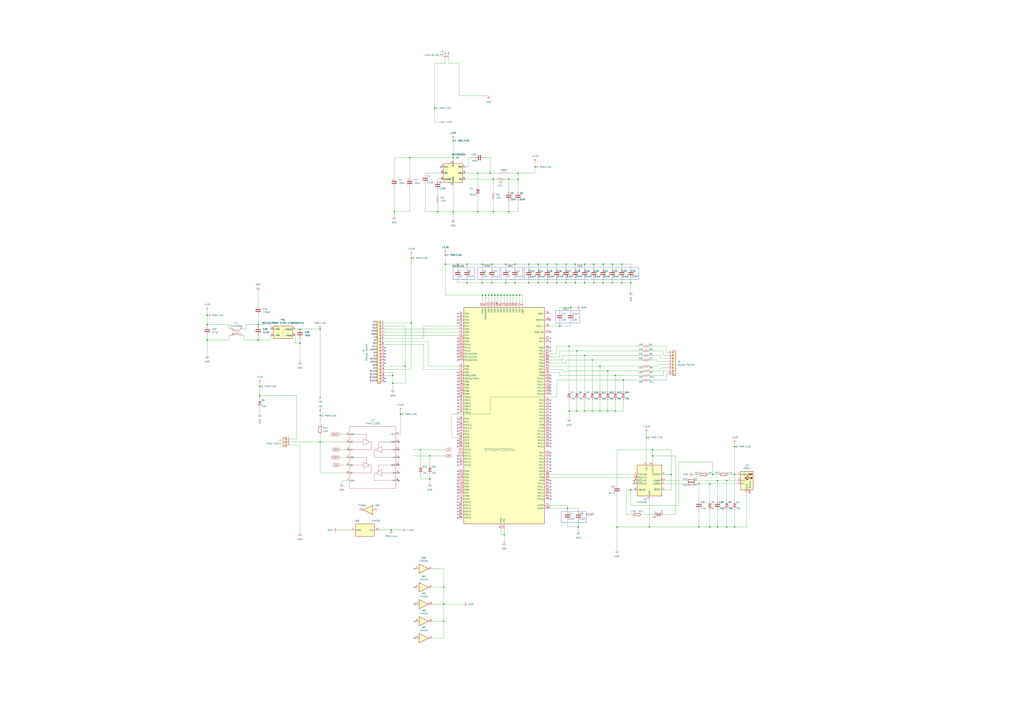
<source format=kicad_sch>
(kicad_sch
	(version 20231120)
	(generator "eeschema")
	(generator_version "8.0")
	(uuid "23c3a7e8-28a5-4d4b-8eec-4415b7297a38")
	(paper "A1")
	(title_block
		(title "STM32H723ZG PCB")
		(date "2025-02-06")
		(rev "2025-02-06")
		(company "Juho Kim")
	)
	(lib_symbols
		(symbol "74HC126D:74HC126D"
			(pin_names
				(offset 0.254)
			)
			(exclude_from_sim no)
			(in_bom yes)
			(on_board yes)
			(property "Reference" "U"
				(at 20.066 5.334 0)
				(effects
					(font
						(size 1.524 1.524)
					)
				)
			)
			(property "Value" "74HC126D"
				(at 20.066 2.54 0)
				(effects
					(font
						(size 1.524 1.524)
					)
				)
			)
			(property "Footprint" ""
				(at 6.604 -1.524 0)
				(effects
					(font
						(size 1.27 1.27)
						(italic yes)
					)
					(hide yes)
				)
			)
			(property "Datasheet" "https://www.ti.com/lit/ds/symlink/sn74hc126.pdf"
				(at 16.002 1.27 0)
				(effects
					(font
						(size 1.27 1.27)
						(italic yes)
					)
					(hide yes)
				)
			)
			(property "Description" "Quadruple Buffers with 3-State Outputs"
				(at 21.844 -0.762 0)
				(effects
					(font
						(size 1.27 1.27)
					)
					(hide yes)
				)
			)
			(property "ki_keywords" "74HC126D"
				(at 0 0 0)
				(effects
					(font
						(size 1.27 1.27)
					)
					(hide yes)
				)
			)
			(property "ki_fp_filters" "SOIC14 SOIC14-M SOIC14-L"
				(at 0 0 0)
				(effects
					(font
						(size 1.27 1.27)
					)
					(hide yes)
				)
			)
			(symbol "74HC126D_0_1"
				(polyline
					(pts
						(xy -2.54 -31.75) (xy 11.43 -31.75)
					)
					(stroke
						(width 0)
						(type default)
					)
					(fill
						(type none)
					)
				)
				(polyline
					(pts
						(xy -2.54 -12.7) (xy -2.54 -12.7)
					)
					(stroke
						(width 0)
						(type default)
					)
					(fill
						(type none)
					)
				)
				(polyline
					(pts
						(xy -2.54 -12.7) (xy 11.43 -12.7)
					)
					(stroke
						(width 0)
						(type default)
					)
					(fill
						(type none)
					)
				)
				(polyline
					(pts
						(xy 11.43 -34.29) (xy 16.51 -31.75)
					)
					(stroke
						(width 0)
						(type default)
					)
					(fill
						(type none)
					)
				)
				(polyline
					(pts
						(xy 11.43 -29.21) (xy 11.43 -34.29)
					)
					(stroke
						(width 0)
						(type default)
					)
					(fill
						(type none)
					)
				)
				(polyline
					(pts
						(xy 11.43 -29.21) (xy 16.51 -31.75)
					)
					(stroke
						(width 0)
						(type default)
					)
					(fill
						(type none)
					)
				)
				(polyline
					(pts
						(xy 11.43 -15.24) (xy 16.51 -12.7)
					)
					(stroke
						(width 0)
						(type default)
					)
					(fill
						(type none)
					)
				)
				(polyline
					(pts
						(xy 11.43 -10.16) (xy 11.43 -15.24)
					)
					(stroke
						(width 0)
						(type default)
					)
					(fill
						(type none)
					)
				)
				(polyline
					(pts
						(xy 11.43 -10.16) (xy 16.51 -12.7)
					)
					(stroke
						(width 0)
						(type default)
					)
					(fill
						(type none)
					)
				)
				(polyline
					(pts
						(xy 26.67 -40.64) (xy 21.59 -38.1)
					)
					(stroke
						(width 0)
						(type default)
					)
					(fill
						(type none)
					)
				)
				(polyline
					(pts
						(xy 26.67 -38.1) (xy 40.64 -38.1)
					)
					(stroke
						(width 0)
						(type default)
					)
					(fill
						(type none)
					)
				)
				(polyline
					(pts
						(xy 26.67 -35.56) (xy 21.59 -38.1)
					)
					(stroke
						(width 0)
						(type default)
					)
					(fill
						(type none)
					)
				)
				(polyline
					(pts
						(xy 26.67 -35.56) (xy 26.67 -40.64)
					)
					(stroke
						(width 0)
						(type default)
					)
					(fill
						(type none)
					)
				)
				(polyline
					(pts
						(xy 26.67 -21.59) (xy 21.59 -19.05)
					)
					(stroke
						(width 0)
						(type default)
					)
					(fill
						(type none)
					)
				)
				(polyline
					(pts
						(xy 26.67 -19.05) (xy 40.64 -19.05)
					)
					(stroke
						(width 0)
						(type default)
					)
					(fill
						(type none)
					)
				)
				(polyline
					(pts
						(xy 26.67 -16.51) (xy 21.59 -19.05)
					)
					(stroke
						(width 0)
						(type default)
					)
					(fill
						(type none)
					)
				)
				(polyline
					(pts
						(xy 26.67 -16.51) (xy 26.67 -21.59)
					)
					(stroke
						(width 0)
						(type default)
					)
					(fill
						(type none)
					)
				)
				(polyline
					(pts
						(xy -2.54 -25.4) (xy 13.97 -25.4) (xy 13.97 -30.48)
					)
					(stroke
						(width 0)
						(type default)
					)
					(fill
						(type none)
					)
				)
				(polyline
					(pts
						(xy -2.54 -6.35) (xy 13.97 -6.35) (xy 13.97 -11.43)
					)
					(stroke
						(width 0)
						(type default)
					)
					(fill
						(type none)
					)
				)
				(polyline
					(pts
						(xy 24.13 -36.83) (xy 24.13 -31.75) (xy 40.64 -31.75)
					)
					(stroke
						(width 0)
						(type default)
					)
					(fill
						(type none)
					)
				)
				(polyline
					(pts
						(xy 40.64 -12.7) (xy 24.13 -12.7) (xy 24.13 -17.78)
					)
					(stroke
						(width 0)
						(type default)
					)
					(fill
						(type none)
					)
				)
				(polyline
					(pts
						(xy 16.51 -31.75) (xy 17.78 -31.75) (xy 17.78 -38.1) (xy -2.54 -38.1)
					)
					(stroke
						(width 0)
						(type default)
					)
					(fill
						(type none)
					)
				)
				(polyline
					(pts
						(xy 16.51 -12.7) (xy 17.78 -12.7) (xy 17.78 -19.05) (xy -2.54 -19.05)
					)
					(stroke
						(width 0)
						(type default)
					)
					(fill
						(type none)
					)
				)
				(polyline
					(pts
						(xy 21.59 -38.1) (xy 20.32 -38.1) (xy 20.32 -44.45) (xy 40.64 -44.45)
					)
					(stroke
						(width 0)
						(type default)
					)
					(fill
						(type none)
					)
				)
				(polyline
					(pts
						(xy 21.59 -19.05) (xy 20.32 -19.05) (xy 20.32 -25.4) (xy 40.64 -25.4)
					)
					(stroke
						(width 0)
						(type default)
					)
					(fill
						(type none)
					)
				)
			)
			(symbol "74HC126D_1_1"
				(rectangle
					(start 0 0)
					(end 38.1 -50.8)
					(stroke
						(width 0)
						(type default)
					)
					(fill
						(type none)
					)
				)
				(pin input line
					(at -2.54 -6.35 0)
					(length 2.54)
					(name "1OE"
						(effects
							(font
								(size 1.27 1.27)
							)
						)
					)
					(number "1"
						(effects
							(font
								(size 1.27 1.27)
							)
						)
					)
				)
				(pin input line
					(at 40.64 -31.75 180)
					(length 2.54)
					(name "3OE"
						(effects
							(font
								(size 1.27 1.27)
							)
						)
					)
					(number "10"
						(effects
							(font
								(size 1.27 1.27)
							)
						)
					)
				)
				(pin tri_state line
					(at 40.64 -25.4 180)
					(length 2.54)
					(name "4Y"
						(effects
							(font
								(size 1.27 1.27)
							)
						)
					)
					(number "11"
						(effects
							(font
								(size 1.27 1.27)
							)
						)
					)
				)
				(pin input line
					(at 40.64 -19.05 180)
					(length 2.54)
					(name "4A"
						(effects
							(font
								(size 1.27 1.27)
							)
						)
					)
					(number "12"
						(effects
							(font
								(size 1.27 1.27)
							)
						)
					)
				)
				(pin input line
					(at 40.64 -12.7 180)
					(length 2.54)
					(name "4OE"
						(effects
							(font
								(size 1.27 1.27)
							)
						)
					)
					(number "13"
						(effects
							(font
								(size 1.27 1.27)
							)
						)
					)
				)
				(pin power_in line
					(at 40.64 -6.35 180)
					(length 2.54)
					(name "VCC"
						(effects
							(font
								(size 1.27 1.27)
							)
						)
					)
					(number "14"
						(effects
							(font
								(size 1.27 1.27)
							)
						)
					)
				)
				(pin input line
					(at -2.54 -12.7 0)
					(length 2.54)
					(name "1A"
						(effects
							(font
								(size 1.27 1.27)
							)
						)
					)
					(number "2"
						(effects
							(font
								(size 1.27 1.27)
							)
						)
					)
				)
				(pin tri_state line
					(at -2.54 -19.05 0)
					(length 2.54)
					(name "1Y"
						(effects
							(font
								(size 1.27 1.27)
							)
						)
					)
					(number "3"
						(effects
							(font
								(size 1.27 1.27)
							)
						)
					)
				)
				(pin input line
					(at -2.54 -25.4 0)
					(length 2.54)
					(name "2OE"
						(effects
							(font
								(size 1.27 1.27)
							)
						)
					)
					(number "4"
						(effects
							(font
								(size 1.27 1.27)
							)
						)
					)
				)
				(pin input line
					(at -2.54 -31.75 0)
					(length 2.54)
					(name "2A"
						(effects
							(font
								(size 1.27 1.27)
							)
						)
					)
					(number "5"
						(effects
							(font
								(size 1.27 1.27)
							)
						)
					)
				)
				(pin tri_state line
					(at -2.54 -38.1 0)
					(length 2.54)
					(name "2Y"
						(effects
							(font
								(size 1.27 1.27)
							)
						)
					)
					(number "6"
						(effects
							(font
								(size 1.27 1.27)
							)
						)
					)
				)
				(pin power_in line
					(at -2.54 -44.45 0)
					(length 2.54)
					(name "GND"
						(effects
							(font
								(size 1.27 1.27)
							)
						)
					)
					(number "7"
						(effects
							(font
								(size 1.27 1.27)
							)
						)
					)
				)
				(pin tri_state line
					(at 40.64 -44.45 180)
					(length 2.54)
					(name "3Y"
						(effects
							(font
								(size 1.27 1.27)
							)
						)
					)
					(number "8"
						(effects
							(font
								(size 1.27 1.27)
							)
						)
					)
				)
				(pin input line
					(at 40.64 -38.1 180)
					(length 2.54)
					(name "3A"
						(effects
							(font
								(size 1.27 1.27)
							)
						)
					)
					(number "9"
						(effects
							(font
								(size 1.27 1.27)
							)
						)
					)
				)
			)
		)
		(symbol "74xx:74HC04"
			(exclude_from_sim no)
			(in_bom yes)
			(on_board yes)
			(property "Reference" "U"
				(at 0 1.27 0)
				(effects
					(font
						(size 1.27 1.27)
					)
				)
			)
			(property "Value" "74HC04"
				(at 0 -1.27 0)
				(effects
					(font
						(size 1.27 1.27)
					)
				)
			)
			(property "Footprint" ""
				(at 0 0 0)
				(effects
					(font
						(size 1.27 1.27)
					)
					(hide yes)
				)
			)
			(property "Datasheet" "https://assets.nexperia.com/documents/data-sheet/74HC_HCT04.pdf"
				(at 0 0 0)
				(effects
					(font
						(size 1.27 1.27)
					)
					(hide yes)
				)
			)
			(property "Description" "Hex Inverter"
				(at 0 0 0)
				(effects
					(font
						(size 1.27 1.27)
					)
					(hide yes)
				)
			)
			(property "ki_locked" ""
				(at 0 0 0)
				(effects
					(font
						(size 1.27 1.27)
					)
				)
			)
			(property "ki_keywords" "HCMOS not inv"
				(at 0 0 0)
				(effects
					(font
						(size 1.27 1.27)
					)
					(hide yes)
				)
			)
			(property "ki_fp_filters" "DIP*W7.62mm* SSOP?14* TSSOP?14*"
				(at 0 0 0)
				(effects
					(font
						(size 1.27 1.27)
					)
					(hide yes)
				)
			)
			(symbol "74HC04_1_0"
				(polyline
					(pts
						(xy -3.81 3.81) (xy -3.81 -3.81) (xy 3.81 0) (xy -3.81 3.81)
					)
					(stroke
						(width 0.254)
						(type default)
					)
					(fill
						(type background)
					)
				)
				(pin input line
					(at -7.62 0 0)
					(length 3.81)
					(name "~"
						(effects
							(font
								(size 1.27 1.27)
							)
						)
					)
					(number "1"
						(effects
							(font
								(size 1.27 1.27)
							)
						)
					)
				)
				(pin output inverted
					(at 7.62 0 180)
					(length 3.81)
					(name "~"
						(effects
							(font
								(size 1.27 1.27)
							)
						)
					)
					(number "2"
						(effects
							(font
								(size 1.27 1.27)
							)
						)
					)
				)
			)
			(symbol "74HC04_2_0"
				(polyline
					(pts
						(xy -3.81 3.81) (xy -3.81 -3.81) (xy 3.81 0) (xy -3.81 3.81)
					)
					(stroke
						(width 0.254)
						(type default)
					)
					(fill
						(type background)
					)
				)
				(pin input line
					(at -7.62 0 0)
					(length 3.81)
					(name "~"
						(effects
							(font
								(size 1.27 1.27)
							)
						)
					)
					(number "3"
						(effects
							(font
								(size 1.27 1.27)
							)
						)
					)
				)
				(pin output inverted
					(at 7.62 0 180)
					(length 3.81)
					(name "~"
						(effects
							(font
								(size 1.27 1.27)
							)
						)
					)
					(number "4"
						(effects
							(font
								(size 1.27 1.27)
							)
						)
					)
				)
			)
			(symbol "74HC04_3_0"
				(polyline
					(pts
						(xy -3.81 3.81) (xy -3.81 -3.81) (xy 3.81 0) (xy -3.81 3.81)
					)
					(stroke
						(width 0.254)
						(type default)
					)
					(fill
						(type background)
					)
				)
				(pin input line
					(at -7.62 0 0)
					(length 3.81)
					(name "~"
						(effects
							(font
								(size 1.27 1.27)
							)
						)
					)
					(number "5"
						(effects
							(font
								(size 1.27 1.27)
							)
						)
					)
				)
				(pin output inverted
					(at 7.62 0 180)
					(length 3.81)
					(name "~"
						(effects
							(font
								(size 1.27 1.27)
							)
						)
					)
					(number "6"
						(effects
							(font
								(size 1.27 1.27)
							)
						)
					)
				)
			)
			(symbol "74HC04_4_0"
				(polyline
					(pts
						(xy -3.81 3.81) (xy -3.81 -3.81) (xy 3.81 0) (xy -3.81 3.81)
					)
					(stroke
						(width 0.254)
						(type default)
					)
					(fill
						(type background)
					)
				)
				(pin output inverted
					(at 7.62 0 180)
					(length 3.81)
					(name "~"
						(effects
							(font
								(size 1.27 1.27)
							)
						)
					)
					(number "8"
						(effects
							(font
								(size 1.27 1.27)
							)
						)
					)
				)
				(pin input line
					(at -7.62 0 0)
					(length 3.81)
					(name "~"
						(effects
							(font
								(size 1.27 1.27)
							)
						)
					)
					(number "9"
						(effects
							(font
								(size 1.27 1.27)
							)
						)
					)
				)
			)
			(symbol "74HC04_5_0"
				(polyline
					(pts
						(xy -3.81 3.81) (xy -3.81 -3.81) (xy 3.81 0) (xy -3.81 3.81)
					)
					(stroke
						(width 0.254)
						(type default)
					)
					(fill
						(type background)
					)
				)
				(pin output inverted
					(at 7.62 0 180)
					(length 3.81)
					(name "~"
						(effects
							(font
								(size 1.27 1.27)
							)
						)
					)
					(number "10"
						(effects
							(font
								(size 1.27 1.27)
							)
						)
					)
				)
				(pin input line
					(at -7.62 0 0)
					(length 3.81)
					(name "~"
						(effects
							(font
								(size 1.27 1.27)
							)
						)
					)
					(number "11"
						(effects
							(font
								(size 1.27 1.27)
							)
						)
					)
				)
			)
			(symbol "74HC04_6_0"
				(polyline
					(pts
						(xy -3.81 3.81) (xy -3.81 -3.81) (xy 3.81 0) (xy -3.81 3.81)
					)
					(stroke
						(width 0.254)
						(type default)
					)
					(fill
						(type background)
					)
				)
				(pin output inverted
					(at 7.62 0 180)
					(length 3.81)
					(name "~"
						(effects
							(font
								(size 1.27 1.27)
							)
						)
					)
					(number "12"
						(effects
							(font
								(size 1.27 1.27)
							)
						)
					)
				)
				(pin input line
					(at -7.62 0 0)
					(length 3.81)
					(name "~"
						(effects
							(font
								(size 1.27 1.27)
							)
						)
					)
					(number "13"
						(effects
							(font
								(size 1.27 1.27)
							)
						)
					)
				)
			)
			(symbol "74HC04_7_0"
				(pin power_in line
					(at 0 12.7 270)
					(length 5.08)
					(name "VCC"
						(effects
							(font
								(size 1.27 1.27)
							)
						)
					)
					(number "14"
						(effects
							(font
								(size 1.27 1.27)
							)
						)
					)
				)
				(pin power_in line
					(at 0 -12.7 90)
					(length 5.08)
					(name "GND"
						(effects
							(font
								(size 1.27 1.27)
							)
						)
					)
					(number "7"
						(effects
							(font
								(size 1.27 1.27)
							)
						)
					)
				)
			)
			(symbol "74HC04_7_1"
				(rectangle
					(start -5.08 7.62)
					(end 5.08 -7.62)
					(stroke
						(width 0.254)
						(type default)
					)
					(fill
						(type background)
					)
				)
			)
		)
		(symbol "Connector:Conn_01x02_Pin"
			(pin_names
				(offset 1.016) hide)
			(exclude_from_sim no)
			(in_bom yes)
			(on_board yes)
			(property "Reference" "J"
				(at 0 2.54 0)
				(effects
					(font
						(size 1.27 1.27)
					)
				)
			)
			(property "Value" "Conn_01x02_Pin"
				(at 0 -5.08 0)
				(effects
					(font
						(size 1.27 1.27)
					)
				)
			)
			(property "Footprint" ""
				(at 0 0 0)
				(effects
					(font
						(size 1.27 1.27)
					)
					(hide yes)
				)
			)
			(property "Datasheet" "~"
				(at 0 0 0)
				(effects
					(font
						(size 1.27 1.27)
					)
					(hide yes)
				)
			)
			(property "Description" "Generic connector, single row, 01x02, script generated"
				(at 0 0 0)
				(effects
					(font
						(size 1.27 1.27)
					)
					(hide yes)
				)
			)
			(property "ki_locked" ""
				(at 0 0 0)
				(effects
					(font
						(size 1.27 1.27)
					)
				)
			)
			(property "ki_keywords" "connector"
				(at 0 0 0)
				(effects
					(font
						(size 1.27 1.27)
					)
					(hide yes)
				)
			)
			(property "ki_fp_filters" "Connector*:*_1x??_*"
				(at 0 0 0)
				(effects
					(font
						(size 1.27 1.27)
					)
					(hide yes)
				)
			)
			(symbol "Conn_01x02_Pin_1_1"
				(polyline
					(pts
						(xy 1.27 -2.54) (xy 0.8636 -2.54)
					)
					(stroke
						(width 0.1524)
						(type default)
					)
					(fill
						(type none)
					)
				)
				(polyline
					(pts
						(xy 1.27 0) (xy 0.8636 0)
					)
					(stroke
						(width 0.1524)
						(type default)
					)
					(fill
						(type none)
					)
				)
				(rectangle
					(start 0.8636 -2.413)
					(end 0 -2.667)
					(stroke
						(width 0.1524)
						(type default)
					)
					(fill
						(type outline)
					)
				)
				(rectangle
					(start 0.8636 0.127)
					(end 0 -0.127)
					(stroke
						(width 0.1524)
						(type default)
					)
					(fill
						(type outline)
					)
				)
				(pin passive line
					(at 5.08 0 180)
					(length 3.81)
					(name "Pin_1"
						(effects
							(font
								(size 1.27 1.27)
							)
						)
					)
					(number "1"
						(effects
							(font
								(size 1.27 1.27)
							)
						)
					)
				)
				(pin passive line
					(at 5.08 -2.54 180)
					(length 3.81)
					(name "Pin_2"
						(effects
							(font
								(size 1.27 1.27)
							)
						)
					)
					(number "2"
						(effects
							(font
								(size 1.27 1.27)
							)
						)
					)
				)
			)
		)
		(symbol "Connector:USB_A"
			(pin_names
				(offset 1.016)
			)
			(exclude_from_sim no)
			(in_bom yes)
			(on_board yes)
			(property "Reference" "J"
				(at -5.08 11.43 0)
				(effects
					(font
						(size 1.27 1.27)
					)
					(justify left)
				)
			)
			(property "Value" "USB_A"
				(at -5.08 8.89 0)
				(effects
					(font
						(size 1.27 1.27)
					)
					(justify left)
				)
			)
			(property "Footprint" ""
				(at 3.81 -1.27 0)
				(effects
					(font
						(size 1.27 1.27)
					)
					(hide yes)
				)
			)
			(property "Datasheet" "~"
				(at 3.81 -1.27 0)
				(effects
					(font
						(size 1.27 1.27)
					)
					(hide yes)
				)
			)
			(property "Description" "USB Type A connector"
				(at 0 0 0)
				(effects
					(font
						(size 1.27 1.27)
					)
					(hide yes)
				)
			)
			(property "ki_keywords" "connector USB"
				(at 0 0 0)
				(effects
					(font
						(size 1.27 1.27)
					)
					(hide yes)
				)
			)
			(property "ki_fp_filters" "USB*"
				(at 0 0 0)
				(effects
					(font
						(size 1.27 1.27)
					)
					(hide yes)
				)
			)
			(symbol "USB_A_0_1"
				(rectangle
					(start -5.08 -7.62)
					(end 5.08 7.62)
					(stroke
						(width 0.254)
						(type default)
					)
					(fill
						(type background)
					)
				)
				(circle
					(center -3.81 2.159)
					(radius 0.635)
					(stroke
						(width 0.254)
						(type default)
					)
					(fill
						(type outline)
					)
				)
				(rectangle
					(start -1.524 4.826)
					(end -4.318 5.334)
					(stroke
						(width 0)
						(type default)
					)
					(fill
						(type outline)
					)
				)
				(rectangle
					(start -1.27 4.572)
					(end -4.572 5.842)
					(stroke
						(width 0)
						(type default)
					)
					(fill
						(type none)
					)
				)
				(circle
					(center -0.635 3.429)
					(radius 0.381)
					(stroke
						(width 0.254)
						(type default)
					)
					(fill
						(type outline)
					)
				)
				(rectangle
					(start -0.127 -7.62)
					(end 0.127 -6.858)
					(stroke
						(width 0)
						(type default)
					)
					(fill
						(type none)
					)
				)
				(polyline
					(pts
						(xy -3.175 2.159) (xy -2.54 2.159) (xy -1.27 3.429) (xy -0.635 3.429)
					)
					(stroke
						(width 0.254)
						(type default)
					)
					(fill
						(type none)
					)
				)
				(polyline
					(pts
						(xy -2.54 2.159) (xy -1.905 2.159) (xy -1.27 0.889) (xy 0 0.889)
					)
					(stroke
						(width 0.254)
						(type default)
					)
					(fill
						(type none)
					)
				)
				(polyline
					(pts
						(xy 0.635 2.794) (xy 0.635 1.524) (xy 1.905 2.159) (xy 0.635 2.794)
					)
					(stroke
						(width 0.254)
						(type default)
					)
					(fill
						(type outline)
					)
				)
				(rectangle
					(start 0.254 1.27)
					(end -0.508 0.508)
					(stroke
						(width 0.254)
						(type default)
					)
					(fill
						(type outline)
					)
				)
				(rectangle
					(start 5.08 -2.667)
					(end 4.318 -2.413)
					(stroke
						(width 0)
						(type default)
					)
					(fill
						(type none)
					)
				)
				(rectangle
					(start 5.08 -0.127)
					(end 4.318 0.127)
					(stroke
						(width 0)
						(type default)
					)
					(fill
						(type none)
					)
				)
				(rectangle
					(start 5.08 4.953)
					(end 4.318 5.207)
					(stroke
						(width 0)
						(type default)
					)
					(fill
						(type none)
					)
				)
			)
			(symbol "USB_A_1_1"
				(polyline
					(pts
						(xy -1.905 2.159) (xy 0.635 2.159)
					)
					(stroke
						(width 0.254)
						(type default)
					)
					(fill
						(type none)
					)
				)
				(pin power_in line
					(at 7.62 5.08 180)
					(length 2.54)
					(name "VBUS"
						(effects
							(font
								(size 1.27 1.27)
							)
						)
					)
					(number "1"
						(effects
							(font
								(size 1.27 1.27)
							)
						)
					)
				)
				(pin bidirectional line
					(at 7.62 -2.54 180)
					(length 2.54)
					(name "D-"
						(effects
							(font
								(size 1.27 1.27)
							)
						)
					)
					(number "2"
						(effects
							(font
								(size 1.27 1.27)
							)
						)
					)
				)
				(pin bidirectional line
					(at 7.62 0 180)
					(length 2.54)
					(name "D+"
						(effects
							(font
								(size 1.27 1.27)
							)
						)
					)
					(number "3"
						(effects
							(font
								(size 1.27 1.27)
							)
						)
					)
				)
				(pin power_in line
					(at 0 -10.16 90)
					(length 2.54)
					(name "GND"
						(effects
							(font
								(size 1.27 1.27)
							)
						)
					)
					(number "4"
						(effects
							(font
								(size 1.27 1.27)
							)
						)
					)
				)
				(pin passive line
					(at -2.54 -10.16 90)
					(length 2.54)
					(name "Shield"
						(effects
							(font
								(size 1.27 1.27)
							)
						)
					)
					(number "5"
						(effects
							(font
								(size 1.27 1.27)
							)
						)
					)
				)
			)
		)
		(symbol "Connector_Generic:Conn_01x03"
			(pin_names
				(offset 1.016) hide)
			(exclude_from_sim no)
			(in_bom yes)
			(on_board yes)
			(property "Reference" "J"
				(at 0 5.08 0)
				(effects
					(font
						(size 1.27 1.27)
					)
				)
			)
			(property "Value" "Conn_01x03"
				(at 0 -5.08 0)
				(effects
					(font
						(size 1.27 1.27)
					)
				)
			)
			(property "Footprint" ""
				(at 0 0 0)
				(effects
					(font
						(size 1.27 1.27)
					)
					(hide yes)
				)
			)
			(property "Datasheet" "~"
				(at 0 0 0)
				(effects
					(font
						(size 1.27 1.27)
					)
					(hide yes)
				)
			)
			(property "Description" "Generic connector, single row, 01x03, script generated (kicad-library-utils/schlib/autogen/connector/)"
				(at 0 0 0)
				(effects
					(font
						(size 1.27 1.27)
					)
					(hide yes)
				)
			)
			(property "ki_keywords" "connector"
				(at 0 0 0)
				(effects
					(font
						(size 1.27 1.27)
					)
					(hide yes)
				)
			)
			(property "ki_fp_filters" "Connector*:*_1x??_*"
				(at 0 0 0)
				(effects
					(font
						(size 1.27 1.27)
					)
					(hide yes)
				)
			)
			(symbol "Conn_01x03_1_1"
				(rectangle
					(start -1.27 -2.413)
					(end 0 -2.667)
					(stroke
						(width 0.1524)
						(type default)
					)
					(fill
						(type none)
					)
				)
				(rectangle
					(start -1.27 0.127)
					(end 0 -0.127)
					(stroke
						(width 0.1524)
						(type default)
					)
					(fill
						(type none)
					)
				)
				(rectangle
					(start -1.27 2.667)
					(end 0 2.413)
					(stroke
						(width 0.1524)
						(type default)
					)
					(fill
						(type none)
					)
				)
				(rectangle
					(start -1.27 3.81)
					(end 1.27 -3.81)
					(stroke
						(width 0.254)
						(type default)
					)
					(fill
						(type background)
					)
				)
				(pin passive line
					(at -5.08 2.54 0)
					(length 3.81)
					(name "Pin_1"
						(effects
							(font
								(size 1.27 1.27)
							)
						)
					)
					(number "1"
						(effects
							(font
								(size 1.27 1.27)
							)
						)
					)
				)
				(pin passive line
					(at -5.08 0 0)
					(length 3.81)
					(name "Pin_2"
						(effects
							(font
								(size 1.27 1.27)
							)
						)
					)
					(number "2"
						(effects
							(font
								(size 1.27 1.27)
							)
						)
					)
				)
				(pin passive line
					(at -5.08 -2.54 0)
					(length 3.81)
					(name "Pin_3"
						(effects
							(font
								(size 1.27 1.27)
							)
						)
					)
					(number "3"
						(effects
							(font
								(size 1.27 1.27)
							)
						)
					)
				)
			)
		)
		(symbol "Connector_Generic:Conn_01x08"
			(pin_names
				(offset 1.016) hide)
			(exclude_from_sim no)
			(in_bom yes)
			(on_board yes)
			(property "Reference" "J"
				(at 0 10.16 0)
				(effects
					(font
						(size 1.27 1.27)
					)
				)
			)
			(property "Value" "Conn_01x08"
				(at 0 -12.7 0)
				(effects
					(font
						(size 1.27 1.27)
					)
				)
			)
			(property "Footprint" ""
				(at 0 0 0)
				(effects
					(font
						(size 1.27 1.27)
					)
					(hide yes)
				)
			)
			(property "Datasheet" "~"
				(at 0 0 0)
				(effects
					(font
						(size 1.27 1.27)
					)
					(hide yes)
				)
			)
			(property "Description" "Generic connector, single row, 01x08, script generated (kicad-library-utils/schlib/autogen/connector/)"
				(at 0 0 0)
				(effects
					(font
						(size 1.27 1.27)
					)
					(hide yes)
				)
			)
			(property "ki_keywords" "connector"
				(at 0 0 0)
				(effects
					(font
						(size 1.27 1.27)
					)
					(hide yes)
				)
			)
			(property "ki_fp_filters" "Connector*:*_1x??_*"
				(at 0 0 0)
				(effects
					(font
						(size 1.27 1.27)
					)
					(hide yes)
				)
			)
			(symbol "Conn_01x08_1_1"
				(rectangle
					(start -1.27 -10.033)
					(end 0 -10.287)
					(stroke
						(width 0.1524)
						(type default)
					)
					(fill
						(type none)
					)
				)
				(rectangle
					(start -1.27 -7.493)
					(end 0 -7.747)
					(stroke
						(width 0.1524)
						(type default)
					)
					(fill
						(type none)
					)
				)
				(rectangle
					(start -1.27 -4.953)
					(end 0 -5.207)
					(stroke
						(width 0.1524)
						(type default)
					)
					(fill
						(type none)
					)
				)
				(rectangle
					(start -1.27 -2.413)
					(end 0 -2.667)
					(stroke
						(width 0.1524)
						(type default)
					)
					(fill
						(type none)
					)
				)
				(rectangle
					(start -1.27 0.127)
					(end 0 -0.127)
					(stroke
						(width 0.1524)
						(type default)
					)
					(fill
						(type none)
					)
				)
				(rectangle
					(start -1.27 2.667)
					(end 0 2.413)
					(stroke
						(width 0.1524)
						(type default)
					)
					(fill
						(type none)
					)
				)
				(rectangle
					(start -1.27 5.207)
					(end 0 4.953)
					(stroke
						(width 0.1524)
						(type default)
					)
					(fill
						(type none)
					)
				)
				(rectangle
					(start -1.27 7.747)
					(end 0 7.493)
					(stroke
						(width 0.1524)
						(type default)
					)
					(fill
						(type none)
					)
				)
				(rectangle
					(start -1.27 8.89)
					(end 1.27 -11.43)
					(stroke
						(width 0.254)
						(type default)
					)
					(fill
						(type background)
					)
				)
				(pin passive line
					(at -5.08 7.62 0)
					(length 3.81)
					(name "Pin_1"
						(effects
							(font
								(size 1.27 1.27)
							)
						)
					)
					(number "1"
						(effects
							(font
								(size 1.27 1.27)
							)
						)
					)
				)
				(pin passive line
					(at -5.08 5.08 0)
					(length 3.81)
					(name "Pin_2"
						(effects
							(font
								(size 1.27 1.27)
							)
						)
					)
					(number "2"
						(effects
							(font
								(size 1.27 1.27)
							)
						)
					)
				)
				(pin passive line
					(at -5.08 2.54 0)
					(length 3.81)
					(name "Pin_3"
						(effects
							(font
								(size 1.27 1.27)
							)
						)
					)
					(number "3"
						(effects
							(font
								(size 1.27 1.27)
							)
						)
					)
				)
				(pin passive line
					(at -5.08 0 0)
					(length 3.81)
					(name "Pin_4"
						(effects
							(font
								(size 1.27 1.27)
							)
						)
					)
					(number "4"
						(effects
							(font
								(size 1.27 1.27)
							)
						)
					)
				)
				(pin passive line
					(at -5.08 -2.54 0)
					(length 3.81)
					(name "Pin_5"
						(effects
							(font
								(size 1.27 1.27)
							)
						)
					)
					(number "5"
						(effects
							(font
								(size 1.27 1.27)
							)
						)
					)
				)
				(pin passive line
					(at -5.08 -5.08 0)
					(length 3.81)
					(name "Pin_6"
						(effects
							(font
								(size 1.27 1.27)
							)
						)
					)
					(number "6"
						(effects
							(font
								(size 1.27 1.27)
							)
						)
					)
				)
				(pin passive line
					(at -5.08 -7.62 0)
					(length 3.81)
					(name "Pin_7"
						(effects
							(font
								(size 1.27 1.27)
							)
						)
					)
					(number "7"
						(effects
							(font
								(size 1.27 1.27)
							)
						)
					)
				)
				(pin passive line
					(at -5.08 -10.16 0)
					(length 3.81)
					(name "Pin_8"
						(effects
							(font
								(size 1.27 1.27)
							)
						)
					)
					(number "8"
						(effects
							(font
								(size 1.27 1.27)
							)
						)
					)
				)
			)
		)
		(symbol "Connector_Generic:Conn_01x20"
			(pin_names
				(offset 1.016) hide)
			(exclude_from_sim no)
			(in_bom yes)
			(on_board yes)
			(property "Reference" "J"
				(at 0 25.4 0)
				(effects
					(font
						(size 1.27 1.27)
					)
				)
			)
			(property "Value" "Conn_01x20"
				(at 0 -27.94 0)
				(effects
					(font
						(size 1.27 1.27)
					)
				)
			)
			(property "Footprint" ""
				(at 0 0 0)
				(effects
					(font
						(size 1.27 1.27)
					)
					(hide yes)
				)
			)
			(property "Datasheet" "~"
				(at 0 0 0)
				(effects
					(font
						(size 1.27 1.27)
					)
					(hide yes)
				)
			)
			(property "Description" "Generic connector, single row, 01x20, script generated (kicad-library-utils/schlib/autogen/connector/)"
				(at 0 0 0)
				(effects
					(font
						(size 1.27 1.27)
					)
					(hide yes)
				)
			)
			(property "ki_keywords" "connector"
				(at 0 0 0)
				(effects
					(font
						(size 1.27 1.27)
					)
					(hide yes)
				)
			)
			(property "ki_fp_filters" "Connector*:*_1x??_*"
				(at 0 0 0)
				(effects
					(font
						(size 1.27 1.27)
					)
					(hide yes)
				)
			)
			(symbol "Conn_01x20_1_1"
				(rectangle
					(start -1.27 -25.273)
					(end 0 -25.527)
					(stroke
						(width 0.1524)
						(type default)
					)
					(fill
						(type none)
					)
				)
				(rectangle
					(start -1.27 -22.733)
					(end 0 -22.987)
					(stroke
						(width 0.1524)
						(type default)
					)
					(fill
						(type none)
					)
				)
				(rectangle
					(start -1.27 -20.193)
					(end 0 -20.447)
					(stroke
						(width 0.1524)
						(type default)
					)
					(fill
						(type none)
					)
				)
				(rectangle
					(start -1.27 -17.653)
					(end 0 -17.907)
					(stroke
						(width 0.1524)
						(type default)
					)
					(fill
						(type none)
					)
				)
				(rectangle
					(start -1.27 -15.113)
					(end 0 -15.367)
					(stroke
						(width 0.1524)
						(type default)
					)
					(fill
						(type none)
					)
				)
				(rectangle
					(start -1.27 -12.573)
					(end 0 -12.827)
					(stroke
						(width 0.1524)
						(type default)
					)
					(fill
						(type none)
					)
				)
				(rectangle
					(start -1.27 -10.033)
					(end 0 -10.287)
					(stroke
						(width 0.1524)
						(type default)
					)
					(fill
						(type none)
					)
				)
				(rectangle
					(start -1.27 -7.493)
					(end 0 -7.747)
					(stroke
						(width 0.1524)
						(type default)
					)
					(fill
						(type none)
					)
				)
				(rectangle
					(start -1.27 -4.953)
					(end 0 -5.207)
					(stroke
						(width 0.1524)
						(type default)
					)
					(fill
						(type none)
					)
				)
				(rectangle
					(start -1.27 -2.413)
					(end 0 -2.667)
					(stroke
						(width 0.1524)
						(type default)
					)
					(fill
						(type none)
					)
				)
				(rectangle
					(start -1.27 0.127)
					(end 0 -0.127)
					(stroke
						(width 0.1524)
						(type default)
					)
					(fill
						(type none)
					)
				)
				(rectangle
					(start -1.27 2.667)
					(end 0 2.413)
					(stroke
						(width 0.1524)
						(type default)
					)
					(fill
						(type none)
					)
				)
				(rectangle
					(start -1.27 5.207)
					(end 0 4.953)
					(stroke
						(width 0.1524)
						(type default)
					)
					(fill
						(type none)
					)
				)
				(rectangle
					(start -1.27 7.747)
					(end 0 7.493)
					(stroke
						(width 0.1524)
						(type default)
					)
					(fill
						(type none)
					)
				)
				(rectangle
					(start -1.27 10.287)
					(end 0 10.033)
					(stroke
						(width 0.1524)
						(type default)
					)
					(fill
						(type none)
					)
				)
				(rectangle
					(start -1.27 12.827)
					(end 0 12.573)
					(stroke
						(width 0.1524)
						(type default)
					)
					(fill
						(type none)
					)
				)
				(rectangle
					(start -1.27 15.367)
					(end 0 15.113)
					(stroke
						(width 0.1524)
						(type default)
					)
					(fill
						(type none)
					)
				)
				(rectangle
					(start -1.27 17.907)
					(end 0 17.653)
					(stroke
						(width 0.1524)
						(type default)
					)
					(fill
						(type none)
					)
				)
				(rectangle
					(start -1.27 20.447)
					(end 0 20.193)
					(stroke
						(width 0.1524)
						(type default)
					)
					(fill
						(type none)
					)
				)
				(rectangle
					(start -1.27 22.987)
					(end 0 22.733)
					(stroke
						(width 0.1524)
						(type default)
					)
					(fill
						(type none)
					)
				)
				(rectangle
					(start -1.27 24.13)
					(end 1.27 -26.67)
					(stroke
						(width 0.254)
						(type default)
					)
					(fill
						(type background)
					)
				)
				(pin passive line
					(at -5.08 22.86 0)
					(length 3.81)
					(name "Pin_1"
						(effects
							(font
								(size 1.27 1.27)
							)
						)
					)
					(number "1"
						(effects
							(font
								(size 1.27 1.27)
							)
						)
					)
				)
				(pin passive line
					(at -5.08 0 0)
					(length 3.81)
					(name "Pin_10"
						(effects
							(font
								(size 1.27 1.27)
							)
						)
					)
					(number "10"
						(effects
							(font
								(size 1.27 1.27)
							)
						)
					)
				)
				(pin passive line
					(at -5.08 -2.54 0)
					(length 3.81)
					(name "Pin_11"
						(effects
							(font
								(size 1.27 1.27)
							)
						)
					)
					(number "11"
						(effects
							(font
								(size 1.27 1.27)
							)
						)
					)
				)
				(pin passive line
					(at -5.08 -5.08 0)
					(length 3.81)
					(name "Pin_12"
						(effects
							(font
								(size 1.27 1.27)
							)
						)
					)
					(number "12"
						(effects
							(font
								(size 1.27 1.27)
							)
						)
					)
				)
				(pin passive line
					(at -5.08 -7.62 0)
					(length 3.81)
					(name "Pin_13"
						(effects
							(font
								(size 1.27 1.27)
							)
						)
					)
					(number "13"
						(effects
							(font
								(size 1.27 1.27)
							)
						)
					)
				)
				(pin passive line
					(at -5.08 -10.16 0)
					(length 3.81)
					(name "Pin_14"
						(effects
							(font
								(size 1.27 1.27)
							)
						)
					)
					(number "14"
						(effects
							(font
								(size 1.27 1.27)
							)
						)
					)
				)
				(pin passive line
					(at -5.08 -12.7 0)
					(length 3.81)
					(name "Pin_15"
						(effects
							(font
								(size 1.27 1.27)
							)
						)
					)
					(number "15"
						(effects
							(font
								(size 1.27 1.27)
							)
						)
					)
				)
				(pin passive line
					(at -5.08 -15.24 0)
					(length 3.81)
					(name "Pin_16"
						(effects
							(font
								(size 1.27 1.27)
							)
						)
					)
					(number "16"
						(effects
							(font
								(size 1.27 1.27)
							)
						)
					)
				)
				(pin passive line
					(at -5.08 -17.78 0)
					(length 3.81)
					(name "Pin_17"
						(effects
							(font
								(size 1.27 1.27)
							)
						)
					)
					(number "17"
						(effects
							(font
								(size 1.27 1.27)
							)
						)
					)
				)
				(pin passive line
					(at -5.08 -20.32 0)
					(length 3.81)
					(name "Pin_18"
						(effects
							(font
								(size 1.27 1.27)
							)
						)
					)
					(number "18"
						(effects
							(font
								(size 1.27 1.27)
							)
						)
					)
				)
				(pin passive line
					(at -5.08 -22.86 0)
					(length 3.81)
					(name "Pin_19"
						(effects
							(font
								(size 1.27 1.27)
							)
						)
					)
					(number "19"
						(effects
							(font
								(size 1.27 1.27)
							)
						)
					)
				)
				(pin passive line
					(at -5.08 20.32 0)
					(length 3.81)
					(name "Pin_2"
						(effects
							(font
								(size 1.27 1.27)
							)
						)
					)
					(number "2"
						(effects
							(font
								(size 1.27 1.27)
							)
						)
					)
				)
				(pin passive line
					(at -5.08 -25.4 0)
					(length 3.81)
					(name "Pin_20"
						(effects
							(font
								(size 1.27 1.27)
							)
						)
					)
					(number "20"
						(effects
							(font
								(size 1.27 1.27)
							)
						)
					)
				)
				(pin passive line
					(at -5.08 17.78 0)
					(length 3.81)
					(name "Pin_3"
						(effects
							(font
								(size 1.27 1.27)
							)
						)
					)
					(number "3"
						(effects
							(font
								(size 1.27 1.27)
							)
						)
					)
				)
				(pin passive line
					(at -5.08 15.24 0)
					(length 3.81)
					(name "Pin_4"
						(effects
							(font
								(size 1.27 1.27)
							)
						)
					)
					(number "4"
						(effects
							(font
								(size 1.27 1.27)
							)
						)
					)
				)
				(pin passive line
					(at -5.08 12.7 0)
					(length 3.81)
					(name "Pin_5"
						(effects
							(font
								(size 1.27 1.27)
							)
						)
					)
					(number "5"
						(effects
							(font
								(size 1.27 1.27)
							)
						)
					)
				)
				(pin passive line
					(at -5.08 10.16 0)
					(length 3.81)
					(name "Pin_6"
						(effects
							(font
								(size 1.27 1.27)
							)
						)
					)
					(number "6"
						(effects
							(font
								(size 1.27 1.27)
							)
						)
					)
				)
				(pin passive line
					(at -5.08 7.62 0)
					(length 3.81)
					(name "Pin_7"
						(effects
							(font
								(size 1.27 1.27)
							)
						)
					)
					(number "7"
						(effects
							(font
								(size 1.27 1.27)
							)
						)
					)
				)
				(pin passive line
					(at -5.08 5.08 0)
					(length 3.81)
					(name "Pin_8"
						(effects
							(font
								(size 1.27 1.27)
							)
						)
					)
					(number "8"
						(effects
							(font
								(size 1.27 1.27)
							)
						)
					)
				)
				(pin passive line
					(at -5.08 2.54 0)
					(length 3.81)
					(name "Pin_9"
						(effects
							(font
								(size 1.27 1.27)
							)
						)
					)
					(number "9"
						(effects
							(font
								(size 1.27 1.27)
							)
						)
					)
				)
			)
		)
		(symbol "Converter_DCDC:MEE1S1205SC"
			(exclude_from_sim no)
			(in_bom yes)
			(on_board yes)
			(property "Reference" "PS"
				(at -7.62 6.35 0)
				(effects
					(font
						(size 1.27 1.27)
					)
					(justify left)
				)
			)
			(property "Value" "MEE1S1205SC"
				(at 1.27 6.35 0)
				(effects
					(font
						(size 1.27 1.27)
					)
					(justify left)
				)
			)
			(property "Footprint" "Converter_DCDC:Converter_DCDC_Murata_MEE1SxxxxSC_THT"
				(at -26.67 -6.35 0)
				(effects
					(font
						(size 1.27 1.27)
					)
					(justify left)
					(hide yes)
				)
			)
			(property "Datasheet" "https://power.murata.com/pub/data/power/ncl/kdc_mee1.pdf"
				(at 26.67 -7.62 0)
				(effects
					(font
						(size 1.27 1.27)
					)
					(justify left)
					(hide yes)
				)
			)
			(property "Description" "1W, 1000 VDC isolated DC/DC converter, 12V input, 5V output, SIP"
				(at 0 0 0)
				(effects
					(font
						(size 1.27 1.27)
					)
					(hide yes)
				)
			)
			(property "ki_keywords" "murata DC/DC isolated converter"
				(at 0 0 0)
				(effects
					(font
						(size 1.27 1.27)
					)
					(hide yes)
				)
			)
			(property "ki_fp_filters" "Converter*DCDC*Murata*MEE1SxxxxSC*THT*"
				(at 0 0 0)
				(effects
					(font
						(size 1.27 1.27)
					)
					(hide yes)
				)
			)
			(symbol "MEE1S1205SC_0_0"
				(pin power_in line
					(at -10.16 -2.54 0)
					(length 2.54)
					(name "-Vin"
						(effects
							(font
								(size 1.27 1.27)
							)
						)
					)
					(number "1"
						(effects
							(font
								(size 1.27 1.27)
							)
						)
					)
				)
				(pin power_in line
					(at -10.16 2.54 0)
					(length 2.54)
					(name "+Vin"
						(effects
							(font
								(size 1.27 1.27)
							)
						)
					)
					(number "2"
						(effects
							(font
								(size 1.27 1.27)
							)
						)
					)
				)
				(pin power_out line
					(at 10.16 -2.54 180)
					(length 2.54)
					(name "-Vout"
						(effects
							(font
								(size 1.27 1.27)
							)
						)
					)
					(number "3"
						(effects
							(font
								(size 1.27 1.27)
							)
						)
					)
				)
				(pin power_out line
					(at 10.16 2.54 180)
					(length 2.54)
					(name "+Vout"
						(effects
							(font
								(size 1.27 1.27)
							)
						)
					)
					(number "4"
						(effects
							(font
								(size 1.27 1.27)
							)
						)
					)
				)
			)
			(symbol "MEE1S1205SC_0_1"
				(rectangle
					(start -7.62 5.08)
					(end 7.62 -5.08)
					(stroke
						(width 0.254)
						(type default)
					)
					(fill
						(type background)
					)
				)
				(polyline
					(pts
						(xy 0 -2.54) (xy 0 -3.81)
					)
					(stroke
						(width 0)
						(type default)
					)
					(fill
						(type none)
					)
				)
				(polyline
					(pts
						(xy 0 0) (xy 0 -1.27)
					)
					(stroke
						(width 0)
						(type default)
					)
					(fill
						(type none)
					)
				)
				(polyline
					(pts
						(xy 0 2.54) (xy 0 1.27)
					)
					(stroke
						(width 0)
						(type default)
					)
					(fill
						(type none)
					)
				)
				(polyline
					(pts
						(xy 0 5.08) (xy 0 3.81)
					)
					(stroke
						(width 0)
						(type default)
					)
					(fill
						(type none)
					)
				)
			)
		)
		(symbol "Device:C"
			(pin_numbers hide)
			(pin_names
				(offset 0.254)
			)
			(exclude_from_sim no)
			(in_bom yes)
			(on_board yes)
			(property "Reference" "C"
				(at 0.635 2.54 0)
				(effects
					(font
						(size 1.27 1.27)
					)
					(justify left)
				)
			)
			(property "Value" "C"
				(at 0.635 -2.54 0)
				(effects
					(font
						(size 1.27 1.27)
					)
					(justify left)
				)
			)
			(property "Footprint" ""
				(at 0.9652 -3.81 0)
				(effects
					(font
						(size 1.27 1.27)
					)
					(hide yes)
				)
			)
			(property "Datasheet" "~"
				(at 0 0 0)
				(effects
					(font
						(size 1.27 1.27)
					)
					(hide yes)
				)
			)
			(property "Description" "Unpolarized capacitor"
				(at 0 0 0)
				(effects
					(font
						(size 1.27 1.27)
					)
					(hide yes)
				)
			)
			(property "ki_keywords" "cap capacitor"
				(at 0 0 0)
				(effects
					(font
						(size 1.27 1.27)
					)
					(hide yes)
				)
			)
			(property "ki_fp_filters" "C_*"
				(at 0 0 0)
				(effects
					(font
						(size 1.27 1.27)
					)
					(hide yes)
				)
			)
			(symbol "C_0_1"
				(polyline
					(pts
						(xy -2.032 -0.762) (xy 2.032 -0.762)
					)
					(stroke
						(width 0.508)
						(type default)
					)
					(fill
						(type none)
					)
				)
				(polyline
					(pts
						(xy -2.032 0.762) (xy 2.032 0.762)
					)
					(stroke
						(width 0.508)
						(type default)
					)
					(fill
						(type none)
					)
				)
			)
			(symbol "C_1_1"
				(pin passive line
					(at 0 3.81 270)
					(length 2.794)
					(name "~"
						(effects
							(font
								(size 1.27 1.27)
							)
						)
					)
					(number "1"
						(effects
							(font
								(size 1.27 1.27)
							)
						)
					)
				)
				(pin passive line
					(at 0 -3.81 90)
					(length 2.794)
					(name "~"
						(effects
							(font
								(size 1.27 1.27)
							)
						)
					)
					(number "2"
						(effects
							(font
								(size 1.27 1.27)
							)
						)
					)
				)
			)
		)
		(symbol "Device:C_Polarized_US"
			(pin_numbers hide)
			(pin_names
				(offset 0.254) hide)
			(exclude_from_sim no)
			(in_bom yes)
			(on_board yes)
			(property "Reference" "C"
				(at 0.635 2.54 0)
				(effects
					(font
						(size 1.27 1.27)
					)
					(justify left)
				)
			)
			(property "Value" "C_Polarized_US"
				(at 0.635 -2.54 0)
				(effects
					(font
						(size 1.27 1.27)
					)
					(justify left)
				)
			)
			(property "Footprint" ""
				(at 0 0 0)
				(effects
					(font
						(size 1.27 1.27)
					)
					(hide yes)
				)
			)
			(property "Datasheet" "~"
				(at 0 0 0)
				(effects
					(font
						(size 1.27 1.27)
					)
					(hide yes)
				)
			)
			(property "Description" "Polarized capacitor, US symbol"
				(at 0 0 0)
				(effects
					(font
						(size 1.27 1.27)
					)
					(hide yes)
				)
			)
			(property "ki_keywords" "cap capacitor"
				(at 0 0 0)
				(effects
					(font
						(size 1.27 1.27)
					)
					(hide yes)
				)
			)
			(property "ki_fp_filters" "CP_*"
				(at 0 0 0)
				(effects
					(font
						(size 1.27 1.27)
					)
					(hide yes)
				)
			)
			(symbol "C_Polarized_US_0_1"
				(polyline
					(pts
						(xy -2.032 0.762) (xy 2.032 0.762)
					)
					(stroke
						(width 0.508)
						(type default)
					)
					(fill
						(type none)
					)
				)
				(polyline
					(pts
						(xy -1.778 2.286) (xy -0.762 2.286)
					)
					(stroke
						(width 0)
						(type default)
					)
					(fill
						(type none)
					)
				)
				(polyline
					(pts
						(xy -1.27 1.778) (xy -1.27 2.794)
					)
					(stroke
						(width 0)
						(type default)
					)
					(fill
						(type none)
					)
				)
				(arc
					(start 2.032 -1.27)
					(mid 0 -0.5572)
					(end -2.032 -1.27)
					(stroke
						(width 0.508)
						(type default)
					)
					(fill
						(type none)
					)
				)
			)
			(symbol "C_Polarized_US_1_1"
				(pin passive line
					(at 0 3.81 270)
					(length 2.794)
					(name "~"
						(effects
							(font
								(size 1.27 1.27)
							)
						)
					)
					(number "1"
						(effects
							(font
								(size 1.27 1.27)
							)
						)
					)
				)
				(pin passive line
					(at 0 -3.81 90)
					(length 3.302)
					(name "~"
						(effects
							(font
								(size 1.27 1.27)
							)
						)
					)
					(number "2"
						(effects
							(font
								(size 1.27 1.27)
							)
						)
					)
				)
			)
		)
		(symbol "Device:D_Schottky"
			(pin_numbers hide)
			(pin_names
				(offset 1.016) hide)
			(exclude_from_sim no)
			(in_bom yes)
			(on_board yes)
			(property "Reference" "D"
				(at 0 2.54 0)
				(effects
					(font
						(size 1.27 1.27)
					)
				)
			)
			(property "Value" "D_Schottky"
				(at 0 -2.54 0)
				(effects
					(font
						(size 1.27 1.27)
					)
				)
			)
			(property "Footprint" ""
				(at 0 0 0)
				(effects
					(font
						(size 1.27 1.27)
					)
					(hide yes)
				)
			)
			(property "Datasheet" "~"
				(at 0 0 0)
				(effects
					(font
						(size 1.27 1.27)
					)
					(hide yes)
				)
			)
			(property "Description" "Schottky diode"
				(at 0 0 0)
				(effects
					(font
						(size 1.27 1.27)
					)
					(hide yes)
				)
			)
			(property "ki_keywords" "diode Schottky"
				(at 0 0 0)
				(effects
					(font
						(size 1.27 1.27)
					)
					(hide yes)
				)
			)
			(property "ki_fp_filters" "TO-???* *_Diode_* *SingleDiode* D_*"
				(at 0 0 0)
				(effects
					(font
						(size 1.27 1.27)
					)
					(hide yes)
				)
			)
			(symbol "D_Schottky_0_1"
				(polyline
					(pts
						(xy 1.27 0) (xy -1.27 0)
					)
					(stroke
						(width 0)
						(type default)
					)
					(fill
						(type none)
					)
				)
				(polyline
					(pts
						(xy 1.27 1.27) (xy 1.27 -1.27) (xy -1.27 0) (xy 1.27 1.27)
					)
					(stroke
						(width 0.254)
						(type default)
					)
					(fill
						(type none)
					)
				)
				(polyline
					(pts
						(xy -1.905 0.635) (xy -1.905 1.27) (xy -1.27 1.27) (xy -1.27 -1.27) (xy -0.635 -1.27) (xy -0.635 -0.635)
					)
					(stroke
						(width 0.254)
						(type default)
					)
					(fill
						(type none)
					)
				)
			)
			(symbol "D_Schottky_1_1"
				(pin passive line
					(at -3.81 0 0)
					(length 2.54)
					(name "K"
						(effects
							(font
								(size 1.27 1.27)
							)
						)
					)
					(number "1"
						(effects
							(font
								(size 1.27 1.27)
							)
						)
					)
				)
				(pin passive line
					(at 3.81 0 180)
					(length 2.54)
					(name "A"
						(effects
							(font
								(size 1.27 1.27)
							)
						)
					)
					(number "2"
						(effects
							(font
								(size 1.27 1.27)
							)
						)
					)
				)
			)
		)
		(symbol "Device:Filter_EMI_CommonMode"
			(pin_names
				(offset 0.254) hide)
			(exclude_from_sim no)
			(in_bom yes)
			(on_board yes)
			(property "Reference" "FL"
				(at 0 4.445 0)
				(effects
					(font
						(size 1.27 1.27)
					)
				)
			)
			(property "Value" "Filter_EMI_CommonMode"
				(at 0 -4.445 0)
				(effects
					(font
						(size 1.27 1.27)
					)
				)
			)
			(property "Footprint" ""
				(at 0 1.016 0)
				(effects
					(font
						(size 1.27 1.27)
					)
					(hide yes)
				)
			)
			(property "Datasheet" "~"
				(at 0 1.016 0)
				(effects
					(font
						(size 1.27 1.27)
					)
					(hide yes)
				)
			)
			(property "Description" "EMI 2-inductor common mode filter"
				(at 0 0 0)
				(effects
					(font
						(size 1.27 1.27)
					)
					(hide yes)
				)
			)
			(property "ki_keywords" "EMI common mode filter"
				(at 0 0 0)
				(effects
					(font
						(size 1.27 1.27)
					)
					(hide yes)
				)
			)
			(property "ki_fp_filters" "L_* L_CommonMode*"
				(at 0 0 0)
				(effects
					(font
						(size 1.27 1.27)
					)
					(hide yes)
				)
			)
			(symbol "Filter_EMI_CommonMode_0_1"
				(circle
					(center -3.048 -1.27)
					(radius 0.254)
					(stroke
						(width 0)
						(type default)
					)
					(fill
						(type outline)
					)
				)
				(circle
					(center -3.048 1.524)
					(radius 0.254)
					(stroke
						(width 0)
						(type default)
					)
					(fill
						(type outline)
					)
				)
				(arc
					(start -2.54 2.032)
					(mid -2.032 1.5262)
					(end -1.524 2.032)
					(stroke
						(width 0)
						(type default)
					)
					(fill
						(type none)
					)
				)
				(arc
					(start -1.524 -2.032)
					(mid -2.032 -1.5262)
					(end -2.54 -2.032)
					(stroke
						(width 0)
						(type default)
					)
					(fill
						(type none)
					)
				)
				(arc
					(start -1.524 2.032)
					(mid -1.016 1.5262)
					(end -0.508 2.032)
					(stroke
						(width 0)
						(type default)
					)
					(fill
						(type none)
					)
				)
				(arc
					(start -0.508 -2.032)
					(mid -1.016 -1.5262)
					(end -1.524 -2.032)
					(stroke
						(width 0)
						(type default)
					)
					(fill
						(type none)
					)
				)
				(arc
					(start -0.508 2.032)
					(mid 0 1.5262)
					(end 0.508 2.032)
					(stroke
						(width 0)
						(type default)
					)
					(fill
						(type none)
					)
				)
				(polyline
					(pts
						(xy -2.54 -2.032) (xy -2.54 -2.54)
					)
					(stroke
						(width 0)
						(type default)
					)
					(fill
						(type none)
					)
				)
				(polyline
					(pts
						(xy -2.54 0.508) (xy 2.54 0.508)
					)
					(stroke
						(width 0)
						(type default)
					)
					(fill
						(type none)
					)
				)
				(polyline
					(pts
						(xy -2.54 2.032) (xy -2.54 2.54)
					)
					(stroke
						(width 0)
						(type default)
					)
					(fill
						(type none)
					)
				)
				(polyline
					(pts
						(xy 2.54 -2.032) (xy 2.54 -2.54)
					)
					(stroke
						(width 0)
						(type default)
					)
					(fill
						(type none)
					)
				)
				(polyline
					(pts
						(xy 2.54 -0.508) (xy -2.54 -0.508)
					)
					(stroke
						(width 0)
						(type default)
					)
					(fill
						(type none)
					)
				)
				(polyline
					(pts
						(xy 2.54 2.54) (xy 2.54 2.032)
					)
					(stroke
						(width 0)
						(type default)
					)
					(fill
						(type none)
					)
				)
				(arc
					(start 0.508 -2.032)
					(mid 0 -1.5262)
					(end -0.508 -2.032)
					(stroke
						(width 0)
						(type default)
					)
					(fill
						(type none)
					)
				)
				(arc
					(start 0.508 2.032)
					(mid 1.016 1.5262)
					(end 1.524 2.032)
					(stroke
						(width 0)
						(type default)
					)
					(fill
						(type none)
					)
				)
				(arc
					(start 1.524 -2.032)
					(mid 1.016 -1.5262)
					(end 0.508 -2.032)
					(stroke
						(width 0)
						(type default)
					)
					(fill
						(type none)
					)
				)
				(arc
					(start 1.524 2.032)
					(mid 2.032 1.5262)
					(end 2.54 2.032)
					(stroke
						(width 0)
						(type default)
					)
					(fill
						(type none)
					)
				)
				(arc
					(start 2.54 -2.032)
					(mid 2.032 -1.5262)
					(end 1.524 -2.032)
					(stroke
						(width 0)
						(type default)
					)
					(fill
						(type none)
					)
				)
			)
			(symbol "Filter_EMI_CommonMode_1_1"
				(pin passive line
					(at -5.08 2.54 0)
					(length 2.54)
					(name "1"
						(effects
							(font
								(size 1.27 1.27)
							)
						)
					)
					(number "1"
						(effects
							(font
								(size 1.27 1.27)
							)
						)
					)
				)
				(pin passive line
					(at 5.08 2.54 180)
					(length 2.54)
					(name "2"
						(effects
							(font
								(size 1.27 1.27)
							)
						)
					)
					(number "2"
						(effects
							(font
								(size 1.27 1.27)
							)
						)
					)
				)
				(pin passive line
					(at -5.08 -2.54 0)
					(length 2.54)
					(name "3"
						(effects
							(font
								(size 1.27 1.27)
							)
						)
					)
					(number "3"
						(effects
							(font
								(size 1.27 1.27)
							)
						)
					)
				)
				(pin passive line
					(at 5.08 -2.54 180)
					(length 2.54)
					(name "4"
						(effects
							(font
								(size 1.27 1.27)
							)
						)
					)
					(number "4"
						(effects
							(font
								(size 1.27 1.27)
							)
						)
					)
				)
			)
		)
		(symbol "Device:L"
			(pin_numbers hide)
			(pin_names
				(offset 1.016) hide)
			(exclude_from_sim no)
			(in_bom yes)
			(on_board yes)
			(property "Reference" "L"
				(at -1.27 0 90)
				(effects
					(font
						(size 1.27 1.27)
					)
				)
			)
			(property "Value" "L"
				(at 1.905 0 90)
				(effects
					(font
						(size 1.27 1.27)
					)
				)
			)
			(property "Footprint" ""
				(at 0 0 0)
				(effects
					(font
						(size 1.27 1.27)
					)
					(hide yes)
				)
			)
			(property "Datasheet" "~"
				(at 0 0 0)
				(effects
					(font
						(size 1.27 1.27)
					)
					(hide yes)
				)
			)
			(property "Description" "Inductor"
				(at 0 0 0)
				(effects
					(font
						(size 1.27 1.27)
					)
					(hide yes)
				)
			)
			(property "ki_keywords" "inductor choke coil reactor magnetic"
				(at 0 0 0)
				(effects
					(font
						(size 1.27 1.27)
					)
					(hide yes)
				)
			)
			(property "ki_fp_filters" "Choke_* *Coil* Inductor_* L_*"
				(at 0 0 0)
				(effects
					(font
						(size 1.27 1.27)
					)
					(hide yes)
				)
			)
			(symbol "L_0_1"
				(arc
					(start 0 -2.54)
					(mid 0.6323 -1.905)
					(end 0 -1.27)
					(stroke
						(width 0)
						(type default)
					)
					(fill
						(type none)
					)
				)
				(arc
					(start 0 -1.27)
					(mid 0.6323 -0.635)
					(end 0 0)
					(stroke
						(width 0)
						(type default)
					)
					(fill
						(type none)
					)
				)
				(arc
					(start 0 0)
					(mid 0.6323 0.635)
					(end 0 1.27)
					(stroke
						(width 0)
						(type default)
					)
					(fill
						(type none)
					)
				)
				(arc
					(start 0 1.27)
					(mid 0.6323 1.905)
					(end 0 2.54)
					(stroke
						(width 0)
						(type default)
					)
					(fill
						(type none)
					)
				)
			)
			(symbol "L_1_1"
				(pin passive line
					(at 0 3.81 270)
					(length 1.27)
					(name "1"
						(effects
							(font
								(size 1.27 1.27)
							)
						)
					)
					(number "1"
						(effects
							(font
								(size 1.27 1.27)
							)
						)
					)
				)
				(pin passive line
					(at 0 -3.81 90)
					(length 1.27)
					(name "2"
						(effects
							(font
								(size 1.27 1.27)
							)
						)
					)
					(number "2"
						(effects
							(font
								(size 1.27 1.27)
							)
						)
					)
				)
			)
		)
		(symbol "Device:LED"
			(pin_numbers hide)
			(pin_names
				(offset 1.016) hide)
			(exclude_from_sim no)
			(in_bom yes)
			(on_board yes)
			(property "Reference" "D"
				(at 0 2.54 0)
				(effects
					(font
						(size 1.27 1.27)
					)
				)
			)
			(property "Value" "LED"
				(at 0 -2.54 0)
				(effects
					(font
						(size 1.27 1.27)
					)
				)
			)
			(property "Footprint" ""
				(at 0 0 0)
				(effects
					(font
						(size 1.27 1.27)
					)
					(hide yes)
				)
			)
			(property "Datasheet" "~"
				(at 0 0 0)
				(effects
					(font
						(size 1.27 1.27)
					)
					(hide yes)
				)
			)
			(property "Description" "Light emitting diode"
				(at 0 0 0)
				(effects
					(font
						(size 1.27 1.27)
					)
					(hide yes)
				)
			)
			(property "ki_keywords" "LED diode"
				(at 0 0 0)
				(effects
					(font
						(size 1.27 1.27)
					)
					(hide yes)
				)
			)
			(property "ki_fp_filters" "LED* LED_SMD:* LED_THT:*"
				(at 0 0 0)
				(effects
					(font
						(size 1.27 1.27)
					)
					(hide yes)
				)
			)
			(symbol "LED_0_1"
				(polyline
					(pts
						(xy -1.27 -1.27) (xy -1.27 1.27)
					)
					(stroke
						(width 0.254)
						(type default)
					)
					(fill
						(type none)
					)
				)
				(polyline
					(pts
						(xy -1.27 0) (xy 1.27 0)
					)
					(stroke
						(width 0)
						(type default)
					)
					(fill
						(type none)
					)
				)
				(polyline
					(pts
						(xy 1.27 -1.27) (xy 1.27 1.27) (xy -1.27 0) (xy 1.27 -1.27)
					)
					(stroke
						(width 0.254)
						(type default)
					)
					(fill
						(type none)
					)
				)
				(polyline
					(pts
						(xy -3.048 -0.762) (xy -4.572 -2.286) (xy -3.81 -2.286) (xy -4.572 -2.286) (xy -4.572 -1.524)
					)
					(stroke
						(width 0)
						(type default)
					)
					(fill
						(type none)
					)
				)
				(polyline
					(pts
						(xy -1.778 -0.762) (xy -3.302 -2.286) (xy -2.54 -2.286) (xy -3.302 -2.286) (xy -3.302 -1.524)
					)
					(stroke
						(width 0)
						(type default)
					)
					(fill
						(type none)
					)
				)
			)
			(symbol "LED_1_1"
				(pin passive line
					(at -3.81 0 0)
					(length 2.54)
					(name "K"
						(effects
							(font
								(size 1.27 1.27)
							)
						)
					)
					(number "1"
						(effects
							(font
								(size 1.27 1.27)
							)
						)
					)
				)
				(pin passive line
					(at 3.81 0 180)
					(length 2.54)
					(name "A"
						(effects
							(font
								(size 1.27 1.27)
							)
						)
					)
					(number "2"
						(effects
							(font
								(size 1.27 1.27)
							)
						)
					)
				)
			)
		)
		(symbol "Device:R"
			(pin_numbers hide)
			(pin_names
				(offset 0)
			)
			(exclude_from_sim no)
			(in_bom yes)
			(on_board yes)
			(property "Reference" "R"
				(at 2.032 0 90)
				(effects
					(font
						(size 1.27 1.27)
					)
				)
			)
			(property "Value" "R"
				(at 0 0 90)
				(effects
					(font
						(size 1.27 1.27)
					)
				)
			)
			(property "Footprint" ""
				(at -1.778 0 90)
				(effects
					(font
						(size 1.27 1.27)
					)
					(hide yes)
				)
			)
			(property "Datasheet" "~"
				(at 0 0 0)
				(effects
					(font
						(size 1.27 1.27)
					)
					(hide yes)
				)
			)
			(property "Description" "Resistor"
				(at 0 0 0)
				(effects
					(font
						(size 1.27 1.27)
					)
					(hide yes)
				)
			)
			(property "ki_keywords" "R res resistor"
				(at 0 0 0)
				(effects
					(font
						(size 1.27 1.27)
					)
					(hide yes)
				)
			)
			(property "ki_fp_filters" "R_*"
				(at 0 0 0)
				(effects
					(font
						(size 1.27 1.27)
					)
					(hide yes)
				)
			)
			(symbol "R_0_1"
				(rectangle
					(start -1.016 -2.54)
					(end 1.016 2.54)
					(stroke
						(width 0.254)
						(type default)
					)
					(fill
						(type none)
					)
				)
			)
			(symbol "R_1_1"
				(pin passive line
					(at 0 3.81 270)
					(length 1.27)
					(name "~"
						(effects
							(font
								(size 1.27 1.27)
							)
						)
					)
					(number "1"
						(effects
							(font
								(size 1.27 1.27)
							)
						)
					)
				)
				(pin passive line
					(at 0 -3.81 90)
					(length 1.27)
					(name "~"
						(effects
							(font
								(size 1.27 1.27)
							)
						)
					)
					(number "2"
						(effects
							(font
								(size 1.27 1.27)
							)
						)
					)
				)
			)
		)
		(symbol "Device:R_US"
			(pin_numbers hide)
			(pin_names
				(offset 0)
			)
			(exclude_from_sim no)
			(in_bom yes)
			(on_board yes)
			(property "Reference" "R"
				(at 2.54 0 90)
				(effects
					(font
						(size 1.27 1.27)
					)
				)
			)
			(property "Value" "R_US"
				(at -2.54 0 90)
				(effects
					(font
						(size 1.27 1.27)
					)
				)
			)
			(property "Footprint" ""
				(at 1.016 -0.254 90)
				(effects
					(font
						(size 1.27 1.27)
					)
					(hide yes)
				)
			)
			(property "Datasheet" "~"
				(at 0 0 0)
				(effects
					(font
						(size 1.27 1.27)
					)
					(hide yes)
				)
			)
			(property "Description" "Resistor, US symbol"
				(at 0 0 0)
				(effects
					(font
						(size 1.27 1.27)
					)
					(hide yes)
				)
			)
			(property "ki_keywords" "R res resistor"
				(at 0 0 0)
				(effects
					(font
						(size 1.27 1.27)
					)
					(hide yes)
				)
			)
			(property "ki_fp_filters" "R_*"
				(at 0 0 0)
				(effects
					(font
						(size 1.27 1.27)
					)
					(hide yes)
				)
			)
			(symbol "R_US_0_1"
				(polyline
					(pts
						(xy 0 -2.286) (xy 0 -2.54)
					)
					(stroke
						(width 0)
						(type default)
					)
					(fill
						(type none)
					)
				)
				(polyline
					(pts
						(xy 0 2.286) (xy 0 2.54)
					)
					(stroke
						(width 0)
						(type default)
					)
					(fill
						(type none)
					)
				)
				(polyline
					(pts
						(xy 0 -0.762) (xy 1.016 -1.143) (xy 0 -1.524) (xy -1.016 -1.905) (xy 0 -2.286)
					)
					(stroke
						(width 0)
						(type default)
					)
					(fill
						(type none)
					)
				)
				(polyline
					(pts
						(xy 0 0.762) (xy 1.016 0.381) (xy 0 0) (xy -1.016 -0.381) (xy 0 -0.762)
					)
					(stroke
						(width 0)
						(type default)
					)
					(fill
						(type none)
					)
				)
				(polyline
					(pts
						(xy 0 2.286) (xy 1.016 1.905) (xy 0 1.524) (xy -1.016 1.143) (xy 0 0.762)
					)
					(stroke
						(width 0)
						(type default)
					)
					(fill
						(type none)
					)
				)
			)
			(symbol "R_US_1_1"
				(pin passive line
					(at 0 3.81 270)
					(length 1.27)
					(name "~"
						(effects
							(font
								(size 1.27 1.27)
							)
						)
					)
					(number "1"
						(effects
							(font
								(size 1.27 1.27)
							)
						)
					)
				)
				(pin passive line
					(at 0 -3.81 90)
					(length 1.27)
					(name "~"
						(effects
							(font
								(size 1.27 1.27)
							)
						)
					)
					(number "2"
						(effects
							(font
								(size 1.27 1.27)
							)
						)
					)
				)
			)
		)
		(symbol "Diode:PTVS5V0Z1USK"
			(pin_numbers hide)
			(pin_names hide)
			(exclude_from_sim no)
			(in_bom yes)
			(on_board yes)
			(property "Reference" "D"
				(at 0 2.54 0)
				(effects
					(font
						(size 1.27 1.27)
					)
				)
			)
			(property "Value" "PTVS5V0Z1USK"
				(at 0 -2.54 0)
				(effects
					(font
						(size 1.27 1.27)
					)
				)
			)
			(property "Footprint" "Diode_SMD:Nexperia_DSN1608-2_1.6x0.8mm"
				(at 0 -4.445 0)
				(effects
					(font
						(size 1.27 1.27)
					)
					(hide yes)
				)
			)
			(property "Datasheet" "https://assets.nexperia.com/documents/data-sheet/PTVS5V0Z1USK.pdf"
				(at 0 0 0)
				(effects
					(font
						(size 1.27 1.27)
					)
					(hide yes)
				)
			)
			(property "Description" "5V, 1200W TVS unidirectional diode, DSN1608-2"
				(at 0 0 0)
				(effects
					(font
						(size 1.27 1.27)
					)
					(hide yes)
				)
			)
			(property "ki_keywords" "TVS diode"
				(at 0 0 0)
				(effects
					(font
						(size 1.27 1.27)
					)
					(hide yes)
				)
			)
			(property "ki_fp_filters" "*DSN1608?2*"
				(at 0 0 0)
				(effects
					(font
						(size 1.27 1.27)
					)
					(hide yes)
				)
			)
			(symbol "PTVS5V0Z1USK_0_1"
				(polyline
					(pts
						(xy 1.27 0) (xy -1.27 0)
					)
					(stroke
						(width 0)
						(type default)
					)
					(fill
						(type none)
					)
				)
				(polyline
					(pts
						(xy -1.27 -1.27) (xy -1.27 1.27) (xy -0.762 1.27)
					)
					(stroke
						(width 0.254)
						(type default)
					)
					(fill
						(type none)
					)
				)
				(polyline
					(pts
						(xy 1.27 -1.27) (xy 1.27 1.27) (xy -1.27 0) (xy 1.27 -1.27)
					)
					(stroke
						(width 0.254)
						(type default)
					)
					(fill
						(type none)
					)
				)
			)
			(symbol "PTVS5V0Z1USK_1_1"
				(pin passive line
					(at -3.81 0 0)
					(length 2.54)
					(name "K"
						(effects
							(font
								(size 1.27 1.27)
							)
						)
					)
					(number "1"
						(effects
							(font
								(size 1.27 1.27)
							)
						)
					)
				)
				(pin passive line
					(at 3.81 0 180)
					(length 2.54)
					(name "A"
						(effects
							(font
								(size 1.27 1.27)
							)
						)
					)
					(number "2"
						(effects
							(font
								(size 1.27 1.27)
							)
						)
					)
				)
			)
		)
		(symbol "Interface_USB:FT234XD"
			(exclude_from_sim no)
			(in_bom yes)
			(on_board yes)
			(property "Reference" "U"
				(at -15.494 14.986 0)
				(effects
					(font
						(size 1.27 1.27)
					)
					(justify left bottom)
				)
			)
			(property "Value" "FT234XD"
				(at -15.494 12.954 0)
				(effects
					(font
						(size 1.27 1.27)
					)
					(justify left bottom)
				)
			)
			(property "Footprint" "Package_DFN_QFN:WDFN-12-1EP_3x3mm_P0.45mm_EP1.7x2.5mm"
				(at -1.27 -19.812 0)
				(effects
					(font
						(size 1.27 1.27)
					)
					(justify bottom)
					(hide yes)
				)
			)
			(property "Datasheet" "https://ftdichip.com/wp-content/uploads/2024/05/DS_FT234XD.pdf"
				(at -1.27 0 0)
				(effects
					(font
						(size 1.27 1.27)
					)
					(hide yes)
				)
			)
			(property "Description" "Full Speed USB to Basic UART, WDFN-12"
				(at -1.27 0 0)
				(effects
					(font
						(size 1.27 1.27)
					)
					(hide yes)
				)
			)
			(property "ki_keywords" "FTDI Serial"
				(at 0 0 0)
				(effects
					(font
						(size 1.27 1.27)
					)
					(hide yes)
				)
			)
			(property "ki_fp_filters" "WDFN*1EP*3x3mm*P0.45mm*"
				(at 0 0 0)
				(effects
					(font
						(size 1.27 1.27)
					)
					(hide yes)
				)
			)
			(symbol "FT234XD_0_0"
				(rectangle
					(start -10.16 12.7)
					(end 10.16 -12.7)
					(stroke
						(width 0.254)
						(type default)
					)
					(fill
						(type background)
					)
				)
			)
			(symbol "FT234XD_1_0"
				(pin bidirectional line
					(at -12.7 -2.54 0)
					(length 2.54)
					(name "USBDM"
						(effects
							(font
								(size 1.27 1.27)
							)
						)
					)
					(number "1"
						(effects
							(font
								(size 1.27 1.27)
							)
						)
					)
				)
				(pin bidirectional line
					(at 12.7 2.54 180)
					(length 2.54)
					(name "RXD/D1"
						(effects
							(font
								(size 1.27 1.27)
							)
						)
					)
					(number "10"
						(effects
							(font
								(size 1.27 1.27)
							)
						)
					)
					(alternate "D1" bidirectional line)
					(alternate "RXD" input line)
				)
				(pin bidirectional line
					(at 12.7 -2.54 180)
					(length 2.54)
					(name "~{CTS}/D3"
						(effects
							(font
								(size 1.27 1.27)
							)
						)
					)
					(number "11"
						(effects
							(font
								(size 1.27 1.27)
							)
						)
					)
					(alternate "D3" bidirectional line)
					(alternate "~{CTS}" input line)
				)
				(pin bidirectional line
					(at -12.7 0 0)
					(length 2.54)
					(name "USBDP"
						(effects
							(font
								(size 1.27 1.27)
							)
						)
					)
					(number "12"
						(effects
							(font
								(size 1.27 1.27)
							)
						)
					)
				)
				(pin passive line
					(at 0 -15.24 90)
					(length 2.54) hide
					(name "GND"
						(effects
							(font
								(size 1.27 1.27)
							)
						)
					)
					(number "13"
						(effects
							(font
								(size 1.27 1.27)
							)
						)
					)
				)
				(pin input line
					(at -12.7 -7.62 0)
					(length 2.54)
					(name "~{RESET}"
						(effects
							(font
								(size 1.27 1.27)
							)
						)
					)
					(number "2"
						(effects
							(font
								(size 1.27 1.27)
							)
						)
					)
				)
				(pin power_out line
					(at -12.7 5.08 0)
					(length 2.54)
					(name "3V3OUT"
						(effects
							(font
								(size 1.27 1.27)
							)
						)
					)
					(number "3"
						(effects
							(font
								(size 1.27 1.27)
							)
						)
					)
					(alternate "3V3IN" power_in line)
				)
				(pin power_in line
					(at 2.54 15.24 270)
					(length 2.54)
					(name "VCC"
						(effects
							(font
								(size 1.27 1.27)
							)
						)
					)
					(number "4"
						(effects
							(font
								(size 1.27 1.27)
							)
						)
					)
				)
				(pin power_in line
					(at 0 -15.24 90)
					(length 2.54)
					(name "GND"
						(effects
							(font
								(size 1.27 1.27)
							)
						)
					)
					(number "5"
						(effects
							(font
								(size 1.27 1.27)
							)
						)
					)
				)
				(pin bidirectional line
					(at 12.7 -7.62 180)
					(length 2.54)
					(name "CBUS0"
						(effects
							(font
								(size 1.27 1.27)
							)
						)
					)
					(number "6"
						(effects
							(font
								(size 1.27 1.27)
							)
						)
					)
				)
				(pin bidirectional line
					(at 12.7 5.08 180)
					(length 2.54)
					(name "TXD/D0"
						(effects
							(font
								(size 1.27 1.27)
							)
						)
					)
					(number "7"
						(effects
							(font
								(size 1.27 1.27)
							)
						)
					)
					(alternate "D0" bidirectional line)
					(alternate "TXD" output line)
				)
				(pin bidirectional line
					(at 12.7 0 180)
					(length 2.54)
					(name "~{RTS}/D2"
						(effects
							(font
								(size 1.27 1.27)
							)
						)
					)
					(number "8"
						(effects
							(font
								(size 1.27 1.27)
							)
						)
					)
					(alternate "D2" bidirectional line)
					(alternate "~{RTS}" output line)
				)
				(pin power_in line
					(at -2.54 15.24 270)
					(length 2.54)
					(name "VCCIO"
						(effects
							(font
								(size 1.27 1.27)
							)
						)
					)
					(number "9"
						(effects
							(font
								(size 1.27 1.27)
							)
						)
					)
				)
			)
		)
		(symbol "MCU_ST_STM32H7:STM32H723ZGTx"
			(exclude_from_sim no)
			(in_bom yes)
			(on_board yes)
			(property "Reference" "U"
				(at -33.02 90.17 0)
				(effects
					(font
						(size 1.27 1.27)
					)
					(justify left)
				)
			)
			(property "Value" "STM32H723ZGTx"
				(at 20.32 90.17 0)
				(effects
					(font
						(size 1.27 1.27)
					)
					(justify left)
				)
			)
			(property "Footprint" "Package_QFP:LQFP-144_20x20mm_P0.5mm"
				(at -33.02 -88.9 0)
				(effects
					(font
						(size 1.27 1.27)
					)
					(justify right)
					(hide yes)
				)
			)
			(property "Datasheet" "https://www.st.com/resource/en/datasheet/stm32h723zg.pdf"
				(at 0 0 0)
				(effects
					(font
						(size 1.27 1.27)
					)
					(hide yes)
				)
			)
			(property "Description" "STMicroelectronics Arm Cortex-M7 MCU, 1024KB flash, 564KB RAM, 550 MHz, 1.62-3.6V, 114 GPIO, LQFP144"
				(at 0 0 0)
				(effects
					(font
						(size 1.27 1.27)
					)
					(hide yes)
				)
			)
			(property "ki_keywords" "Arm Cortex-M7 STM32H7 STM32H723/733"
				(at 0 0 0)
				(effects
					(font
						(size 1.27 1.27)
					)
					(hide yes)
				)
			)
			(property "ki_fp_filters" "LQFP*20x20mm*P0.5mm*"
				(at 0 0 0)
				(effects
					(font
						(size 1.27 1.27)
					)
					(hide yes)
				)
			)
			(symbol "STM32H723ZGTx_0_1"
				(rectangle
					(start -33.02 -88.9)
					(end 33.02 88.9)
					(stroke
						(width 0.254)
						(type default)
					)
					(fill
						(type background)
					)
				)
			)
			(symbol "STM32H723ZGTx_1_1"
				(pin bidirectional line
					(at -38.1 -35.56 0)
					(length 5.08)
					(name "PE2"
						(effects
							(font
								(size 1.27 1.27)
							)
						)
					)
					(number "1"
						(effects
							(font
								(size 1.27 1.27)
							)
						)
					)
					(alternate "DEBUG_TRACECLK" bidirectional line)
					(alternate "ETH_TXD3" bidirectional line)
					(alternate "FMC_A23" bidirectional line)
					(alternate "OCTOSPIM_P1_IO2" bidirectional line)
					(alternate "SAI1_CK1" bidirectional line)
					(alternate "SAI1_MCLK_A" bidirectional line)
					(alternate "SAI4_CK1" bidirectional line)
					(alternate "SAI4_MCLK_A" bidirectional line)
					(alternate "SPI4_SCK" bidirectional line)
					(alternate "USART10_RX" bidirectional line)
				)
				(pin bidirectional line
					(at -38.1 12.7 0)
					(length 5.08)
					(name "PF0"
						(effects
							(font
								(size 1.27 1.27)
							)
						)
					)
					(number "10"
						(effects
							(font
								(size 1.27 1.27)
							)
						)
					)
					(alternate "FMC_A0" bidirectional line)
					(alternate "I2C2_SDA" bidirectional line)
					(alternate "I2C5_SDA" bidirectional line)
					(alternate "OCTOSPIM_P2_IO0" bidirectional line)
					(alternate "TIM23_CH1" bidirectional line)
				)
				(pin bidirectional line
					(at 38.1 63.5 180)
					(length 5.08)
					(name "PA8"
						(effects
							(font
								(size 1.27 1.27)
							)
						)
					)
					(number "100"
						(effects
							(font
								(size 1.27 1.27)
							)
						)
					)
					(alternate "I2C3_SCL" bidirectional line)
					(alternate "I2C5_SCL" bidirectional line)
					(alternate "LTDC_B3" bidirectional line)
					(alternate "LTDC_R6" bidirectional line)
					(alternate "RCC_MCO_1" bidirectional line)
					(alternate "TIM1_CH1" bidirectional line)
					(alternate "TIM8_BKIN2" bidirectional line)
					(alternate "TIM8_BKIN2_COMP1" bidirectional line)
					(alternate "TIM8_BKIN2_COMP2" bidirectional line)
					(alternate "UART7_RX" bidirectional line)
					(alternate "USART1_CK" bidirectional line)
					(alternate "USB_OTG_HS_SOF" bidirectional line)
				)
				(pin bidirectional line
					(at 38.1 60.96 180)
					(length 5.08)
					(name "PA9"
						(effects
							(font
								(size 1.27 1.27)
							)
						)
					)
					(number "101"
						(effects
							(font
								(size 1.27 1.27)
							)
						)
					)
					(alternate "DAC1_EXTI9" bidirectional line)
					(alternate "DCMI_D0" bidirectional line)
					(alternate "ETH_TX_ER" bidirectional line)
					(alternate "I2C3_SMBA" bidirectional line)
					(alternate "I2C5_SMBA" bidirectional line)
					(alternate "I2S2_CK" bidirectional line)
					(alternate "LPUART1_TX" bidirectional line)
					(alternate "LTDC_R5" bidirectional line)
					(alternate "PSSI_D0" bidirectional line)
					(alternate "SPI2_SCK" bidirectional line)
					(alternate "TIM1_CH2" bidirectional line)
					(alternate "USART1_TX" bidirectional line)
					(alternate "USB_OTG_HS_VBUS" bidirectional line)
				)
				(pin bidirectional line
					(at 38.1 58.42 180)
					(length 5.08)
					(name "PA10"
						(effects
							(font
								(size 1.27 1.27)
							)
						)
					)
					(number "102"
						(effects
							(font
								(size 1.27 1.27)
							)
						)
					)
					(alternate "DCMI_D1" bidirectional line)
					(alternate "LPUART1_RX" bidirectional line)
					(alternate "LTDC_B1" bidirectional line)
					(alternate "LTDC_B4" bidirectional line)
					(alternate "MDIOS_MDIO" bidirectional line)
					(alternate "PSSI_D1" bidirectional line)
					(alternate "TIM1_CH3" bidirectional line)
					(alternate "USART1_RX" bidirectional line)
					(alternate "USB_OTG_HS_ID" bidirectional line)
				)
				(pin bidirectional line
					(at 38.1 55.88 180)
					(length 5.08)
					(name "PA11"
						(effects
							(font
								(size 1.27 1.27)
							)
						)
					)
					(number "103"
						(effects
							(font
								(size 1.27 1.27)
							)
						)
					)
					(alternate "ADC1_EXTI11" bidirectional line)
					(alternate "ADC2_EXTI11" bidirectional line)
					(alternate "ADC3_EXTI11" bidirectional line)
					(alternate "FDCAN1_RX" bidirectional line)
					(alternate "I2S2_WS" bidirectional line)
					(alternate "LPUART1_CTS" bidirectional line)
					(alternate "LTDC_R4" bidirectional line)
					(alternate "SPI2_NSS" bidirectional line)
					(alternate "TIM1_CH4" bidirectional line)
					(alternate "UART4_RX" bidirectional line)
					(alternate "USART1_CTS" bidirectional line)
					(alternate "USART1_NSS" bidirectional line)
					(alternate "USB_OTG_HS_DM" bidirectional line)
				)
				(pin bidirectional line
					(at 38.1 53.34 180)
					(length 5.08)
					(name "PA12"
						(effects
							(font
								(size 1.27 1.27)
							)
						)
					)
					(number "104"
						(effects
							(font
								(size 1.27 1.27)
							)
						)
					)
					(alternate "FDCAN1_TX" bidirectional line)
					(alternate "I2S2_CK" bidirectional line)
					(alternate "LPUART1_DE" bidirectional line)
					(alternate "LPUART1_RTS" bidirectional line)
					(alternate "LTDC_R5" bidirectional line)
					(alternate "SAI4_FS_B" bidirectional line)
					(alternate "SPI2_SCK" bidirectional line)
					(alternate "TIM1_BKIN2" bidirectional line)
					(alternate "TIM1_ETR" bidirectional line)
					(alternate "UART4_TX" bidirectional line)
					(alternate "USART1_DE" bidirectional line)
					(alternate "USART1_RTS" bidirectional line)
					(alternate "USB_OTG_HS_DP" bidirectional line)
				)
				(pin bidirectional line
					(at 38.1 50.8 180)
					(length 5.08)
					(name "PA13(JTMS"
						(effects
							(font
								(size 1.27 1.27)
							)
						)
					)
					(number "105"
						(effects
							(font
								(size 1.27 1.27)
							)
						)
					)
					(alternate "DEBUG_JTMS-SWDIO" bidirectional line)
				)
				(pin power_out line
					(at -38.1 -76.2 0)
					(length 5.08)
					(name "VCAP"
						(effects
							(font
								(size 1.27 1.27)
							)
						)
					)
					(number "106"
						(effects
							(font
								(size 1.27 1.27)
							)
						)
					)
				)
				(pin passive line
					(at 0 -93.98 90)
					(length 5.08) hide
					(name "VSS"
						(effects
							(font
								(size 1.27 1.27)
							)
						)
					)
					(number "107"
						(effects
							(font
								(size 1.27 1.27)
							)
						)
					)
				)
				(pin power_in line
					(at 5.08 93.98 270)
					(length 5.08)
					(name "VDD"
						(effects
							(font
								(size 1.27 1.27)
							)
						)
					)
					(number "108"
						(effects
							(font
								(size 1.27 1.27)
							)
						)
					)
				)
				(pin bidirectional line
					(at 38.1 48.26 180)
					(length 5.08)
					(name "PA14(JTCK"
						(effects
							(font
								(size 1.27 1.27)
							)
						)
					)
					(number "109"
						(effects
							(font
								(size 1.27 1.27)
							)
						)
					)
					(alternate "DEBUG_JTCK-SWCLK" bidirectional line)
				)
				(pin bidirectional line
					(at -38.1 10.16 0)
					(length 5.08)
					(name "PF1"
						(effects
							(font
								(size 1.27 1.27)
							)
						)
					)
					(number "11"
						(effects
							(font
								(size 1.27 1.27)
							)
						)
					)
					(alternate "FMC_A1" bidirectional line)
					(alternate "I2C2_SCL" bidirectional line)
					(alternate "I2C5_SCL" bidirectional line)
					(alternate "OCTOSPIM_P2_IO1" bidirectional line)
					(alternate "TIM23_CH2" bidirectional line)
				)
				(pin bidirectional line
					(at 38.1 45.72 180)
					(length 5.08)
					(name "PA15(JTDI)"
						(effects
							(font
								(size 1.27 1.27)
							)
						)
					)
					(number "110"
						(effects
							(font
								(size 1.27 1.27)
							)
						)
					)
					(alternate "ADC1_EXTI15" bidirectional line)
					(alternate "ADC2_EXTI15" bidirectional line)
					(alternate "ADC3_EXTI15" bidirectional line)
					(alternate "CEC" bidirectional line)
					(alternate "DEBUG_JTDI" bidirectional line)
					(alternate "I2S1_WS" bidirectional line)
					(alternate "I2S3_WS" bidirectional line)
					(alternate "I2S6_WS" bidirectional line)
					(alternate "LTDC_B6" bidirectional line)
					(alternate "LTDC_R3" bidirectional line)
					(alternate "SPI1_NSS" bidirectional line)
					(alternate "SPI3_NSS" bidirectional line)
					(alternate "SPI6_NSS" bidirectional line)
					(alternate "TIM2_CH1" bidirectional line)
					(alternate "TIM2_ETR" bidirectional line)
					(alternate "UART4_DE" bidirectional line)
					(alternate "UART4_RTS" bidirectional line)
					(alternate "UART7_TX" bidirectional line)
				)
				(pin bidirectional line
					(at 38.1 -27.94 180)
					(length 5.08)
					(name "PC10"
						(effects
							(font
								(size 1.27 1.27)
							)
						)
					)
					(number "111"
						(effects
							(font
								(size 1.27 1.27)
							)
						)
					)
					(alternate "DCMI_D8" bidirectional line)
					(alternate "DFSDM1_CKIN5" bidirectional line)
					(alternate "I2C5_SDA" bidirectional line)
					(alternate "I2S3_CK" bidirectional line)
					(alternate "LTDC_B1" bidirectional line)
					(alternate "LTDC_R2" bidirectional line)
					(alternate "OCTOSPIM_P1_IO1" bidirectional line)
					(alternate "PSSI_D8" bidirectional line)
					(alternate "SDMMC1_D2" bidirectional line)
					(alternate "SPI3_SCK" bidirectional line)
					(alternate "SWPMI1_RX" bidirectional line)
					(alternate "UART4_TX" bidirectional line)
					(alternate "USART3_TX" bidirectional line)
				)
				(pin bidirectional line
					(at 38.1 -30.48 180)
					(length 5.08)
					(name "PC11"
						(effects
							(font
								(size 1.27 1.27)
							)
						)
					)
					(number "112"
						(effects
							(font
								(size 1.27 1.27)
							)
						)
					)
					(alternate "ADC1_EXTI11" bidirectional line)
					(alternate "ADC2_EXTI11" bidirectional line)
					(alternate "ADC3_EXTI11" bidirectional line)
					(alternate "DCMI_D4" bidirectional line)
					(alternate "DFSDM1_DATIN5" bidirectional line)
					(alternate "I2C5_SCL" bidirectional line)
					(alternate "I2S3_SDI" bidirectional line)
					(alternate "LTDC_B4" bidirectional line)
					(alternate "OCTOSPIM_P1_NCS" bidirectional line)
					(alternate "PSSI_D4" bidirectional line)
					(alternate "SDMMC1_D3" bidirectional line)
					(alternate "SPI3_MISO" bidirectional line)
					(alternate "UART4_RX" bidirectional line)
					(alternate "USART3_RX" bidirectional line)
				)
				(pin bidirectional line
					(at 38.1 -33.02 180)
					(length 5.08)
					(name "PC12"
						(effects
							(font
								(size 1.27 1.27)
							)
						)
					)
					(number "113"
						(effects
							(font
								(size 1.27 1.27)
							)
						)
					)
					(alternate "DCMI_D9" bidirectional line)
					(alternate "DEBUG_TRACED3" bidirectional line)
					(alternate "FMC_D6" bidirectional line)
					(alternate "FMC_DA6" bidirectional line)
					(alternate "I2C5_SMBA" bidirectional line)
					(alternate "I2S3_SDO" bidirectional line)
					(alternate "I2S6_CK" bidirectional line)
					(alternate "LTDC_R6" bidirectional line)
					(alternate "PSSI_D9" bidirectional line)
					(alternate "SDMMC1_CK" bidirectional line)
					(alternate "SPI3_MOSI" bidirectional line)
					(alternate "SPI6_SCK" bidirectional line)
					(alternate "TIM15_CH1" bidirectional line)
					(alternate "UART5_TX" bidirectional line)
					(alternate "USART3_CK" bidirectional line)
				)
				(pin bidirectional line
					(at 38.1 -45.72 180)
					(length 5.08)
					(name "PD0"
						(effects
							(font
								(size 1.27 1.27)
							)
						)
					)
					(number "114"
						(effects
							(font
								(size 1.27 1.27)
							)
						)
					)
					(alternate "DFSDM1_CKIN6" bidirectional line)
					(alternate "FDCAN1_RX" bidirectional line)
					(alternate "FMC_D2" bidirectional line)
					(alternate "FMC_DA2" bidirectional line)
					(alternate "LTDC_B1" bidirectional line)
					(alternate "UART4_RX" bidirectional line)
					(alternate "UART9_CTS" bidirectional line)
				)
				(pin bidirectional line
					(at 38.1 -48.26 180)
					(length 5.08)
					(name "PD1"
						(effects
							(font
								(size 1.27 1.27)
							)
						)
					)
					(number "115"
						(effects
							(font
								(size 1.27 1.27)
							)
						)
					)
					(alternate "DFSDM1_DATIN6" bidirectional line)
					(alternate "FDCAN1_TX" bidirectional line)
					(alternate "FMC_D3" bidirectional line)
					(alternate "FMC_DA3" bidirectional line)
					(alternate "UART4_TX" bidirectional line)
				)
				(pin bidirectional line
					(at 38.1 -50.8 180)
					(length 5.08)
					(name "PD2"
						(effects
							(font
								(size 1.27 1.27)
							)
						)
					)
					(number "116"
						(effects
							(font
								(size 1.27 1.27)
							)
						)
					)
					(alternate "DCMI_D11" bidirectional line)
					(alternate "DEBUG_TRACED2" bidirectional line)
					(alternate "FMC_D7" bidirectional line)
					(alternate "FMC_DA7" bidirectional line)
					(alternate "LTDC_B2" bidirectional line)
					(alternate "LTDC_B7" bidirectional line)
					(alternate "PSSI_D11" bidirectional line)
					(alternate "SDMMC1_CMD" bidirectional line)
					(alternate "TIM15_BKIN" bidirectional line)
					(alternate "TIM3_ETR" bidirectional line)
					(alternate "UART5_RX" bidirectional line)
				)
				(pin bidirectional line
					(at 38.1 -53.34 180)
					(length 5.08)
					(name "PD3"
						(effects
							(font
								(size 1.27 1.27)
							)
						)
					)
					(number "117"
						(effects
							(font
								(size 1.27 1.27)
							)
						)
					)
					(alternate "DCMI_D5" bidirectional line)
					(alternate "DFSDM1_CKOUT" bidirectional line)
					(alternate "FMC_CLK" bidirectional line)
					(alternate "I2S2_CK" bidirectional line)
					(alternate "LTDC_G7" bidirectional line)
					(alternate "PSSI_D5" bidirectional line)
					(alternate "SPI2_SCK" bidirectional line)
					(alternate "USART2_CTS" bidirectional line)
					(alternate "USART2_NSS" bidirectional line)
				)
				(pin bidirectional line
					(at 38.1 -55.88 180)
					(length 5.08)
					(name "PD4"
						(effects
							(font
								(size 1.27 1.27)
							)
						)
					)
					(number "118"
						(effects
							(font
								(size 1.27 1.27)
							)
						)
					)
					(alternate "FMC_NOE" bidirectional line)
					(alternate "OCTOSPIM_P1_IO4" bidirectional line)
					(alternate "USART2_DE" bidirectional line)
					(alternate "USART2_RTS" bidirectional line)
				)
				(pin bidirectional line
					(at 38.1 -58.42 180)
					(length 5.08)
					(name "PD5"
						(effects
							(font
								(size 1.27 1.27)
							)
						)
					)
					(number "119"
						(effects
							(font
								(size 1.27 1.27)
							)
						)
					)
					(alternate "FMC_NWE" bidirectional line)
					(alternate "OCTOSPIM_P1_IO5" bidirectional line)
					(alternate "USART2_TX" bidirectional line)
				)
				(pin bidirectional line
					(at -38.1 7.62 0)
					(length 5.08)
					(name "PF2"
						(effects
							(font
								(size 1.27 1.27)
							)
						)
					)
					(number "12"
						(effects
							(font
								(size 1.27 1.27)
							)
						)
					)
					(alternate "FMC_A2" bidirectional line)
					(alternate "I2C2_SMBA" bidirectional line)
					(alternate "I2C5_SMBA" bidirectional line)
					(alternate "OCTOSPIM_P2_IO2" bidirectional line)
					(alternate "TIM23_CH3" bidirectional line)
				)
				(pin passive line
					(at 0 -93.98 90)
					(length 5.08) hide
					(name "VSS"
						(effects
							(font
								(size 1.27 1.27)
							)
						)
					)
					(number "120"
						(effects
							(font
								(size 1.27 1.27)
							)
						)
					)
				)
				(pin power_in line
					(at 7.62 93.98 270)
					(length 5.08)
					(name "VDD"
						(effects
							(font
								(size 1.27 1.27)
							)
						)
					)
					(number "121"
						(effects
							(font
								(size 1.27 1.27)
							)
						)
					)
				)
				(pin bidirectional line
					(at 38.1 -60.96 180)
					(length 5.08)
					(name "PD6"
						(effects
							(font
								(size 1.27 1.27)
							)
						)
					)
					(number "122"
						(effects
							(font
								(size 1.27 1.27)
							)
						)
					)
					(alternate "DCMI_D10" bidirectional line)
					(alternate "DFSDM1_CKIN4" bidirectional line)
					(alternate "DFSDM1_DATIN1" bidirectional line)
					(alternate "FMC_NWAIT" bidirectional line)
					(alternate "I2S3_SDO" bidirectional line)
					(alternate "LTDC_B2" bidirectional line)
					(alternate "OCTOSPIM_P1_IO6" bidirectional line)
					(alternate "PSSI_D10" bidirectional line)
					(alternate "SAI1_D1" bidirectional line)
					(alternate "SAI1_SD_A" bidirectional line)
					(alternate "SAI4_D1" bidirectional line)
					(alternate "SAI4_SD_A" bidirectional line)
					(alternate "SDMMC2_CK" bidirectional line)
					(alternate "SPI3_MOSI" bidirectional line)
					(alternate "USART2_RX" bidirectional line)
				)
				(pin bidirectional line
					(at 38.1 -63.5 180)
					(length 5.08)
					(name "PD7"
						(effects
							(font
								(size 1.27 1.27)
							)
						)
					)
					(number "123"
						(effects
							(font
								(size 1.27 1.27)
							)
						)
					)
					(alternate "DFSDM1_CKIN1" bidirectional line)
					(alternate "DFSDM1_DATIN4" bidirectional line)
					(alternate "FMC_NE1" bidirectional line)
					(alternate "I2S1_SDO" bidirectional line)
					(alternate "OCTOSPIM_P1_IO7" bidirectional line)
					(alternate "SDMMC2_CMD" bidirectional line)
					(alternate "SPDIFRX1_IN0" bidirectional line)
					(alternate "SPI1_MOSI" bidirectional line)
					(alternate "USART2_CK" bidirectional line)
				)
				(pin bidirectional line
					(at -38.1 33.02 0)
					(length 5.08)
					(name "PG9"
						(effects
							(font
								(size 1.27 1.27)
							)
						)
					)
					(number "124"
						(effects
							(font
								(size 1.27 1.27)
							)
						)
					)
					(alternate "DAC1_EXTI9" bidirectional line)
					(alternate "DCMI_VSYNC" bidirectional line)
					(alternate "FDCAN3_TX" bidirectional line)
					(alternate "FMC_NCE" bidirectional line)
					(alternate "FMC_NE2" bidirectional line)
					(alternate "I2S1_SDI" bidirectional line)
					(alternate "OCTOSPIM_P1_IO6" bidirectional line)
					(alternate "PSSI_RDY" bidirectional line)
					(alternate "SAI4_FS_B" bidirectional line)
					(alternate "SDMMC2_D0" bidirectional line)
					(alternate "SPDIFRX1_IN3" bidirectional line)
					(alternate "SPI1_MISO" bidirectional line)
					(alternate "USART6_RX" bidirectional line)
				)
				(pin bidirectional line
					(at -38.1 30.48 0)
					(length 5.08)
					(name "PG10"
						(effects
							(font
								(size 1.27 1.27)
							)
						)
					)
					(number "125"
						(effects
							(font
								(size 1.27 1.27)
							)
						)
					)
					(alternate "DCMI_D2" bidirectional line)
					(alternate "FDCAN3_RX" bidirectional line)
					(alternate "FMC_NE3" bidirectional line)
					(alternate "I2S1_WS" bidirectional line)
					(alternate "LTDC_B2" bidirectional line)
					(alternate "LTDC_G3" bidirectional line)
					(alternate "OCTOSPIM_P2_IO6" bidirectional line)
					(alternate "PSSI_D2" bidirectional line)
					(alternate "SAI4_SD_B" bidirectional line)
					(alternate "SDMMC2_D1" bidirectional line)
					(alternate "SPI1_NSS" bidirectional line)
				)
				(pin bidirectional line
					(at -38.1 27.94 0)
					(length 5.08)
					(name "PG11"
						(effects
							(font
								(size 1.27 1.27)
							)
						)
					)
					(number "126"
						(effects
							(font
								(size 1.27 1.27)
							)
						)
					)
					(alternate "ADC1_EXTI11" bidirectional line)
					(alternate "ADC2_EXTI11" bidirectional line)
					(alternate "ADC3_EXTI11" bidirectional line)
					(alternate "DCMI_D3" bidirectional line)
					(alternate "ETH_TX_EN" bidirectional line)
					(alternate "I2S1_CK" bidirectional line)
					(alternate "LPTIM1_IN2" bidirectional line)
					(alternate "LTDC_B3" bidirectional line)
					(alternate "OCTOSPIM_P2_IO7" bidirectional line)
					(alternate "PSSI_D3" bidirectional line)
					(alternate "SDMMC2_D2" bidirectional line)
					(alternate "SPDIFRX1_IN0" bidirectional line)
					(alternate "SPI1_SCK" bidirectional line)
					(alternate "USART10_RX" bidirectional line)
				)
				(pin bidirectional line
					(at -38.1 25.4 0)
					(length 5.08)
					(name "PG12"
						(effects
							(font
								(size 1.27 1.27)
							)
						)
					)
					(number "127"
						(effects
							(font
								(size 1.27 1.27)
							)
						)
					)
					(alternate "ETH_TXD1" bidirectional line)
					(alternate "FMC_NE4" bidirectional line)
					(alternate "I2S6_SDI" bidirectional line)
					(alternate "LPTIM1_IN1" bidirectional line)
					(alternate "LTDC_B1" bidirectional line)
					(alternate "LTDC_B4" bidirectional line)
					(alternate "OCTOSPIM_P2_NCS" bidirectional line)
					(alternate "SDMMC2_D3" bidirectional line)
					(alternate "SPDIFRX1_IN1" bidirectional line)
					(alternate "SPI6_MISO" bidirectional line)
					(alternate "TIM23_CH1" bidirectional line)
					(alternate "USART10_TX" bidirectional line)
					(alternate "USART6_DE" bidirectional line)
					(alternate "USART6_RTS" bidirectional line)
				)
				(pin bidirectional line
					(at -38.1 22.86 0)
					(length 5.08)
					(name "PG13"
						(effects
							(font
								(size 1.27 1.27)
							)
						)
					)
					(number "128"
						(effects
							(font
								(size 1.27 1.27)
							)
						)
					)
					(alternate "DEBUG_TRACED0" bidirectional line)
					(alternate "ETH_TXD0" bidirectional line)
					(alternate "FMC_A24" bidirectional line)
					(alternate "I2S6_CK" bidirectional line)
					(alternate "LPTIM1_OUT" bidirectional line)
					(alternate "LTDC_R0" bidirectional line)
					(alternate "SDMMC2_D6" bidirectional line)
					(alternate "SPI6_SCK" bidirectional line)
					(alternate "TIM23_CH2" bidirectional line)
					(alternate "USART10_CTS" bidirectional line)
					(alternate "USART10_NSS" bidirectional line)
					(alternate "USART6_CTS" bidirectional line)
					(alternate "USART6_NSS" bidirectional line)
				)
				(pin bidirectional line
					(at -38.1 20.32 0)
					(length 5.08)
					(name "PG14"
						(effects
							(font
								(size 1.27 1.27)
							)
						)
					)
					(number "129"
						(effects
							(font
								(size 1.27 1.27)
							)
						)
					)
					(alternate "DEBUG_TRACED1" bidirectional line)
					(alternate "ETH_TXD1" bidirectional line)
					(alternate "FMC_A25" bidirectional line)
					(alternate "I2S6_SDO" bidirectional line)
					(alternate "LPTIM1_ETR" bidirectional line)
					(alternate "LTDC_B0" bidirectional line)
					(alternate "OCTOSPIM_P1_IO7" bidirectional line)
					(alternate "SDMMC2_D7" bidirectional line)
					(alternate "SPI6_MOSI" bidirectional line)
					(alternate "TIM23_CH3" bidirectional line)
					(alternate "USART10_DE" bidirectional line)
					(alternate "USART10_RTS" bidirectional line)
					(alternate "USART6_TX" bidirectional line)
				)
				(pin bidirectional line
					(at -38.1 5.08 0)
					(length 5.08)
					(name "PF3"
						(effects
							(font
								(size 1.27 1.27)
							)
						)
					)
					(number "13"
						(effects
							(font
								(size 1.27 1.27)
							)
						)
					)
					(alternate "ADC3_INP5" bidirectional line)
					(alternate "FMC_A3" bidirectional line)
					(alternate "OCTOSPIM_P2_IO3" bidirectional line)
					(alternate "TIM23_CH4" bidirectional line)
				)
				(pin passive line
					(at 0 -93.98 90)
					(length 5.08) hide
					(name "VSS"
						(effects
							(font
								(size 1.27 1.27)
							)
						)
					)
					(number "130"
						(effects
							(font
								(size 1.27 1.27)
							)
						)
					)
				)
				(pin power_in line
					(at 10.16 93.98 270)
					(length 5.08)
					(name "VDD"
						(effects
							(font
								(size 1.27 1.27)
							)
						)
					)
					(number "131"
						(effects
							(font
								(size 1.27 1.27)
							)
						)
					)
				)
				(pin bidirectional line
					(at -38.1 17.78 0)
					(length 5.08)
					(name "PG15"
						(effects
							(font
								(size 1.27 1.27)
							)
						)
					)
					(number "132"
						(effects
							(font
								(size 1.27 1.27)
							)
						)
					)
					(alternate "ADC1_EXTI15" bidirectional line)
					(alternate "ADC2_EXTI15" bidirectional line)
					(alternate "ADC3_EXTI15" bidirectional line)
					(alternate "DCMI_D13" bidirectional line)
					(alternate "FMC_SDNCAS" bidirectional line)
					(alternate "OCTOSPIM_P2_DQS" bidirectional line)
					(alternate "PSSI_D13" bidirectional line)
					(alternate "USART10_CK" bidirectional line)
					(alternate "USART6_CTS" bidirectional line)
					(alternate "USART6_NSS" bidirectional line)
				)
				(pin bidirectional line
					(at 38.1 33.02 180)
					(length 5.08)
					(name "PB3(JTDO"
						(effects
							(font
								(size 1.27 1.27)
							)
						)
					)
					(number "133"
						(effects
							(font
								(size 1.27 1.27)
							)
						)
					)
					(alternate "CRS_SYNC" bidirectional line)
					(alternate "DEBUG_JTDO-SWO" bidirectional line)
					(alternate "I2S1_CK" bidirectional line)
					(alternate "I2S3_CK" bidirectional line)
					(alternate "I2S6_CK" bidirectional line)
					(alternate "SDMMC2_D2" bidirectional line)
					(alternate "SPI1_SCK" bidirectional line)
					(alternate "SPI3_SCK" bidirectional line)
					(alternate "SPI6_SCK" bidirectional line)
					(alternate "TIM24_ETR" bidirectional line)
					(alternate "TIM2_CH2" bidirectional line)
					(alternate "UART7_RX" bidirectional line)
				)
				(pin bidirectional line
					(at 38.1 30.48 180)
					(length 5.08)
					(name "PB4(NJTRST)"
						(effects
							(font
								(size 1.27 1.27)
							)
						)
					)
					(number "134"
						(effects
							(font
								(size 1.27 1.27)
							)
						)
					)
					(alternate "DEBUG_JTRST" bidirectional line)
					(alternate "I2S1_SDI" bidirectional line)
					(alternate "I2S2_WS" bidirectional line)
					(alternate "I2S3_SDI" bidirectional line)
					(alternate "I2S6_SDI" bidirectional line)
					(alternate "SDMMC2_D3" bidirectional line)
					(alternate "SPI1_MISO" bidirectional line)
					(alternate "SPI2_NSS" bidirectional line)
					(alternate "SPI3_MISO" bidirectional line)
					(alternate "SPI6_MISO" bidirectional line)
					(alternate "TIM16_BKIN" bidirectional line)
					(alternate "TIM3_CH1" bidirectional line)
					(alternate "UART7_TX" bidirectional line)
				)
				(pin bidirectional line
					(at 38.1 27.94 180)
					(length 5.08)
					(name "PB5"
						(effects
							(font
								(size 1.27 1.27)
							)
						)
					)
					(number "135"
						(effects
							(font
								(size 1.27 1.27)
							)
						)
					)
					(alternate "DCMI_D10" bidirectional line)
					(alternate "ETH_PPS_OUT" bidirectional line)
					(alternate "FDCAN2_RX" bidirectional line)
					(alternate "FMC_SDCKE1" bidirectional line)
					(alternate "I2C1_SMBA" bidirectional line)
					(alternate "I2C4_SMBA" bidirectional line)
					(alternate "I2S1_SDO" bidirectional line)
					(alternate "I2S3_SDO" bidirectional line)
					(alternate "I2S6_SDO" bidirectional line)
					(alternate "LTDC_B5" bidirectional line)
					(alternate "PSSI_D10" bidirectional line)
					(alternate "SPI1_MOSI" bidirectional line)
					(alternate "SPI3_MOSI" bidirectional line)
					(alternate "SPI6_MOSI" bidirectional line)
					(alternate "TIM17_BKIN" bidirectional line)
					(alternate "TIM3_CH2" bidirectional line)
					(alternate "UART5_RX" bidirectional line)
					(alternate "USB_OTG_HS_ULPI_D7" bidirectional line)
				)
				(pin bidirectional line
					(at 38.1 25.4 180)
					(length 5.08)
					(name "PB6"
						(effects
							(font
								(size 1.27 1.27)
							)
						)
					)
					(number "136"
						(effects
							(font
								(size 1.27 1.27)
							)
						)
					)
					(alternate "CEC" bidirectional line)
					(alternate "DCMI_D5" bidirectional line)
					(alternate "DFSDM1_DATIN5" bidirectional line)
					(alternate "FDCAN2_TX" bidirectional line)
					(alternate "FMC_SDNE1" bidirectional line)
					(alternate "I2C1_SCL" bidirectional line)
					(alternate "I2C4_SCL" bidirectional line)
					(alternate "LPUART1_TX" bidirectional line)
					(alternate "OCTOSPIM_P1_NCS" bidirectional line)
					(alternate "PSSI_D5" bidirectional line)
					(alternate "TIM16_CH1N" bidirectional line)
					(alternate "TIM4_CH1" bidirectional line)
					(alternate "UART5_TX" bidirectional line)
					(alternate "USART1_TX" bidirectional line)
				)
				(pin bidirectional line
					(at 38.1 22.86 180)
					(length 5.08)
					(name "PB7"
						(effects
							(font
								(size 1.27 1.27)
							)
						)
					)
					(number "137"
						(effects
							(font
								(size 1.27 1.27)
							)
						)
					)
					(alternate "DCMI_VSYNC" bidirectional line)
					(alternate "DFSDM1_CKIN5" bidirectional line)
					(alternate "FMC_NL" bidirectional line)
					(alternate "I2C1_SDA" bidirectional line)
					(alternate "I2C4_SDA" bidirectional line)
					(alternate "LPUART1_RX" bidirectional line)
					(alternate "PSSI_RDY" bidirectional line)
					(alternate "PWR_PVD_IN" bidirectional line)
					(alternate "TIM17_CH1N" bidirectional line)
					(alternate "TIM4_CH2" bidirectional line)
					(alternate "USART1_RX" bidirectional line)
				)
				(pin input line
					(at -38.1 78.74 0)
					(length 5.08)
					(name "BOOT0"
						(effects
							(font
								(size 1.27 1.27)
							)
						)
					)
					(number "138"
						(effects
							(font
								(size 1.27 1.27)
							)
						)
					)
				)
				(pin bidirectional line
					(at 38.1 20.32 180)
					(length 5.08)
					(name "PB8"
						(effects
							(font
								(size 1.27 1.27)
							)
						)
					)
					(number "139"
						(effects
							(font
								(size 1.27 1.27)
							)
						)
					)
					(alternate "DCMI_D6" bidirectional line)
					(alternate "DFSDM1_CKIN7" bidirectional line)
					(alternate "ETH_TXD3" bidirectional line)
					(alternate "FDCAN1_RX" bidirectional line)
					(alternate "I2C1_SCL" bidirectional line)
					(alternate "I2C4_SCL" bidirectional line)
					(alternate "LTDC_B6" bidirectional line)
					(alternate "PSSI_D6" bidirectional line)
					(alternate "SDMMC1_CKIN" bidirectional line)
					(alternate "SDMMC1_D4" bidirectional line)
					(alternate "SDMMC2_D4" bidirectional line)
					(alternate "TIM16_CH1" bidirectional line)
					(alternate "TIM4_CH3" bidirectional line)
					(alternate "UART4_RX" bidirectional line)
				)
				(pin bidirectional line
					(at -38.1 2.54 0)
					(length 5.08)
					(name "PF4"
						(effects
							(font
								(size 1.27 1.27)
							)
						)
					)
					(number "14"
						(effects
							(font
								(size 1.27 1.27)
							)
						)
					)
					(alternate "ADC3_INN5" bidirectional line)
					(alternate "ADC3_INP9" bidirectional line)
					(alternate "FMC_A4" bidirectional line)
					(alternate "OCTOSPIM_P2_CLK" bidirectional line)
				)
				(pin bidirectional line
					(at 38.1 17.78 180)
					(length 5.08)
					(name "PB9"
						(effects
							(font
								(size 1.27 1.27)
							)
						)
					)
					(number "140"
						(effects
							(font
								(size 1.27 1.27)
							)
						)
					)
					(alternate "DAC1_EXTI9" bidirectional line)
					(alternate "DCMI_D7" bidirectional line)
					(alternate "DFSDM1_DATIN7" bidirectional line)
					(alternate "FDCAN1_TX" bidirectional line)
					(alternate "I2C1_SDA" bidirectional line)
					(alternate "I2C4_SDA" bidirectional line)
					(alternate "I2C4_SMBA" bidirectional line)
					(alternate "I2S2_WS" bidirectional line)
					(alternate "LTDC_B7" bidirectional line)
					(alternate "PSSI_D7" bidirectional line)
					(alternate "SDMMC1_CDIR" bidirectional line)
					(alternate "SDMMC1_D5" bidirectional line)
					(alternate "SDMMC2_D5" bidirectional line)
					(alternate "SPI2_NSS" bidirectional line)
					(alternate "TIM17_CH1" bidirectional line)
					(alternate "TIM4_CH4" bidirectional line)
					(alternate "UART4_TX" bidirectional line)
				)
				(pin bidirectional line
					(at -38.1 -30.48 0)
					(length 5.08)
					(name "PE0"
						(effects
							(font
								(size 1.27 1.27)
							)
						)
					)
					(number "141"
						(effects
							(font
								(size 1.27 1.27)
							)
						)
					)
					(alternate "DCMI_D2" bidirectional line)
					(alternate "FMC_NBL0" bidirectional line)
					(alternate "LPTIM1_ETR" bidirectional line)
					(alternate "LPTIM2_ETR" bidirectional line)
					(alternate "LTDC_R0" bidirectional line)
					(alternate "PSSI_D2" bidirectional line)
					(alternate "SAI4_MCLK_A" bidirectional line)
					(alternate "TIM4_ETR" bidirectional line)
					(alternate "UART8_RX" bidirectional line)
				)
				(pin bidirectional line
					(at -38.1 -33.02 0)
					(length 5.08)
					(name "PE1"
						(effects
							(font
								(size 1.27 1.27)
							)
						)
					)
					(number "142"
						(effects
							(font
								(size 1.27 1.27)
							)
						)
					)
					(alternate "DCMI_D3" bidirectional line)
					(alternate "FMC_NBL1" bidirectional line)
					(alternate "LPTIM1_IN2" bidirectional line)
					(alternate "LTDC_R6" bidirectional line)
					(alternate "PSSI_D3" bidirectional line)
					(alternate "UART8_TX" bidirectional line)
				)
				(pin input line
					(at -38.1 68.58 0)
					(length 5.08)
					(name "PDR_ON"
						(effects
							(font
								(size 1.27 1.27)
							)
						)
					)
					(number "143"
						(effects
							(font
								(size 1.27 1.27)
							)
						)
					)
				)
				(pin power_in line
					(at 12.7 93.98 270)
					(length 5.08)
					(name "VDD"
						(effects
							(font
								(size 1.27 1.27)
							)
						)
					)
					(number "144"
						(effects
							(font
								(size 1.27 1.27)
							)
						)
					)
				)
				(pin bidirectional line
					(at -38.1 0 0)
					(length 5.08)
					(name "PF5"
						(effects
							(font
								(size 1.27 1.27)
							)
						)
					)
					(number "15"
						(effects
							(font
								(size 1.27 1.27)
							)
						)
					)
					(alternate "ADC3_INP4" bidirectional line)
					(alternate "FMC_A5" bidirectional line)
					(alternate "OCTOSPIM_P2_NCLK" bidirectional line)
				)
				(pin power_in line
					(at 0 -93.98 90)
					(length 5.08)
					(name "VSS"
						(effects
							(font
								(size 1.27 1.27)
							)
						)
					)
					(number "16"
						(effects
							(font
								(size 1.27 1.27)
							)
						)
					)
				)
				(pin power_in line
					(at -12.7 93.98 270)
					(length 5.08)
					(name "VDD"
						(effects
							(font
								(size 1.27 1.27)
							)
						)
					)
					(number "17"
						(effects
							(font
								(size 1.27 1.27)
							)
						)
					)
				)
				(pin bidirectional line
					(at -38.1 -2.54 0)
					(length 5.08)
					(name "PF6"
						(effects
							(font
								(size 1.27 1.27)
							)
						)
					)
					(number "18"
						(effects
							(font
								(size 1.27 1.27)
							)
						)
					)
					(alternate "ADC3_INN4" bidirectional line)
					(alternate "ADC3_INP8" bidirectional line)
					(alternate "FDCAN3_RX" bidirectional line)
					(alternate "OCTOSPIM_P1_IO3" bidirectional line)
					(alternate "SAI1_SD_B" bidirectional line)
					(alternate "SAI4_SD_B" bidirectional line)
					(alternate "SPI5_NSS" bidirectional line)
					(alternate "TIM16_CH1" bidirectional line)
					(alternate "TIM23_CH1" bidirectional line)
					(alternate "UART7_RX" bidirectional line)
				)
				(pin bidirectional line
					(at -38.1 -5.08 0)
					(length 5.08)
					(name "PF7"
						(effects
							(font
								(size 1.27 1.27)
							)
						)
					)
					(number "19"
						(effects
							(font
								(size 1.27 1.27)
							)
						)
					)
					(alternate "ADC3_INP3" bidirectional line)
					(alternate "FDCAN3_TX" bidirectional line)
					(alternate "OCTOSPIM_P1_IO2" bidirectional line)
					(alternate "SAI1_MCLK_B" bidirectional line)
					(alternate "SAI4_MCLK_B" bidirectional line)
					(alternate "SPI5_SCK" bidirectional line)
					(alternate "TIM17_CH1" bidirectional line)
					(alternate "TIM23_CH2" bidirectional line)
					(alternate "UART7_TX" bidirectional line)
				)
				(pin bidirectional line
					(at -38.1 -38.1 0)
					(length 5.08)
					(name "PE3"
						(effects
							(font
								(size 1.27 1.27)
							)
						)
					)
					(number "2"
						(effects
							(font
								(size 1.27 1.27)
							)
						)
					)
					(alternate "DEBUG_TRACED0" bidirectional line)
					(alternate "FMC_A19" bidirectional line)
					(alternate "SAI1_SD_B" bidirectional line)
					(alternate "SAI4_SD_B" bidirectional line)
					(alternate "TIM15_BKIN" bidirectional line)
					(alternate "USART10_TX" bidirectional line)
				)
				(pin bidirectional line
					(at -38.1 -7.62 0)
					(length 5.08)
					(name "PF8"
						(effects
							(font
								(size 1.27 1.27)
							)
						)
					)
					(number "20"
						(effects
							(font
								(size 1.27 1.27)
							)
						)
					)
					(alternate "ADC3_INN3" bidirectional line)
					(alternate "ADC3_INP7" bidirectional line)
					(alternate "OCTOSPIM_P1_IO0" bidirectional line)
					(alternate "SAI1_SCK_B" bidirectional line)
					(alternate "SAI4_SCK_B" bidirectional line)
					(alternate "SPI5_MISO" bidirectional line)
					(alternate "TIM13_CH1" bidirectional line)
					(alternate "TIM16_CH1N" bidirectional line)
					(alternate "TIM23_CH3" bidirectional line)
					(alternate "UART7_DE" bidirectional line)
					(alternate "UART7_RTS" bidirectional line)
				)
				(pin bidirectional line
					(at -38.1 -10.16 0)
					(length 5.08)
					(name "PF9"
						(effects
							(font
								(size 1.27 1.27)
							)
						)
					)
					(number "21"
						(effects
							(font
								(size 1.27 1.27)
							)
						)
					)
					(alternate "ADC3_INP2" bidirectional line)
					(alternate "DAC1_EXTI9" bidirectional line)
					(alternate "OCTOSPIM_P1_IO1" bidirectional line)
					(alternate "SAI1_FS_B" bidirectional line)
					(alternate "SAI4_FS_B" bidirectional line)
					(alternate "SPI5_MOSI" bidirectional line)
					(alternate "TIM14_CH1" bidirectional line)
					(alternate "TIM17_CH1N" bidirectional line)
					(alternate "TIM23_CH4" bidirectional line)
					(alternate "UART7_CTS" bidirectional line)
				)
				(pin bidirectional line
					(at -38.1 -12.7 0)
					(length 5.08)
					(name "PF10"
						(effects
							(font
								(size 1.27 1.27)
							)
						)
					)
					(number "22"
						(effects
							(font
								(size 1.27 1.27)
							)
						)
					)
					(alternate "ADC3_INN2" bidirectional line)
					(alternate "ADC3_INP6" bidirectional line)
					(alternate "DCMI_D11" bidirectional line)
					(alternate "LTDC_DE" bidirectional line)
					(alternate "OCTOSPIM_P1_CLK" bidirectional line)
					(alternate "PSSI_D11" bidirectional line)
					(alternate "PSSI_D15" bidirectional line)
					(alternate "SAI1_D3" bidirectional line)
					(alternate "SAI4_D3" bidirectional line)
					(alternate "TIM16_BKIN" bidirectional line)
				)
				(pin bidirectional line
					(at -38.1 63.5 0)
					(length 5.08)
					(name "PH0"
						(effects
							(font
								(size 1.27 1.27)
							)
						)
					)
					(number "23"
						(effects
							(font
								(size 1.27 1.27)
							)
						)
					)
					(alternate "RCC_OSC_IN" bidirectional line)
				)
				(pin bidirectional line
					(at -38.1 60.96 0)
					(length 5.08)
					(name "PH1"
						(effects
							(font
								(size 1.27 1.27)
							)
						)
					)
					(number "24"
						(effects
							(font
								(size 1.27 1.27)
							)
						)
					)
					(alternate "RCC_OSC_OUT" bidirectional line)
				)
				(pin input line
					(at -38.1 83.82 0)
					(length 5.08)
					(name "NRST"
						(effects
							(font
								(size 1.27 1.27)
							)
						)
					)
					(number "25"
						(effects
							(font
								(size 1.27 1.27)
							)
						)
					)
				)
				(pin bidirectional line
					(at 38.1 -2.54 180)
					(length 5.08)
					(name "PC0"
						(effects
							(font
								(size 1.27 1.27)
							)
						)
					)
					(number "26"
						(effects
							(font
								(size 1.27 1.27)
							)
						)
					)
					(alternate "ADC1_INP10" bidirectional line)
					(alternate "ADC2_INP10" bidirectional line)
					(alternate "ADC3_INP10" bidirectional line)
					(alternate "DFSDM1_CKIN0" bidirectional line)
					(alternate "DFSDM1_DATIN4" bidirectional line)
					(alternate "FMC_A25" bidirectional line)
					(alternate "FMC_D12" bidirectional line)
					(alternate "FMC_DA12" bidirectional line)
					(alternate "FMC_SDNWE" bidirectional line)
					(alternate "LTDC_G2" bidirectional line)
					(alternate "LTDC_R5" bidirectional line)
					(alternate "SAI4_FS_B" bidirectional line)
					(alternate "USB_OTG_HS_ULPI_STP" bidirectional line)
				)
				(pin bidirectional line
					(at 38.1 -5.08 180)
					(length 5.08)
					(name "PC1"
						(effects
							(font
								(size 1.27 1.27)
							)
						)
					)
					(number "27"
						(effects
							(font
								(size 1.27 1.27)
							)
						)
					)
					(alternate "ADC1_INN10" bidirectional line)
					(alternate "ADC1_INP11" bidirectional line)
					(alternate "ADC2_INN10" bidirectional line)
					(alternate "ADC2_INP11" bidirectional line)
					(alternate "ADC3_INN10" bidirectional line)
					(alternate "ADC3_INP11" bidirectional line)
					(alternate "DEBUG_TRACED0" bidirectional line)
					(alternate "DFSDM1_CKIN4" bidirectional line)
					(alternate "DFSDM1_DATIN0" bidirectional line)
					(alternate "ETH_MDC" bidirectional line)
					(alternate "I2S2_SDO" bidirectional line)
					(alternate "LTDC_G5" bidirectional line)
					(alternate "MDIOS_MDC" bidirectional line)
					(alternate "OCTOSPIM_P1_IO4" bidirectional line)
					(alternate "PWR_WKUP6" bidirectional line)
					(alternate "RTC_TAMP3" bidirectional line)
					(alternate "SAI1_D1" bidirectional line)
					(alternate "SAI1_SD_A" bidirectional line)
					(alternate "SAI4_D1" bidirectional line)
					(alternate "SAI4_SD_A" bidirectional line)
					(alternate "SDMMC2_CK" bidirectional line)
					(alternate "SPI2_MOSI" bidirectional line)
				)
				(pin bidirectional line
					(at 38.1 -7.62 180)
					(length 5.08)
					(name "PC2_C"
						(effects
							(font
								(size 1.27 1.27)
							)
						)
					)
					(number "28"
						(effects
							(font
								(size 1.27 1.27)
							)
						)
					)
					(alternate "ADC3_INN1" bidirectional line)
					(alternate "ADC3_INP0" bidirectional line)
					(alternate "DFSDM1_CKIN1" bidirectional line)
					(alternate "DFSDM1_CKOUT" bidirectional line)
					(alternate "ETH_TXD2" bidirectional line)
					(alternate "FMC_SDNE0" bidirectional line)
					(alternate "I2S2_SDI" bidirectional line)
					(alternate "OCTOSPIM_P1_IO2" bidirectional line)
					(alternate "OCTOSPIM_P1_IO5" bidirectional line)
					(alternate "PWR_CSTOP" bidirectional line)
					(alternate "SPI2_MISO" bidirectional line)
					(alternate "USB_OTG_HS_ULPI_DIR" bidirectional line)
				)
				(pin bidirectional line
					(at 38.1 -10.16 180)
					(length 5.08)
					(name "PC3_C"
						(effects
							(font
								(size 1.27 1.27)
							)
						)
					)
					(number "29"
						(effects
							(font
								(size 1.27 1.27)
							)
						)
					)
					(alternate "ADC3_INP1" bidirectional line)
					(alternate "DFSDM1_DATIN1" bidirectional line)
					(alternate "ETH_TX_CLK" bidirectional line)
					(alternate "FMC_SDCKE0" bidirectional line)
					(alternate "I2S2_SDO" bidirectional line)
					(alternate "OCTOSPIM_P1_IO0" bidirectional line)
					(alternate "OCTOSPIM_P1_IO6" bidirectional line)
					(alternate "PWR_CSLEEP" bidirectional line)
					(alternate "SPI2_MOSI" bidirectional line)
					(alternate "USB_OTG_HS_ULPI_NXT" bidirectional line)
				)
				(pin bidirectional line
					(at -38.1 -40.64 0)
					(length 5.08)
					(name "PE4"
						(effects
							(font
								(size 1.27 1.27)
							)
						)
					)
					(number "3"
						(effects
							(font
								(size 1.27 1.27)
							)
						)
					)
					(alternate "DCMI_D4" bidirectional line)
					(alternate "DEBUG_TRACED1" bidirectional line)
					(alternate "DFSDM1_DATIN3" bidirectional line)
					(alternate "FMC_A20" bidirectional line)
					(alternate "LTDC_B0" bidirectional line)
					(alternate "PSSI_D4" bidirectional line)
					(alternate "SAI1_D2" bidirectional line)
					(alternate "SAI1_FS_A" bidirectional line)
					(alternate "SAI4_D2" bidirectional line)
					(alternate "SAI4_FS_A" bidirectional line)
					(alternate "SPI4_NSS" bidirectional line)
					(alternate "TIM15_CH1N" bidirectional line)
				)
				(pin power_in line
					(at -10.16 93.98 270)
					(length 5.08)
					(name "VDD"
						(effects
							(font
								(size 1.27 1.27)
							)
						)
					)
					(number "30"
						(effects
							(font
								(size 1.27 1.27)
							)
						)
					)
				)
				(pin power_in line
					(at 2.54 -93.98 90)
					(length 5.08)
					(name "VSSA"
						(effects
							(font
								(size 1.27 1.27)
							)
						)
					)
					(number "31"
						(effects
							(font
								(size 1.27 1.27)
							)
						)
					)
				)
				(pin input line
					(at -38.1 73.66 0)
					(length 5.08)
					(name "VREF+"
						(effects
							(font
								(size 1.27 1.27)
							)
						)
					)
					(number "32"
						(effects
							(font
								(size 1.27 1.27)
							)
						)
					)
					(alternate "VREFBUF_OUT" bidirectional line)
				)
				(pin power_in line
					(at 17.78 93.98 270)
					(length 5.08)
					(name "VDDA"
						(effects
							(font
								(size 1.27 1.27)
							)
						)
					)
					(number "33"
						(effects
							(font
								(size 1.27 1.27)
							)
						)
					)
				)
				(pin bidirectional line
					(at 38.1 83.82 180)
					(length 5.08)
					(name "PA0"
						(effects
							(font
								(size 1.27 1.27)
							)
						)
					)
					(number "34"
						(effects
							(font
								(size 1.27 1.27)
							)
						)
					)
					(alternate "ADC1_INP16" bidirectional line)
					(alternate "ETH_CRS" bidirectional line)
					(alternate "FMC_A19" bidirectional line)
					(alternate "I2S6_WS" bidirectional line)
					(alternate "PWR_WKUP1" bidirectional line)
					(alternate "SAI4_SD_B" bidirectional line)
					(alternate "SDMMC2_CMD" bidirectional line)
					(alternate "SPI6_NSS" bidirectional line)
					(alternate "TIM15_BKIN" bidirectional line)
					(alternate "TIM2_CH1" bidirectional line)
					(alternate "TIM2_ETR" bidirectional line)
					(alternate "TIM5_CH1" bidirectional line)
					(alternate "TIM8_ETR" bidirectional line)
					(alternate "UART4_TX" bidirectional line)
					(alternate "USART2_CTS" bidirectional line)
					(alternate "USART2_NSS" bidirectional line)
				)
				(pin bidirectional line
					(at 38.1 81.28 180)
					(length 5.08)
					(name "PA1"
						(effects
							(font
								(size 1.27 1.27)
							)
						)
					)
					(number "35"
						(effects
							(font
								(size 1.27 1.27)
							)
						)
					)
					(alternate "ADC1_INN16" bidirectional line)
					(alternate "ADC1_INP17" bidirectional line)
					(alternate "ETH_REF_CLK" bidirectional line)
					(alternate "ETH_RX_CLK" bidirectional line)
					(alternate "LPTIM3_OUT" bidirectional line)
					(alternate "LTDC_R2" bidirectional line)
					(alternate "OCTOSPIM_P1_DQS" bidirectional line)
					(alternate "OCTOSPIM_P1_IO3" bidirectional line)
					(alternate "SAI4_MCLK_B" bidirectional line)
					(alternate "TIM15_CH1N" bidirectional line)
					(alternate "TIM2_CH2" bidirectional line)
					(alternate "TIM5_CH2" bidirectional line)
					(alternate "UART4_RX" bidirectional line)
					(alternate "USART2_DE" bidirectional line)
					(alternate "USART2_RTS" bidirectional line)
				)
				(pin bidirectional line
					(at 38.1 78.74 180)
					(length 5.08)
					(name "PA2"
						(effects
							(font
								(size 1.27 1.27)
							)
						)
					)
					(number "36"
						(effects
							(font
								(size 1.27 1.27)
							)
						)
					)
					(alternate "ADC1_INP14" bidirectional line)
					(alternate "ADC2_INP14" bidirectional line)
					(alternate "ETH_MDIO" bidirectional line)
					(alternate "LPTIM4_OUT" bidirectional line)
					(alternate "LTDC_R1" bidirectional line)
					(alternate "MDIOS_MDIO" bidirectional line)
					(alternate "OCTOSPIM_P1_IO0" bidirectional line)
					(alternate "PWR_WKUP2" bidirectional line)
					(alternate "SAI4_SCK_B" bidirectional line)
					(alternate "TIM15_CH1" bidirectional line)
					(alternate "TIM2_CH3" bidirectional line)
					(alternate "TIM5_CH3" bidirectional line)
					(alternate "USART2_TX" bidirectional line)
				)
				(pin bidirectional line
					(at 38.1 76.2 180)
					(length 5.08)
					(name "PA3"
						(effects
							(font
								(size 1.27 1.27)
							)
						)
					)
					(number "37"
						(effects
							(font
								(size 1.27 1.27)
							)
						)
					)
					(alternate "ADC1_INP15" bidirectional line)
					(alternate "ADC2_INP15" bidirectional line)
					(alternate "ETH_COL" bidirectional line)
					(alternate "I2S6_MCK" bidirectional line)
					(alternate "LPTIM5_OUT" bidirectional line)
					(alternate "LTDC_B2" bidirectional line)
					(alternate "LTDC_B5" bidirectional line)
					(alternate "OCTOSPIM_P1_CLK" bidirectional line)
					(alternate "OCTOSPIM_P1_IO2" bidirectional line)
					(alternate "TIM15_CH2" bidirectional line)
					(alternate "TIM2_CH4" bidirectional line)
					(alternate "TIM5_CH4" bidirectional line)
					(alternate "USART2_RX" bidirectional line)
					(alternate "USB_OTG_HS_ULPI_D0" bidirectional line)
				)
				(pin passive line
					(at 0 -93.98 90)
					(length 5.08) hide
					(name "VSS"
						(effects
							(font
								(size 1.27 1.27)
							)
						)
					)
					(number "38"
						(effects
							(font
								(size 1.27 1.27)
							)
						)
					)
				)
				(pin power_in line
					(at -7.62 93.98 270)
					(length 5.08)
					(name "VDD"
						(effects
							(font
								(size 1.27 1.27)
							)
						)
					)
					(number "39"
						(effects
							(font
								(size 1.27 1.27)
							)
						)
					)
				)
				(pin bidirectional line
					(at -38.1 -43.18 0)
					(length 5.08)
					(name "PE5"
						(effects
							(font
								(size 1.27 1.27)
							)
						)
					)
					(number "4"
						(effects
							(font
								(size 1.27 1.27)
							)
						)
					)
					(alternate "DCMI_D6" bidirectional line)
					(alternate "DEBUG_TRACED2" bidirectional line)
					(alternate "DFSDM1_CKIN3" bidirectional line)
					(alternate "FMC_A21" bidirectional line)
					(alternate "LTDC_G0" bidirectional line)
					(alternate "PSSI_D6" bidirectional line)
					(alternate "SAI1_CK2" bidirectional line)
					(alternate "SAI1_SCK_A" bidirectional line)
					(alternate "SAI4_CK2" bidirectional line)
					(alternate "SAI4_SCK_A" bidirectional line)
					(alternate "SPI4_MISO" bidirectional line)
					(alternate "TIM15_CH1" bidirectional line)
				)
				(pin bidirectional line
					(at 38.1 73.66 180)
					(length 5.08)
					(name "PA4"
						(effects
							(font
								(size 1.27 1.27)
							)
						)
					)
					(number "40"
						(effects
							(font
								(size 1.27 1.27)
							)
						)
					)
					(alternate "ADC1_INP18" bidirectional line)
					(alternate "ADC2_INP18" bidirectional line)
					(alternate "DAC1_OUT1" bidirectional line)
					(alternate "DCMI_HSYNC" bidirectional line)
					(alternate "FMC_D8" bidirectional line)
					(alternate "FMC_DA8" bidirectional line)
					(alternate "I2S1_WS" bidirectional line)
					(alternate "I2S3_WS" bidirectional line)
					(alternate "I2S6_WS" bidirectional line)
					(alternate "LTDC_VSYNC" bidirectional line)
					(alternate "PSSI_DE" bidirectional line)
					(alternate "SPI1_NSS" bidirectional line)
					(alternate "SPI3_NSS" bidirectional line)
					(alternate "SPI6_NSS" bidirectional line)
					(alternate "TIM5_ETR" bidirectional line)
					(alternate "USART2_CK" bidirectional line)
				)
				(pin bidirectional line
					(at 38.1 71.12 180)
					(length 5.08)
					(name "PA5"
						(effects
							(font
								(size 1.27 1.27)
							)
						)
					)
					(number "41"
						(effects
							(font
								(size 1.27 1.27)
							)
						)
					)
					(alternate "ADC1_INN18" bidirectional line)
					(alternate "ADC1_INP19" bidirectional line)
					(alternate "ADC2_INN18" bidirectional line)
					(alternate "ADC2_INP19" bidirectional line)
					(alternate "DAC1_OUT2" bidirectional line)
					(alternate "FMC_D9" bidirectional line)
					(alternate "FMC_DA9" bidirectional line)
					(alternate "I2S1_CK" bidirectional line)
					(alternate "I2S6_CK" bidirectional line)
					(alternate "LTDC_R4" bidirectional line)
					(alternate "PSSI_D14" bidirectional line)
					(alternate "PWR_NDSTOP2" bidirectional line)
					(alternate "SPI1_SCK" bidirectional line)
					(alternate "SPI6_SCK" bidirectional line)
					(alternate "TIM2_CH1" bidirectional line)
					(alternate "TIM2_ETR" bidirectional line)
					(alternate "TIM8_CH1N" bidirectional line)
					(alternate "USB_OTG_HS_ULPI_CK" bidirectional line)
				)
				(pin bidirectional line
					(at 38.1 68.58 180)
					(length 5.08)
					(name "PA6"
						(effects
							(font
								(size 1.27 1.27)
							)
						)
					)
					(number "42"
						(effects
							(font
								(size 1.27 1.27)
							)
						)
					)
					(alternate "ADC1_INP3" bidirectional line)
					(alternate "ADC2_INP3" bidirectional line)
					(alternate "DCMI_PIXCLK" bidirectional line)
					(alternate "I2S1_SDI" bidirectional line)
					(alternate "I2S6_SDI" bidirectional line)
					(alternate "LTDC_G2" bidirectional line)
					(alternate "MDIOS_MDC" bidirectional line)
					(alternate "OCTOSPIM_P1_IO3" bidirectional line)
					(alternate "PSSI_PDCK" bidirectional line)
					(alternate "SPI1_MISO" bidirectional line)
					(alternate "SPI6_MISO" bidirectional line)
					(alternate "TIM13_CH1" bidirectional line)
					(alternate "TIM1_BKIN" bidirectional line)
					(alternate "TIM1_BKIN_COMP1" bidirectional line)
					(alternate "TIM1_BKIN_COMP2" bidirectional line)
					(alternate "TIM3_CH1" bidirectional line)
					(alternate "TIM8_BKIN" bidirectional line)
					(alternate "TIM8_BKIN_COMP1" bidirectional line)
					(alternate "TIM8_BKIN_COMP2" bidirectional line)
				)
				(pin bidirectional line
					(at 38.1 66.04 180)
					(length 5.08)
					(name "PA7"
						(effects
							(font
								(size 1.27 1.27)
							)
						)
					)
					(number "43"
						(effects
							(font
								(size 1.27 1.27)
							)
						)
					)
					(alternate "ADC1_INN3" bidirectional line)
					(alternate "ADC1_INP7" bidirectional line)
					(alternate "ADC2_INN3" bidirectional line)
					(alternate "ADC2_INP7" bidirectional line)
					(alternate "ETH_CRS_DV" bidirectional line)
					(alternate "ETH_RX_DV" bidirectional line)
					(alternate "FMC_SDNWE" bidirectional line)
					(alternate "I2S1_SDO" bidirectional line)
					(alternate "I2S6_SDO" bidirectional line)
					(alternate "LTDC_VSYNC" bidirectional line)
					(alternate "OCTOSPIM_P1_IO2" bidirectional line)
					(alternate "OPAMP1_VINM" bidirectional line)
					(alternate "SPI1_MOSI" bidirectional line)
					(alternate "SPI6_MOSI" bidirectional line)
					(alternate "TIM14_CH1" bidirectional line)
					(alternate "TIM1_CH1N" bidirectional line)
					(alternate "TIM3_CH2" bidirectional line)
					(alternate "TIM8_CH1N" bidirectional line)
				)
				(pin bidirectional line
					(at 38.1 -12.7 180)
					(length 5.08)
					(name "PC4"
						(effects
							(font
								(size 1.27 1.27)
							)
						)
					)
					(number "44"
						(effects
							(font
								(size 1.27 1.27)
							)
						)
					)
					(alternate "ADC1_INP4" bidirectional line)
					(alternate "ADC2_INP4" bidirectional line)
					(alternate "COMP1_INM" bidirectional line)
					(alternate "DFSDM1_CKIN2" bidirectional line)
					(alternate "ETH_RXD0" bidirectional line)
					(alternate "FMC_A22" bidirectional line)
					(alternate "FMC_SDNE0" bidirectional line)
					(alternate "I2S1_MCK" bidirectional line)
					(alternate "LTDC_R7" bidirectional line)
					(alternate "OPAMP1_VOUT" bidirectional line)
					(alternate "SDMMC2_CKIN" bidirectional line)
					(alternate "SPDIFRX1_IN2" bidirectional line)
				)
				(pin bidirectional line
					(at 38.1 -15.24 180)
					(length 5.08)
					(name "PC5"
						(effects
							(font
								(size 1.27 1.27)
							)
						)
					)
					(number "45"
						(effects
							(font
								(size 1.27 1.27)
							)
						)
					)
					(alternate "ADC1_INN4" bidirectional line)
					(alternate "ADC1_INP8" bidirectional line)
					(alternate "ADC2_INN4" bidirectional line)
					(alternate "ADC2_INP8" bidirectional line)
					(alternate "COMP1_OUT" bidirectional line)
					(alternate "DFSDM1_DATIN2" bidirectional line)
					(alternate "ETH_RXD1" bidirectional line)
					(alternate "FMC_SDCKE0" bidirectional line)
					(alternate "LTDC_DE" bidirectional line)
					(alternate "OCTOSPIM_P1_DQS" bidirectional line)
					(alternate "OPAMP1_VINM" bidirectional line)
					(alternate "PSSI_D15" bidirectional line)
					(alternate "SAI1_D3" bidirectional line)
					(alternate "SAI4_D3" bidirectional line)
					(alternate "SPDIFRX1_IN3" bidirectional line)
				)
				(pin bidirectional line
					(at 38.1 40.64 180)
					(length 5.08)
					(name "PB0"
						(effects
							(font
								(size 1.27 1.27)
							)
						)
					)
					(number "46"
						(effects
							(font
								(size 1.27 1.27)
							)
						)
					)
					(alternate "ADC1_INN5" bidirectional line)
					(alternate "ADC1_INP9" bidirectional line)
					(alternate "ADC2_INN5" bidirectional line)
					(alternate "ADC2_INP9" bidirectional line)
					(alternate "COMP1_INP" bidirectional line)
					(alternate "DFSDM1_CKOUT" bidirectional line)
					(alternate "ETH_RXD2" bidirectional line)
					(alternate "LTDC_G1" bidirectional line)
					(alternate "LTDC_R3" bidirectional line)
					(alternate "OCTOSPIM_P1_IO1" bidirectional line)
					(alternate "OPAMP1_VINP" bidirectional line)
					(alternate "TIM1_CH2N" bidirectional line)
					(alternate "TIM3_CH3" bidirectional line)
					(alternate "TIM8_CH2N" bidirectional line)
					(alternate "UART4_CTS" bidirectional line)
					(alternate "USB_OTG_HS_ULPI_D1" bidirectional line)
				)
				(pin bidirectional line
					(at 38.1 38.1 180)
					(length 5.08)
					(name "PB1"
						(effects
							(font
								(size 1.27 1.27)
							)
						)
					)
					(number "47"
						(effects
							(font
								(size 1.27 1.27)
							)
						)
					)
					(alternate "ADC1_INP5" bidirectional line)
					(alternate "ADC2_INP5" bidirectional line)
					(alternate "COMP1_INM" bidirectional line)
					(alternate "DFSDM1_DATIN1" bidirectional line)
					(alternate "ETH_RXD3" bidirectional line)
					(alternate "LTDC_G0" bidirectional line)
					(alternate "LTDC_R6" bidirectional line)
					(alternate "OCTOSPIM_P1_IO0" bidirectional line)
					(alternate "TIM1_CH3N" bidirectional line)
					(alternate "TIM3_CH4" bidirectional line)
					(alternate "TIM8_CH3N" bidirectional line)
					(alternate "USB_OTG_HS_ULPI_D2" bidirectional line)
				)
				(pin bidirectional line
					(at 38.1 35.56 180)
					(length 5.08)
					(name "PB2"
						(effects
							(font
								(size 1.27 1.27)
							)
						)
					)
					(number "48"
						(effects
							(font
								(size 1.27 1.27)
							)
						)
					)
					(alternate "COMP1_INP" bidirectional line)
					(alternate "DFSDM1_CKIN1" bidirectional line)
					(alternate "ETH_TX_ER" bidirectional line)
					(alternate "I2S3_SDO" bidirectional line)
					(alternate "OCTOSPIM_P1_CLK" bidirectional line)
					(alternate "OCTOSPIM_P1_DQS" bidirectional line)
					(alternate "RTC_OUT_ALARM" bidirectional line)
					(alternate "RTC_OUT_CALIB" bidirectional line)
					(alternate "SAI1_D1" bidirectional line)
					(alternate "SAI1_SD_A" bidirectional line)
					(alternate "SAI4_D1" bidirectional line)
					(alternate "SAI4_SD_A" bidirectional line)
					(alternate "SPI3_MOSI" bidirectional line)
					(alternate "TIM23_ETR" bidirectional line)
				)
				(pin bidirectional line
					(at -38.1 -15.24 0)
					(length 5.08)
					(name "PF11"
						(effects
							(font
								(size 1.27 1.27)
							)
						)
					)
					(number "49"
						(effects
							(font
								(size 1.27 1.27)
							)
						)
					)
					(alternate "ADC1_EXTI11" bidirectional line)
					(alternate "ADC1_INP2" bidirectional line)
					(alternate "ADC2_EXTI11" bidirectional line)
					(alternate "ADC3_EXTI11" bidirectional line)
					(alternate "DCMI_D12" bidirectional line)
					(alternate "FMC_SDNRAS" bidirectional line)
					(alternate "OCTOSPIM_P1_NCLK" bidirectional line)
					(alternate "PSSI_D12" bidirectional line)
					(alternate "SAI4_SD_B" bidirectional line)
					(alternate "SPI5_MOSI" bidirectional line)
					(alternate "TIM24_CH1" bidirectional line)
				)
				(pin bidirectional line
					(at -38.1 -45.72 0)
					(length 5.08)
					(name "PE6"
						(effects
							(font
								(size 1.27 1.27)
							)
						)
					)
					(number "5"
						(effects
							(font
								(size 1.27 1.27)
							)
						)
					)
					(alternate "DCMI_D7" bidirectional line)
					(alternate "DEBUG_TRACED3" bidirectional line)
					(alternate "FMC_A22" bidirectional line)
					(alternate "LTDC_G1" bidirectional line)
					(alternate "PSSI_D7" bidirectional line)
					(alternate "SAI1_D1" bidirectional line)
					(alternate "SAI1_SD_A" bidirectional line)
					(alternate "SAI4_D1" bidirectional line)
					(alternate "SAI4_MCLK_B" bidirectional line)
					(alternate "SAI4_SD_A" bidirectional line)
					(alternate "SPI4_MOSI" bidirectional line)
					(alternate "TIM15_CH2" bidirectional line)
					(alternate "TIM1_BKIN2" bidirectional line)
					(alternate "TIM1_BKIN2_COMP1" bidirectional line)
					(alternate "TIM1_BKIN2_COMP2" bidirectional line)
				)
				(pin bidirectional line
					(at -38.1 -17.78 0)
					(length 5.08)
					(name "PF12"
						(effects
							(font
								(size 1.27 1.27)
							)
						)
					)
					(number "50"
						(effects
							(font
								(size 1.27 1.27)
							)
						)
					)
					(alternate "ADC1_INN2" bidirectional line)
					(alternate "ADC1_INP6" bidirectional line)
					(alternate "FMC_A6" bidirectional line)
					(alternate "OCTOSPIM_P2_DQS" bidirectional line)
					(alternate "TIM24_CH2" bidirectional line)
				)
				(pin passive line
					(at 0 -93.98 90)
					(length 5.08) hide
					(name "VSS"
						(effects
							(font
								(size 1.27 1.27)
							)
						)
					)
					(number "51"
						(effects
							(font
								(size 1.27 1.27)
							)
						)
					)
				)
				(pin power_in line
					(at -5.08 93.98 270)
					(length 5.08)
					(name "VDD"
						(effects
							(font
								(size 1.27 1.27)
							)
						)
					)
					(number "52"
						(effects
							(font
								(size 1.27 1.27)
							)
						)
					)
				)
				(pin bidirectional line
					(at -38.1 -20.32 0)
					(length 5.08)
					(name "PF13"
						(effects
							(font
								(size 1.27 1.27)
							)
						)
					)
					(number "53"
						(effects
							(font
								(size 1.27 1.27)
							)
						)
					)
					(alternate "ADC2_INP2" bidirectional line)
					(alternate "DFSDM1_DATIN6" bidirectional line)
					(alternate "FMC_A7" bidirectional line)
					(alternate "I2C4_SMBA" bidirectional line)
					(alternate "TIM24_CH3" bidirectional line)
				)
				(pin bidirectional line
					(at -38.1 -22.86 0)
					(length 5.08)
					(name "PF14"
						(effects
							(font
								(size 1.27 1.27)
							)
						)
					)
					(number "54"
						(effects
							(font
								(size 1.27 1.27)
							)
						)
					)
					(alternate "ADC2_INN2" bidirectional line)
					(alternate "ADC2_INP6" bidirectional line)
					(alternate "DFSDM1_CKIN6" bidirectional line)
					(alternate "FMC_A8" bidirectional line)
					(alternate "I2C4_SCL" bidirectional line)
					(alternate "TIM24_CH4" bidirectional line)
				)
				(pin bidirectional line
					(at -38.1 -25.4 0)
					(length 5.08)
					(name "PF15"
						(effects
							(font
								(size 1.27 1.27)
							)
						)
					)
					(number "55"
						(effects
							(font
								(size 1.27 1.27)
							)
						)
					)
					(alternate "ADC1_EXTI15" bidirectional line)
					(alternate "ADC2_EXTI15" bidirectional line)
					(alternate "ADC3_EXTI15" bidirectional line)
					(alternate "FMC_A9" bidirectional line)
					(alternate "I2C4_SDA" bidirectional line)
				)
				(pin bidirectional line
					(at -38.1 55.88 0)
					(length 5.08)
					(name "PG0"
						(effects
							(font
								(size 1.27 1.27)
							)
						)
					)
					(number "56"
						(effects
							(font
								(size 1.27 1.27)
							)
						)
					)
					(alternate "FMC_A10" bidirectional line)
					(alternate "OCTOSPIM_P2_IO4" bidirectional line)
					(alternate "UART9_RX" bidirectional line)
				)
				(pin bidirectional line
					(at -38.1 53.34 0)
					(length 5.08)
					(name "PG1"
						(effects
							(font
								(size 1.27 1.27)
							)
						)
					)
					(number "57"
						(effects
							(font
								(size 1.27 1.27)
							)
						)
					)
					(alternate "FMC_A11" bidirectional line)
					(alternate "OCTOSPIM_P2_IO5" bidirectional line)
					(alternate "OPAMP2_VINM" bidirectional line)
					(alternate "UART9_TX" bidirectional line)
				)
				(pin bidirectional line
					(at -38.1 -48.26 0)
					(length 5.08)
					(name "PE7"
						(effects
							(font
								(size 1.27 1.27)
							)
						)
					)
					(number "58"
						(effects
							(font
								(size 1.27 1.27)
							)
						)
					)
					(alternate "COMP2_INM" bidirectional line)
					(alternate "DFSDM1_DATIN2" bidirectional line)
					(alternate "FMC_D4" bidirectional line)
					(alternate "FMC_DA4" bidirectional line)
					(alternate "OCTOSPIM_P1_IO4" bidirectional line)
					(alternate "OPAMP2_VOUT" bidirectional line)
					(alternate "TIM1_ETR" bidirectional line)
					(alternate "UART7_RX" bidirectional line)
				)
				(pin bidirectional line
					(at -38.1 -50.8 0)
					(length 5.08)
					(name "PE8"
						(effects
							(font
								(size 1.27 1.27)
							)
						)
					)
					(number "59"
						(effects
							(font
								(size 1.27 1.27)
							)
						)
					)
					(alternate "COMP2_OUT" bidirectional line)
					(alternate "DFSDM1_CKIN2" bidirectional line)
					(alternate "FMC_D5" bidirectional line)
					(alternate "FMC_DA5" bidirectional line)
					(alternate "OCTOSPIM_P1_IO5" bidirectional line)
					(alternate "OPAMP2_VINM" bidirectional line)
					(alternate "TIM1_CH1N" bidirectional line)
					(alternate "UART7_TX" bidirectional line)
				)
				(pin power_in line
					(at -15.24 93.98 270)
					(length 5.08)
					(name "VBAT"
						(effects
							(font
								(size 1.27 1.27)
							)
						)
					)
					(number "6"
						(effects
							(font
								(size 1.27 1.27)
							)
						)
					)
				)
				(pin bidirectional line
					(at -38.1 -53.34 0)
					(length 5.08)
					(name "PE9"
						(effects
							(font
								(size 1.27 1.27)
							)
						)
					)
					(number "60"
						(effects
							(font
								(size 1.27 1.27)
							)
						)
					)
					(alternate "COMP2_INP" bidirectional line)
					(alternate "DAC1_EXTI9" bidirectional line)
					(alternate "DFSDM1_CKOUT" bidirectional line)
					(alternate "FMC_D6" bidirectional line)
					(alternate "FMC_DA6" bidirectional line)
					(alternate "OCTOSPIM_P1_IO6" bidirectional line)
					(alternate "OPAMP2_VINP" bidirectional line)
					(alternate "TIM1_CH1" bidirectional line)
					(alternate "UART7_DE" bidirectional line)
					(alternate "UART7_RTS" bidirectional line)
				)
				(pin passive line
					(at 0 -93.98 90)
					(length 5.08) hide
					(name "VSS"
						(effects
							(font
								(size 1.27 1.27)
							)
						)
					)
					(number "61"
						(effects
							(font
								(size 1.27 1.27)
							)
						)
					)
				)
				(pin power_in line
					(at -2.54 93.98 270)
					(length 5.08)
					(name "VDD"
						(effects
							(font
								(size 1.27 1.27)
							)
						)
					)
					(number "62"
						(effects
							(font
								(size 1.27 1.27)
							)
						)
					)
				)
				(pin bidirectional line
					(at -38.1 -55.88 0)
					(length 5.08)
					(name "PE10"
						(effects
							(font
								(size 1.27 1.27)
							)
						)
					)
					(number "63"
						(effects
							(font
								(size 1.27 1.27)
							)
						)
					)
					(alternate "COMP2_INM" bidirectional line)
					(alternate "DFSDM1_DATIN4" bidirectional line)
					(alternate "FMC_D7" bidirectional line)
					(alternate "FMC_DA7" bidirectional line)
					(alternate "OCTOSPIM_P1_IO7" bidirectional line)
					(alternate "TIM1_CH2N" bidirectional line)
					(alternate "UART7_CTS" bidirectional line)
				)
				(pin bidirectional line
					(at -38.1 -58.42 0)
					(length 5.08)
					(name "PE11"
						(effects
							(font
								(size 1.27 1.27)
							)
						)
					)
					(number "64"
						(effects
							(font
								(size 1.27 1.27)
							)
						)
					)
					(alternate "ADC1_EXTI11" bidirectional line)
					(alternate "ADC2_EXTI11" bidirectional line)
					(alternate "ADC3_EXTI11" bidirectional line)
					(alternate "COMP2_INP" bidirectional line)
					(alternate "DFSDM1_CKIN4" bidirectional line)
					(alternate "FMC_D8" bidirectional line)
					(alternate "FMC_DA8" bidirectional line)
					(alternate "LTDC_G3" bidirectional line)
					(alternate "OCTOSPIM_P1_NCS" bidirectional line)
					(alternate "SAI4_SD_B" bidirectional line)
					(alternate "SPI4_NSS" bidirectional line)
					(alternate "TIM1_CH2" bidirectional line)
				)
				(pin bidirectional line
					(at -38.1 -60.96 0)
					(length 5.08)
					(name "PE12"
						(effects
							(font
								(size 1.27 1.27)
							)
						)
					)
					(number "65"
						(effects
							(font
								(size 1.27 1.27)
							)
						)
					)
					(alternate "COMP1_OUT" bidirectional line)
					(alternate "DFSDM1_DATIN5" bidirectional line)
					(alternate "FMC_D9" bidirectional line)
					(alternate "FMC_DA9" bidirectional line)
					(alternate "LTDC_B4" bidirectional line)
					(alternate "SAI4_SCK_B" bidirectional line)
					(alternate "SPI4_SCK" bidirectional line)
					(alternate "TIM1_CH3N" bidirectional line)
				)
				(pin bidirectional line
					(at -38.1 -63.5 0)
					(length 5.08)
					(name "PE13"
						(effects
							(font
								(size 1.27 1.27)
							)
						)
					)
					(number "66"
						(effects
							(font
								(size 1.27 1.27)
							)
						)
					)
					(alternate "COMP2_OUT" bidirectional line)
					(alternate "DFSDM1_CKIN5" bidirectional line)
					(alternate "FMC_D10" bidirectional line)
					(alternate "FMC_DA10" bidirectional line)
					(alternate "LTDC_DE" bidirectional line)
					(alternate "SAI4_FS_B" bidirectional line)
					(alternate "SPI4_MISO" bidirectional line)
					(alternate "TIM1_CH3" bidirectional line)
				)
				(pin bidirectional line
					(at -38.1 -66.04 0)
					(length 5.08)
					(name "PE14"
						(effects
							(font
								(size 1.27 1.27)
							)
						)
					)
					(number "67"
						(effects
							(font
								(size 1.27 1.27)
							)
						)
					)
					(alternate "FMC_D11" bidirectional line)
					(alternate "FMC_DA11" bidirectional line)
					(alternate "LTDC_CLK" bidirectional line)
					(alternate "SAI4_MCLK_B" bidirectional line)
					(alternate "SPI4_MOSI" bidirectional line)
					(alternate "TIM1_CH4" bidirectional line)
				)
				(pin bidirectional line
					(at -38.1 -68.58 0)
					(length 5.08)
					(name "PE15"
						(effects
							(font
								(size 1.27 1.27)
							)
						)
					)
					(number "68"
						(effects
							(font
								(size 1.27 1.27)
							)
						)
					)
					(alternate "ADC1_EXTI15" bidirectional line)
					(alternate "ADC2_EXTI15" bidirectional line)
					(alternate "ADC3_EXTI15" bidirectional line)
					(alternate "FMC_D12" bidirectional line)
					(alternate "FMC_DA12" bidirectional line)
					(alternate "LTDC_R7" bidirectional line)
					(alternate "TIM1_BKIN" bidirectional line)
					(alternate "TIM1_BKIN_COMP1" bidirectional line)
					(alternate "TIM1_BKIN_COMP2" bidirectional line)
					(alternate "USART10_CK" bidirectional line)
				)
				(pin bidirectional line
					(at 38.1 15.24 180)
					(length 5.08)
					(name "PB10"
						(effects
							(font
								(size 1.27 1.27)
							)
						)
					)
					(number "69"
						(effects
							(font
								(size 1.27 1.27)
							)
						)
					)
					(alternate "DFSDM1_DATIN7" bidirectional line)
					(alternate "ETH_RX_ER" bidirectional line)
					(alternate "I2C2_SCL" bidirectional line)
					(alternate "I2S2_CK" bidirectional line)
					(alternate "LPTIM2_IN1" bidirectional line)
					(alternate "LTDC_G4" bidirectional line)
					(alternate "OCTOSPIM_P1_NCS" bidirectional line)
					(alternate "SPI2_SCK" bidirectional line)
					(alternate "TIM2_CH3" bidirectional line)
					(alternate "USART3_TX" bidirectional line)
					(alternate "USB_OTG_HS_ULPI_D3" bidirectional line)
				)
				(pin bidirectional line
					(at 38.1 -35.56 180)
					(length 5.08)
					(name "PC13"
						(effects
							(font
								(size 1.27 1.27)
							)
						)
					)
					(number "7"
						(effects
							(font
								(size 1.27 1.27)
							)
						)
					)
					(alternate "PWR_WKUP4" bidirectional line)
					(alternate "RTC_OUT_ALARM" bidirectional line)
					(alternate "RTC_OUT_CALIB" bidirectional line)
					(alternate "RTC_TAMP1" bidirectional line)
					(alternate "RTC_TS" bidirectional line)
				)
				(pin bidirectional line
					(at 38.1 12.7 180)
					(length 5.08)
					(name "PB11"
						(effects
							(font
								(size 1.27 1.27)
							)
						)
					)
					(number "70"
						(effects
							(font
								(size 1.27 1.27)
							)
						)
					)
					(alternate "ADC1_EXTI11" bidirectional line)
					(alternate "ADC2_EXTI11" bidirectional line)
					(alternate "ADC3_EXTI11" bidirectional line)
					(alternate "DFSDM1_CKIN7" bidirectional line)
					(alternate "ETH_TX_EN" bidirectional line)
					(alternate "I2C2_SDA" bidirectional line)
					(alternate "LPTIM2_ETR" bidirectional line)
					(alternate "LTDC_G5" bidirectional line)
					(alternate "TIM2_CH4" bidirectional line)
					(alternate "USART3_RX" bidirectional line)
					(alternate "USB_OTG_HS_ULPI_D4" bidirectional line)
				)
				(pin power_out line
					(at -38.1 -73.66 0)
					(length 5.08)
					(name "VCAP"
						(effects
							(font
								(size 1.27 1.27)
							)
						)
					)
					(number "71"
						(effects
							(font
								(size 1.27 1.27)
							)
						)
					)
				)
				(pin power_in line
					(at 0 93.98 270)
					(length 5.08)
					(name "VDD"
						(effects
							(font
								(size 1.27 1.27)
							)
						)
					)
					(number "72"
						(effects
							(font
								(size 1.27 1.27)
							)
						)
					)
				)
				(pin bidirectional line
					(at 38.1 10.16 180)
					(length 5.08)
					(name "PB12"
						(effects
							(font
								(size 1.27 1.27)
							)
						)
					)
					(number "73"
						(effects
							(font
								(size 1.27 1.27)
							)
						)
					)
					(alternate "DFSDM1_DATIN1" bidirectional line)
					(alternate "ETH_TXD0" bidirectional line)
					(alternate "FDCAN2_RX" bidirectional line)
					(alternate "I2C2_SMBA" bidirectional line)
					(alternate "I2S2_WS" bidirectional line)
					(alternate "OCTOSPIM_P1_IO0" bidirectional line)
					(alternate "OCTOSPIM_P1_NCLK" bidirectional line)
					(alternate "SPI2_NSS" bidirectional line)
					(alternate "TIM1_BKIN" bidirectional line)
					(alternate "TIM1_BKIN_COMP1" bidirectional line)
					(alternate "TIM1_BKIN_COMP2" bidirectional line)
					(alternate "UART5_RX" bidirectional line)
					(alternate "USART3_CK" bidirectional line)
					(alternate "USB_OTG_HS_ULPI_D5" bidirectional line)
				)
				(pin bidirectional line
					(at 38.1 7.62 180)
					(length 5.08)
					(name "PB13"
						(effects
							(font
								(size 1.27 1.27)
							)
						)
					)
					(number "74"
						(effects
							(font
								(size 1.27 1.27)
							)
						)
					)
					(alternate "DCMI_D2" bidirectional line)
					(alternate "DFSDM1_CKIN1" bidirectional line)
					(alternate "ETH_TXD1" bidirectional line)
					(alternate "FDCAN2_TX" bidirectional line)
					(alternate "I2S2_CK" bidirectional line)
					(alternate "LPTIM2_OUT" bidirectional line)
					(alternate "OCTOSPIM_P1_IO2" bidirectional line)
					(alternate "PSSI_D2" bidirectional line)
					(alternate "SDMMC1_D0" bidirectional line)
					(alternate "SPI2_SCK" bidirectional line)
					(alternate "TIM1_CH1N" bidirectional line)
					(alternate "UART5_TX" bidirectional line)
					(alternate "USART3_CTS" bidirectional line)
					(alternate "USART3_NSS" bidirectional line)
					(alternate "USB_OTG_HS_ULPI_D6" bidirectional line)
				)
				(pin bidirectional line
					(at 38.1 5.08 180)
					(length 5.08)
					(name "PB14"
						(effects
							(font
								(size 1.27 1.27)
							)
						)
					)
					(number "75"
						(effects
							(font
								(size 1.27 1.27)
							)
						)
					)
					(alternate "DFSDM1_DATIN2" bidirectional line)
					(alternate "FMC_D10" bidirectional line)
					(alternate "FMC_DA10" bidirectional line)
					(alternate "I2S2_SDI" bidirectional line)
					(alternate "LTDC_CLK" bidirectional line)
					(alternate "SDMMC2_D0" bidirectional line)
					(alternate "SPI2_MISO" bidirectional line)
					(alternate "TIM12_CH1" bidirectional line)
					(alternate "TIM1_CH2N" bidirectional line)
					(alternate "TIM8_CH2N" bidirectional line)
					(alternate "UART4_DE" bidirectional line)
					(alternate "UART4_RTS" bidirectional line)
					(alternate "USART1_TX" bidirectional line)
					(alternate "USART3_DE" bidirectional line)
					(alternate "USART3_RTS" bidirectional line)
				)
				(pin bidirectional line
					(at 38.1 2.54 180)
					(length 5.08)
					(name "PB15"
						(effects
							(font
								(size 1.27 1.27)
							)
						)
					)
					(number "76"
						(effects
							(font
								(size 1.27 1.27)
							)
						)
					)
					(alternate "ADC1_EXTI15" bidirectional line)
					(alternate "ADC2_EXTI15" bidirectional line)
					(alternate "ADC3_EXTI15" bidirectional line)
					(alternate "DFSDM1_CKIN2" bidirectional line)
					(alternate "FMC_D11" bidirectional line)
					(alternate "FMC_DA11" bidirectional line)
					(alternate "I2S2_SDO" bidirectional line)
					(alternate "LTDC_G7" bidirectional line)
					(alternate "RTC_REFIN" bidirectional line)
					(alternate "SDMMC2_D1" bidirectional line)
					(alternate "SPI2_MOSI" bidirectional line)
					(alternate "TIM12_CH2" bidirectional line)
					(alternate "TIM1_CH3N" bidirectional line)
					(alternate "TIM8_CH3N" bidirectional line)
					(alternate "UART4_CTS" bidirectional line)
					(alternate "USART1_RX" bidirectional line)
				)
				(pin bidirectional line
					(at 38.1 -66.04 180)
					(length 5.08)
					(name "PD8"
						(effects
							(font
								(size 1.27 1.27)
							)
						)
					)
					(number "77"
						(effects
							(font
								(size 1.27 1.27)
							)
						)
					)
					(alternate "DFSDM1_CKIN3" bidirectional line)
					(alternate "FMC_D13" bidirectional line)
					(alternate "FMC_DA13" bidirectional line)
					(alternate "SPDIFRX1_IN1" bidirectional line)
					(alternate "USART3_TX" bidirectional line)
				)
				(pin bidirectional line
					(at 38.1 -68.58 180)
					(length 5.08)
					(name "PD9"
						(effects
							(font
								(size 1.27 1.27)
							)
						)
					)
					(number "78"
						(effects
							(font
								(size 1.27 1.27)
							)
						)
					)
					(alternate "DAC1_EXTI9" bidirectional line)
					(alternate "DFSDM1_DATIN3" bidirectional line)
					(alternate "FMC_D14" bidirectional line)
					(alternate "FMC_DA14" bidirectional line)
					(alternate "USART3_RX" bidirectional line)
				)
				(pin bidirectional line
					(at 38.1 -71.12 180)
					(length 5.08)
					(name "PD10"
						(effects
							(font
								(size 1.27 1.27)
							)
						)
					)
					(number "79"
						(effects
							(font
								(size 1.27 1.27)
							)
						)
					)
					(alternate "DFSDM1_CKOUT" bidirectional line)
					(alternate "FMC_D15" bidirectional line)
					(alternate "FMC_DA15" bidirectional line)
					(alternate "LTDC_B3" bidirectional line)
					(alternate "USART3_CK" bidirectional line)
				)
				(pin bidirectional line
					(at 38.1 -38.1 180)
					(length 5.08)
					(name "PC14"
						(effects
							(font
								(size 1.27 1.27)
							)
						)
					)
					(number "8"
						(effects
							(font
								(size 1.27 1.27)
							)
						)
					)
					(alternate "RCC_OSC32_IN" bidirectional line)
				)
				(pin bidirectional line
					(at 38.1 -73.66 180)
					(length 5.08)
					(name "PD11"
						(effects
							(font
								(size 1.27 1.27)
							)
						)
					)
					(number "80"
						(effects
							(font
								(size 1.27 1.27)
							)
						)
					)
					(alternate "ADC1_EXTI11" bidirectional line)
					(alternate "ADC2_EXTI11" bidirectional line)
					(alternate "ADC3_EXTI11" bidirectional line)
					(alternate "FMC_A16" bidirectional line)
					(alternate "FMC_CLE" bidirectional line)
					(alternate "I2C4_SMBA" bidirectional line)
					(alternate "LPTIM2_IN2" bidirectional line)
					(alternate "OCTOSPIM_P1_IO0" bidirectional line)
					(alternate "SAI4_SD_A" bidirectional line)
					(alternate "USART3_CTS" bidirectional line)
					(alternate "USART3_NSS" bidirectional line)
				)
				(pin bidirectional line
					(at 38.1 -76.2 180)
					(length 5.08)
					(name "PD12"
						(effects
							(font
								(size 1.27 1.27)
							)
						)
					)
					(number "81"
						(effects
							(font
								(size 1.27 1.27)
							)
						)
					)
					(alternate "DCMI_D12" bidirectional line)
					(alternate "FDCAN3_RX" bidirectional line)
					(alternate "FMC_A17" bidirectional line)
					(alternate "FMC_ALE" bidirectional line)
					(alternate "I2C4_SCL" bidirectional line)
					(alternate "LPTIM1_IN1" bidirectional line)
					(alternate "LPTIM2_IN1" bidirectional line)
					(alternate "OCTOSPIM_P1_IO1" bidirectional line)
					(alternate "PSSI_D12" bidirectional line)
					(alternate "SAI4_FS_A" bidirectional line)
					(alternate "TIM4_CH1" bidirectional line)
					(alternate "USART3_DE" bidirectional line)
					(alternate "USART3_RTS" bidirectional line)
				)
				(pin bidirectional line
					(at 38.1 -78.74 180)
					(length 5.08)
					(name "PD13"
						(effects
							(font
								(size 1.27 1.27)
							)
						)
					)
					(number "82"
						(effects
							(font
								(size 1.27 1.27)
							)
						)
					)
					(alternate "DCMI_D13" bidirectional line)
					(alternate "FDCAN3_TX" bidirectional line)
					(alternate "FMC_A18" bidirectional line)
					(alternate "I2C4_SDA" bidirectional line)
					(alternate "LPTIM1_OUT" bidirectional line)
					(alternate "OCTOSPIM_P1_IO3" bidirectional line)
					(alternate "PSSI_D13" bidirectional line)
					(alternate "SAI4_SCK_A" bidirectional line)
					(alternate "TIM4_CH2" bidirectional line)
					(alternate "UART9_DE" bidirectional line)
					(alternate "UART9_RTS" bidirectional line)
				)
				(pin passive line
					(at 0 -93.98 90)
					(length 5.08) hide
					(name "VSS"
						(effects
							(font
								(size 1.27 1.27)
							)
						)
					)
					(number "83"
						(effects
							(font
								(size 1.27 1.27)
							)
						)
					)
				)
				(pin power_in line
					(at 2.54 93.98 270)
					(length 5.08)
					(name "VDD"
						(effects
							(font
								(size 1.27 1.27)
							)
						)
					)
					(number "84"
						(effects
							(font
								(size 1.27 1.27)
							)
						)
					)
				)
				(pin bidirectional line
					(at 38.1 -81.28 180)
					(length 5.08)
					(name "PD14"
						(effects
							(font
								(size 1.27 1.27)
							)
						)
					)
					(number "85"
						(effects
							(font
								(size 1.27 1.27)
							)
						)
					)
					(alternate "FMC_D0" bidirectional line)
					(alternate "FMC_DA0" bidirectional line)
					(alternate "TIM4_CH3" bidirectional line)
					(alternate "UART8_CTS" bidirectional line)
					(alternate "UART9_RX" bidirectional line)
				)
				(pin bidirectional line
					(at 38.1 -83.82 180)
					(length 5.08)
					(name "PD15"
						(effects
							(font
								(size 1.27 1.27)
							)
						)
					)
					(number "86"
						(effects
							(font
								(size 1.27 1.27)
							)
						)
					)
					(alternate "ADC1_EXTI15" bidirectional line)
					(alternate "ADC2_EXTI15" bidirectional line)
					(alternate "ADC3_EXTI15" bidirectional line)
					(alternate "FMC_D1" bidirectional line)
					(alternate "FMC_DA1" bidirectional line)
					(alternate "TIM4_CH4" bidirectional line)
					(alternate "UART8_DE" bidirectional line)
					(alternate "UART8_RTS" bidirectional line)
					(alternate "UART9_TX" bidirectional line)
				)
				(pin bidirectional line
					(at -38.1 50.8 0)
					(length 5.08)
					(name "PG2"
						(effects
							(font
								(size 1.27 1.27)
							)
						)
					)
					(number "87"
						(effects
							(font
								(size 1.27 1.27)
							)
						)
					)
					(alternate "FMC_A12" bidirectional line)
					(alternate "TIM24_ETR" bidirectional line)
					(alternate "TIM8_BKIN" bidirectional line)
					(alternate "TIM8_BKIN_COMP1" bidirectional line)
					(alternate "TIM8_BKIN_COMP2" bidirectional line)
				)
				(pin bidirectional line
					(at -38.1 48.26 0)
					(length 5.08)
					(name "PG3"
						(effects
							(font
								(size 1.27 1.27)
							)
						)
					)
					(number "88"
						(effects
							(font
								(size 1.27 1.27)
							)
						)
					)
					(alternate "FMC_A13" bidirectional line)
					(alternate "TIM23_ETR" bidirectional line)
					(alternate "TIM8_BKIN2" bidirectional line)
					(alternate "TIM8_BKIN2_COMP1" bidirectional line)
					(alternate "TIM8_BKIN2_COMP2" bidirectional line)
				)
				(pin bidirectional line
					(at -38.1 45.72 0)
					(length 5.08)
					(name "PG4"
						(effects
							(font
								(size 1.27 1.27)
							)
						)
					)
					(number "89"
						(effects
							(font
								(size 1.27 1.27)
							)
						)
					)
					(alternate "FMC_A14" bidirectional line)
					(alternate "FMC_BA0" bidirectional line)
					(alternate "TIM1_BKIN2" bidirectional line)
					(alternate "TIM1_BKIN2_COMP1" bidirectional line)
					(alternate "TIM1_BKIN2_COMP2" bidirectional line)
				)
				(pin bidirectional line
					(at 38.1 -40.64 180)
					(length 5.08)
					(name "PC15"
						(effects
							(font
								(size 1.27 1.27)
							)
						)
					)
					(number "9"
						(effects
							(font
								(size 1.27 1.27)
							)
						)
					)
					(alternate "ADC1_EXTI15" bidirectional line)
					(alternate "ADC2_EXTI15" bidirectional line)
					(alternate "ADC3_EXTI15" bidirectional line)
					(alternate "RCC_OSC32_OUT" bidirectional line)
				)
				(pin bidirectional line
					(at -38.1 43.18 0)
					(length 5.08)
					(name "PG5"
						(effects
							(font
								(size 1.27 1.27)
							)
						)
					)
					(number "90"
						(effects
							(font
								(size 1.27 1.27)
							)
						)
					)
					(alternate "FMC_A15" bidirectional line)
					(alternate "FMC_BA1" bidirectional line)
					(alternate "TIM1_ETR" bidirectional line)
				)
				(pin bidirectional line
					(at -38.1 40.64 0)
					(length 5.08)
					(name "PG6"
						(effects
							(font
								(size 1.27 1.27)
							)
						)
					)
					(number "91"
						(effects
							(font
								(size 1.27 1.27)
							)
						)
					)
					(alternate "DCMI_D12" bidirectional line)
					(alternate "FMC_NE3" bidirectional line)
					(alternate "LTDC_R7" bidirectional line)
					(alternate "OCTOSPIM_P1_NCS" bidirectional line)
					(alternate "PSSI_D12" bidirectional line)
					(alternate "TIM17_BKIN" bidirectional line)
				)
				(pin bidirectional line
					(at -38.1 38.1 0)
					(length 5.08)
					(name "PG7"
						(effects
							(font
								(size 1.27 1.27)
							)
						)
					)
					(number "92"
						(effects
							(font
								(size 1.27 1.27)
							)
						)
					)
					(alternate "DCMI_D13" bidirectional line)
					(alternate "FMC_INT" bidirectional line)
					(alternate "LTDC_CLK" bidirectional line)
					(alternate "OCTOSPIM_P2_DQS" bidirectional line)
					(alternate "PSSI_D13" bidirectional line)
					(alternate "SAI1_MCLK_A" bidirectional line)
					(alternate "USART6_CK" bidirectional line)
				)
				(pin bidirectional line
					(at -38.1 35.56 0)
					(length 5.08)
					(name "PG8"
						(effects
							(font
								(size 1.27 1.27)
							)
						)
					)
					(number "93"
						(effects
							(font
								(size 1.27 1.27)
							)
						)
					)
					(alternate "ETH_PPS_OUT" bidirectional line)
					(alternate "FMC_SDCLK" bidirectional line)
					(alternate "I2S6_WS" bidirectional line)
					(alternate "LTDC_G7" bidirectional line)
					(alternate "SPDIFRX1_IN2" bidirectional line)
					(alternate "SPI6_NSS" bidirectional line)
					(alternate "TIM8_ETR" bidirectional line)
					(alternate "USART6_DE" bidirectional line)
					(alternate "USART6_RTS" bidirectional line)
				)
				(pin passive line
					(at 0 -93.98 90)
					(length 5.08) hide
					(name "VSS"
						(effects
							(font
								(size 1.27 1.27)
							)
						)
					)
					(number "94"
						(effects
							(font
								(size 1.27 1.27)
							)
						)
					)
				)
				(pin power_in line
					(at 15.24 93.98 270)
					(length 5.08)
					(name "VDD33USB"
						(effects
							(font
								(size 1.27 1.27)
							)
						)
					)
					(number "95"
						(effects
							(font
								(size 1.27 1.27)
							)
						)
					)
				)
				(pin bidirectional line
					(at 38.1 -17.78 180)
					(length 5.08)
					(name "PC6"
						(effects
							(font
								(size 1.27 1.27)
							)
						)
					)
					(number "96"
						(effects
							(font
								(size 1.27 1.27)
							)
						)
					)
					(alternate "DCMI_D0" bidirectional line)
					(alternate "DFSDM1_CKIN3" bidirectional line)
					(alternate "FMC_NWAIT" bidirectional line)
					(alternate "I2S2_MCK" bidirectional line)
					(alternate "LTDC_HSYNC" bidirectional line)
					(alternate "PSSI_D0" bidirectional line)
					(alternate "SDMMC1_D0DIR" bidirectional line)
					(alternate "SDMMC1_D6" bidirectional line)
					(alternate "SDMMC2_D6" bidirectional line)
					(alternate "SWPMI1_IO" bidirectional line)
					(alternate "TIM3_CH1" bidirectional line)
					(alternate "TIM8_CH1" bidirectional line)
					(alternate "USART6_TX" bidirectional line)
				)
				(pin bidirectional line
					(at 38.1 -20.32 180)
					(length 5.08)
					(name "PC7"
						(effects
							(font
								(size 1.27 1.27)
							)
						)
					)
					(number "97"
						(effects
							(font
								(size 1.27 1.27)
							)
						)
					)
					(alternate "DCMI_D1" bidirectional line)
					(alternate "DEBUG_TRGIO" bidirectional line)
					(alternate "DFSDM1_DATIN3" bidirectional line)
					(alternate "FMC_NE1" bidirectional line)
					(alternate "I2S3_MCK" bidirectional line)
					(alternate "LTDC_G6" bidirectional line)
					(alternate "PSSI_D1" bidirectional line)
					(alternate "SDMMC1_D123DIR" bidirectional line)
					(alternate "SDMMC1_D7" bidirectional line)
					(alternate "SDMMC2_D7" bidirectional line)
					(alternate "SWPMI1_TX" bidirectional line)
					(alternate "TIM3_CH2" bidirectional line)
					(alternate "TIM8_CH2" bidirectional line)
					(alternate "USART6_RX" bidirectional line)
				)
				(pin bidirectional line
					(at 38.1 -22.86 180)
					(length 5.08)
					(name "PC8"
						(effects
							(font
								(size 1.27 1.27)
							)
						)
					)
					(number "98"
						(effects
							(font
								(size 1.27 1.27)
							)
						)
					)
					(alternate "DCMI_D2" bidirectional line)
					(alternate "DEBUG_TRACED1" bidirectional line)
					(alternate "FMC_INT" bidirectional line)
					(alternate "FMC_NCE" bidirectional line)
					(alternate "FMC_NE2" bidirectional line)
					(alternate "PSSI_D2" bidirectional line)
					(alternate "SDMMC1_D0" bidirectional line)
					(alternate "SWPMI1_RX" bidirectional line)
					(alternate "TIM3_CH3" bidirectional line)
					(alternate "TIM8_CH3" bidirectional line)
					(alternate "UART5_DE" bidirectional line)
					(alternate "UART5_RTS" bidirectional line)
					(alternate "USART6_CK" bidirectional line)
				)
				(pin bidirectional line
					(at 38.1 -25.4 180)
					(length 5.08)
					(name "PC9"
						(effects
							(font
								(size 1.27 1.27)
							)
						)
					)
					(number "99"
						(effects
							(font
								(size 1.27 1.27)
							)
						)
					)
					(alternate "DAC1_EXTI9" bidirectional line)
					(alternate "DCMI_D3" bidirectional line)
					(alternate "I2C3_SDA" bidirectional line)
					(alternate "I2C5_SDA" bidirectional line)
					(alternate "I2S_CKIN" bidirectional line)
					(alternate "LTDC_B2" bidirectional line)
					(alternate "LTDC_G3" bidirectional line)
					(alternate "OCTOSPIM_P1_IO0" bidirectional line)
					(alternate "PSSI_D3" bidirectional line)
					(alternate "RCC_MCO_2" bidirectional line)
					(alternate "SDMMC1_D1" bidirectional line)
					(alternate "SWPMI1_SUSPEND" bidirectional line)
					(alternate "TIM3_CH4" bidirectional line)
					(alternate "TIM8_CH4" bidirectional line)
					(alternate "UART5_CTS" bidirectional line)
				)
			)
		)
		(symbol "Regulator_Switching:MP2303ADN"
			(exclude_from_sim no)
			(in_bom yes)
			(on_board yes)
			(property "Reference" "U"
				(at -7.366 8.636 0)
				(effects
					(font
						(size 1.27 1.27)
					)
				)
			)
			(property "Value" "MP2303ADN"
				(at 7.62 8.89 0)
				(effects
					(font
						(size 1.27 1.27)
					)
				)
			)
			(property "Footprint" "Package_SO:SOIC-8-1EP_3.9x4.9mm_P1.27mm_EP2.62x3.51mm"
				(at 0 -2.54 0)
				(effects
					(font
						(size 1.27 1.27)
					)
					(hide yes)
				)
			)
			(property "Datasheet" "https://www.monolithicpower.com/pub/media/document/MP2303A_r1.1.pdf"
				(at 0 -2.54 0)
				(effects
					(font
						(size 1.27 1.27)
					)
					(hide yes)
				)
			)
			(property "Description" "Synchronous Rectified 3A, 28V, 360kHz Step-Down Converter, SOIC-8"
				(at 0 0 0)
				(effects
					(font
						(size 1.27 1.27)
					)
					(hide yes)
				)
			)
			(property "ki_keywords" "buck converter step down"
				(at 0 0 0)
				(effects
					(font
						(size 1.27 1.27)
					)
					(hide yes)
				)
			)
			(property "ki_fp_filters" "SOIC*1EP*3.9x4.9mm*P1.27mm*"
				(at 0 0 0)
				(effects
					(font
						(size 1.27 1.27)
					)
					(hide yes)
				)
			)
			(symbol "MP2303ADN_0_1"
				(rectangle
					(start -7.62 7.62)
					(end 7.62 -7.62)
					(stroke
						(width 0.254)
						(type default)
					)
					(fill
						(type background)
					)
				)
			)
			(symbol "MP2303ADN_1_1"
				(pin passive line
					(at 10.16 5.08 180)
					(length 2.54)
					(name "BS"
						(effects
							(font
								(size 1.27 1.27)
							)
						)
					)
					(number "1"
						(effects
							(font
								(size 1.27 1.27)
							)
						)
					)
				)
				(pin power_in line
					(at 0 10.16 270)
					(length 2.54)
					(name "IN"
						(effects
							(font
								(size 1.27 1.27)
							)
						)
					)
					(number "2"
						(effects
							(font
								(size 1.27 1.27)
							)
						)
					)
				)
				(pin output line
					(at 10.16 0 180)
					(length 2.54)
					(name "SW"
						(effects
							(font
								(size 1.27 1.27)
							)
						)
					)
					(number "3"
						(effects
							(font
								(size 1.27 1.27)
							)
						)
					)
				)
				(pin power_in line
					(at 0 -10.16 90)
					(length 2.54)
					(name "GND"
						(effects
							(font
								(size 1.27 1.27)
							)
						)
					)
					(number "4"
						(effects
							(font
								(size 1.27 1.27)
							)
						)
					)
				)
				(pin input line
					(at 10.16 -5.08 180)
					(length 2.54)
					(name "FB"
						(effects
							(font
								(size 1.27 1.27)
							)
						)
					)
					(number "5"
						(effects
							(font
								(size 1.27 1.27)
							)
						)
					)
				)
				(pin passive line
					(at -10.16 -5.08 0)
					(length 2.54)
					(name "COMP"
						(effects
							(font
								(size 1.27 1.27)
							)
						)
					)
					(number "6"
						(effects
							(font
								(size 1.27 1.27)
							)
						)
					)
				)
				(pin input line
					(at -10.16 5.08 0)
					(length 2.54)
					(name "EN"
						(effects
							(font
								(size 1.27 1.27)
							)
						)
					)
					(number "7"
						(effects
							(font
								(size 1.27 1.27)
							)
						)
					)
				)
				(pin input line
					(at -10.16 0 0)
					(length 2.54)
					(name "SS"
						(effects
							(font
								(size 1.27 1.27)
							)
						)
					)
					(number "8"
						(effects
							(font
								(size 1.27 1.27)
							)
						)
					)
				)
			)
		)
		(symbol "power:+12V"
			(power)
			(pin_numbers hide)
			(pin_names
				(offset 0) hide)
			(exclude_from_sim no)
			(in_bom yes)
			(on_board yes)
			(property "Reference" "#PWR"
				(at 0 -3.81 0)
				(effects
					(font
						(size 1.27 1.27)
					)
					(hide yes)
				)
			)
			(property "Value" "+12V"
				(at 0 3.556 0)
				(effects
					(font
						(size 1.27 1.27)
					)
				)
			)
			(property "Footprint" ""
				(at 0 0 0)
				(effects
					(font
						(size 1.27 1.27)
					)
					(hide yes)
				)
			)
			(property "Datasheet" ""
				(at 0 0 0)
				(effects
					(font
						(size 1.27 1.27)
					)
					(hide yes)
				)
			)
			(property "Description" "Power symbol creates a global label with name \"+12V\""
				(at 0 0 0)
				(effects
					(font
						(size 1.27 1.27)
					)
					(hide yes)
				)
			)
			(property "ki_keywords" "global power"
				(at 0 0 0)
				(effects
					(font
						(size 1.27 1.27)
					)
					(hide yes)
				)
			)
			(symbol "+12V_0_1"
				(polyline
					(pts
						(xy -0.762 1.27) (xy 0 2.54)
					)
					(stroke
						(width 0)
						(type default)
					)
					(fill
						(type none)
					)
				)
				(polyline
					(pts
						(xy 0 0) (xy 0 2.54)
					)
					(stroke
						(width 0)
						(type default)
					)
					(fill
						(type none)
					)
				)
				(polyline
					(pts
						(xy 0 2.54) (xy 0.762 1.27)
					)
					(stroke
						(width 0)
						(type default)
					)
					(fill
						(type none)
					)
				)
			)
			(symbol "+12V_1_1"
				(pin power_in line
					(at 0 0 90)
					(length 0)
					(name "~"
						(effects
							(font
								(size 1.27 1.27)
							)
						)
					)
					(number "1"
						(effects
							(font
								(size 1.27 1.27)
							)
						)
					)
				)
			)
		)
		(symbol "power:+3.3V"
			(power)
			(pin_numbers hide)
			(pin_names
				(offset 0) hide)
			(exclude_from_sim no)
			(in_bom yes)
			(on_board yes)
			(property "Reference" "#PWR"
				(at 0 -3.81 0)
				(effects
					(font
						(size 1.27 1.27)
					)
					(hide yes)
				)
			)
			(property "Value" "+3.3V"
				(at 0 3.556 0)
				(effects
					(font
						(size 1.27 1.27)
					)
				)
			)
			(property "Footprint" ""
				(at 0 0 0)
				(effects
					(font
						(size 1.27 1.27)
					)
					(hide yes)
				)
			)
			(property "Datasheet" ""
				(at 0 0 0)
				(effects
					(font
						(size 1.27 1.27)
					)
					(hide yes)
				)
			)
			(property "Description" "Power symbol creates a global label with name \"+3.3V\""
				(at 0 0 0)
				(effects
					(font
						(size 1.27 1.27)
					)
					(hide yes)
				)
			)
			(property "ki_keywords" "global power"
				(at 0 0 0)
				(effects
					(font
						(size 1.27 1.27)
					)
					(hide yes)
				)
			)
			(symbol "+3.3V_0_1"
				(polyline
					(pts
						(xy -0.762 1.27) (xy 0 2.54)
					)
					(stroke
						(width 0)
						(type default)
					)
					(fill
						(type none)
					)
				)
				(polyline
					(pts
						(xy 0 0) (xy 0 2.54)
					)
					(stroke
						(width 0)
						(type default)
					)
					(fill
						(type none)
					)
				)
				(polyline
					(pts
						(xy 0 2.54) (xy 0.762 1.27)
					)
					(stroke
						(width 0)
						(type default)
					)
					(fill
						(type none)
					)
				)
			)
			(symbol "+3.3V_1_1"
				(pin power_in line
					(at 0 0 90)
					(length 0)
					(name "~"
						(effects
							(font
								(size 1.27 1.27)
							)
						)
					)
					(number "1"
						(effects
							(font
								(size 1.27 1.27)
							)
						)
					)
				)
			)
		)
		(symbol "power:GND"
			(power)
			(pin_numbers hide)
			(pin_names
				(offset 0) hide)
			(exclude_from_sim no)
			(in_bom yes)
			(on_board yes)
			(property "Reference" "#PWR"
				(at 0 -6.35 0)
				(effects
					(font
						(size 1.27 1.27)
					)
					(hide yes)
				)
			)
			(property "Value" "GND"
				(at 0 -3.81 0)
				(effects
					(font
						(size 1.27 1.27)
					)
				)
			)
			(property "Footprint" ""
				(at 0 0 0)
				(effects
					(font
						(size 1.27 1.27)
					)
					(hide yes)
				)
			)
			(property "Datasheet" ""
				(at 0 0 0)
				(effects
					(font
						(size 1.27 1.27)
					)
					(hide yes)
				)
			)
			(property "Description" "Power symbol creates a global label with name \"GND\" , ground"
				(at 0 0 0)
				(effects
					(font
						(size 1.27 1.27)
					)
					(hide yes)
				)
			)
			(property "ki_keywords" "global power"
				(at 0 0 0)
				(effects
					(font
						(size 1.27 1.27)
					)
					(hide yes)
				)
			)
			(symbol "GND_0_1"
				(polyline
					(pts
						(xy 0 0) (xy 0 -1.27) (xy 1.27 -1.27) (xy 0 -2.54) (xy -1.27 -1.27) (xy 0 -1.27)
					)
					(stroke
						(width 0)
						(type default)
					)
					(fill
						(type none)
					)
				)
			)
			(symbol "GND_1_1"
				(pin power_in line
					(at 0 0 270)
					(length 0)
					(name "~"
						(effects
							(font
								(size 1.27 1.27)
							)
						)
					)
					(number "1"
						(effects
							(font
								(size 1.27 1.27)
							)
						)
					)
				)
			)
		)
		(symbol "power:PWR_FLAG"
			(power)
			(pin_numbers hide)
			(pin_names
				(offset 0) hide)
			(exclude_from_sim no)
			(in_bom yes)
			(on_board yes)
			(property "Reference" "#FLG"
				(at 0 1.905 0)
				(effects
					(font
						(size 1.27 1.27)
					)
					(hide yes)
				)
			)
			(property "Value" "PWR_FLAG"
				(at 0 3.81 0)
				(effects
					(font
						(size 1.27 1.27)
					)
				)
			)
			(property "Footprint" ""
				(at 0 0 0)
				(effects
					(font
						(size 1.27 1.27)
					)
					(hide yes)
				)
			)
			(property "Datasheet" "~"
				(at 0 0 0)
				(effects
					(font
						(size 1.27 1.27)
					)
					(hide yes)
				)
			)
			(property "Description" "Special symbol for telling ERC where power comes from"
				(at 0 0 0)
				(effects
					(font
						(size 1.27 1.27)
					)
					(hide yes)
				)
			)
			(property "ki_keywords" "flag power"
				(at 0 0 0)
				(effects
					(font
						(size 1.27 1.27)
					)
					(hide yes)
				)
			)
			(symbol "PWR_FLAG_0_0"
				(pin power_out line
					(at 0 0 90)
					(length 0)
					(name "~"
						(effects
							(font
								(size 1.27 1.27)
							)
						)
					)
					(number "1"
						(effects
							(font
								(size 1.27 1.27)
							)
						)
					)
				)
			)
			(symbol "PWR_FLAG_0_1"
				(polyline
					(pts
						(xy 0 0) (xy 0 1.27) (xy -1.016 1.905) (xy 0 2.54) (xy 1.016 1.905) (xy 0 1.27)
					)
					(stroke
						(width 0)
						(type default)
					)
					(fill
						(type none)
					)
				)
			)
		)
	)
	(junction
		(at 467.36 284.48)
		(diameter 0)
		(color 0 0 0 0)
		(uuid "002858b9-0503-48e1-ba46-0c40ffa9efd2")
	)
	(junction
		(at 403.86 242.57)
		(diameter 0)
		(color 0 0 0 0)
		(uuid "01f07517-7e50-40bd-ae72-124a5b1fd028")
	)
	(junction
		(at 417.83 173.99)
		(diameter 0)
		(color 0 0 0 0)
		(uuid "03670a1e-eb96-4c35-beaf-7e0336bd4077")
	)
	(junction
		(at 402.59 142.24)
		(diameter 0)
		(color 0 0 0 0)
		(uuid "04453120-f893-4225-80d9-ec1d14f2d22e")
	)
	(junction
		(at 422.91 217.17)
		(diameter 0)
		(color 0 0 0 0)
		(uuid "0707160c-a2b0-45f1-83ae-0d114fdfc1e3")
	)
	(junction
		(at 359.41 173.99)
		(diameter 0)
		(color 0 0 0 0)
		(uuid "099700d3-d86e-44d0-aef5-62d38e2e4e95")
	)
	(junction
		(at 473.71 337.82)
		(diameter 0)
		(color 0 0 0 0)
		(uuid "108a61e7-c133-4b61-adf0-c924a6d6132e")
	)
	(junction
		(at 212.09 279.4)
		(diameter 0)
		(color 0 0 0 0)
		(uuid "1469495d-54ba-4aaa-bdc1-c8f92c326966")
	)
	(junction
		(at 492.76 337.82)
		(diameter 0)
		(color 0 0 0 0)
		(uuid "15a50322-0d98-4064-9da2-5a76cec1d2f1")
	)
	(junction
		(at 365.76 217.17)
		(diameter 0)
		(color 0 0 0 0)
		(uuid "191d53c3-faef-47cb-a3b1-31cacfb06625")
	)
	(junction
		(at 414.02 242.57)
		(diameter 0)
		(color 0 0 0 0)
		(uuid "19bf5bac-546b-4614-9d91-97128d844525")
	)
	(junction
		(at 345.44 369.57)
		(diameter 0)
		(color 0 0 0 0)
		(uuid "1c3abc92-bb73-4b74-989d-fb7aa6740b35")
	)
	(junction
		(at 518.16 402.59)
		(diameter 0)
		(color 0 0 0 0)
		(uuid "1ca46c84-1363-492f-b9fb-5b588b8e2561")
	)
	(junction
		(at 464.82 232.41)
		(diameter 0)
		(color 0 0 0 0)
		(uuid "1d7ae438-f27a-46d9-9115-d3d56457864f")
	)
	(junction
		(at 574.04 397.51)
		(diameter 0)
		(color 0 0 0 0)
		(uuid "1e0287ae-44e2-45ea-9620-53ffaad139bc")
	)
	(junction
		(at 212.09 266.7)
		(diameter 0)
		(color 0 0 0 0)
		(uuid "1f938b68-1e0c-4efc-965a-e9cebd6eb6c5")
	)
	(junction
		(at 426.72 242.57)
		(diameter 0)
		(color 0 0 0 0)
		(uuid "2017d869-3ff2-44f0-828a-a19095d57419")
	)
	(junction
		(at 511.81 312.42)
		(diameter 0)
		(color 0 0 0 0)
		(uuid "23797cbb-1bf7-4edf-b302-b4f3fcf05fc0")
	)
	(junction
		(at 372.11 173.99)
		(diameter 0)
		(color 0 0 0 0)
		(uuid "23f42cb7-8f10-45a5-9085-c103622f1bb9")
	)
	(junction
		(at 466.09 417.83)
		(diameter 0)
		(color 0 0 0 0)
		(uuid "258a630c-6f78-47a5-ad43-267e7d18e869")
	)
	(junction
		(at 535.94 374.65)
		(diameter 0)
		(color 0 0 0 0)
		(uuid "26f4a662-e32f-47c3-a1c9-2f04b3a8ef51")
	)
	(junction
		(at 392.43 173.99)
		(diameter 0)
		(color 0 0 0 0)
		(uuid "29898cd5-1343-4f61-9e65-fa1cb3f6f985")
	)
	(junction
		(at 365.76 209.55)
		(diameter 0)
		(color 0 0 0 0)
		(uuid "2ab97a47-1fd3-4192-99da-a50c9b12d198")
	)
	(junction
		(at 472.44 217.17)
		(diameter 0)
		(color 0 0 0 0)
		(uuid "30c35c55-c4e1-437a-8432-7a1436fc44f9")
	)
	(junction
		(at 533.4 433.07)
		(diameter 0)
		(color 0 0 0 0)
		(uuid "314247ff-cd15-4d0c-a8c1-6db4ea450b4b")
	)
	(junction
		(at 405.13 173.99)
		(diameter 0)
		(color 0 0 0 0)
		(uuid "3160f0bf-39a8-4c48-893e-f553763d9176")
	)
	(junction
		(at 321.31 435.61)
		(diameter 0)
		(color 0 0 0 0)
		(uuid "33c51568-809f-4181-9b7d-c6a58215a09b")
	)
	(junction
		(at 596.9 394.97)
		(diameter 0)
		(color 0 0 0 0)
		(uuid "346a28ae-b06c-4e49-a868-9430ab43ce22")
	)
	(junction
		(at 582.93 397.51)
		(diameter 0)
		(color 0 0 0 0)
		(uuid "352fdb1d-32ce-425a-b410-20683ca8af02")
	)
	(junction
		(at 589.28 433.07)
		(diameter 0)
		(color 0 0 0 0)
		(uuid "353c7bae-2b37-4693-adc7-d4e9db9464e7")
	)
	(junction
		(at 585.47 389.89)
		(diameter 0)
		(color 0 0 0 0)
		(uuid "35e6bd10-9d8c-44e8-86c9-3ec1ae1a878b")
	)
	(junction
		(at 499.11 337.82)
		(diameter 0)
		(color 0 0 0 0)
		(uuid "361468e2-0a60-4e18-a3c7-d5ea78170a34")
	)
	(junction
		(at 213.36 317.5)
		(diameter 0)
		(color 0 0 0 0)
		(uuid "3c47bcd1-4050-4040-b4c3-00b79f4969bf")
	)
	(junction
		(at 405.13 147.32)
		(diameter 0)
		(color 0 0 0 0)
		(uuid "405b41b3-5d2e-42a0-83b5-6dc02c5d1860")
	)
	(junction
		(at 322.58 308.61)
		(diameter 0)
		(color 0 0 0 0)
		(uuid "42cf86a7-f21e-4221-b13e-c93430e235f2")
	)
	(junction
		(at 603.25 389.89)
		(diameter 0)
		(color 0 0 0 0)
		(uuid "43157204-3e4e-4e63-ad52-e56f8dde7f20")
	)
	(junction
		(at 372.11 129.54)
		(diameter 0)
		(color 0 0 0 0)
		(uuid "44197dc4-9213-4431-8809-024f6ec6f049")
	)
	(junction
		(at 468.63 252.73)
		(diameter 0)
		(color 0 0 0 0)
		(uuid "44c8c7ed-f5a6-4a93-947d-b2a58a57752d")
	)
	(junction
		(at 502.92 232.41)
		(diameter 0)
		(color 0 0 0 0)
		(uuid "457deb5b-a18a-44cd-a501-e3f6b9a64459")
	)
	(junction
		(at 467.36 337.82)
		(diameter 0)
		(color 0 0 0 0)
		(uuid "468a4bac-0178-413a-9350-e8d66c5a6d89")
	)
	(junction
		(at 441.96 232.41)
		(diameter 0)
		(color 0 0 0 0)
		(uuid "48d2fb1a-a41a-4c84-9a2a-6fd0328dac23")
	)
	(junction
		(at 472.44 232.41)
		(diameter 0)
		(color 0 0 0 0)
		(uuid "490481e3-668b-4814-8df9-c186c06c780d")
	)
	(junction
		(at 353.06 393.7)
		(diameter 0)
		(color 0 0 0 0)
		(uuid "4b27846b-7c11-4822-b007-6211432b6b2a")
	)
	(junction
		(at 487.68 232.41)
		(diameter 0)
		(color 0 0 0 0)
		(uuid "4b81fba7-9eb8-4f38-9e0b-fc8834f6da90")
	)
	(junction
		(at 337.82 212.09)
		(diameter 0)
		(color 0 0 0 0)
		(uuid "4e3025ed-7aff-4693-96af-2c0ac3200b95")
	)
	(junction
		(at 246.38 270.51)
		(diameter 0)
		(color 0 0 0 0)
		(uuid "4f67bde7-ca42-4bd9-b8ca-8ca93224b7ce")
	)
	(junction
		(at 439.42 137.16)
		(diameter 0)
		(color 0 0 0 0)
		(uuid "508246df-2c2d-45e1-b331-22a23b4d75d6")
	)
	(junction
		(at 322.58 314.96)
		(diameter 0)
		(color 0 0 0 0)
		(uuid "55c92bec-4b0c-4e4e-a1fe-aa836ca11f94")
	)
	(junction
		(at 457.2 232.41)
		(diameter 0)
		(color 0 0 0 0)
		(uuid "56b9e4d8-47c6-4714-b7a4-5817b5292381")
	)
	(junction
		(at 328.93 340.36)
		(diameter 0)
		(color 0 0 0 0)
		(uuid "56c2c617-8ba6-466c-9e48-f5cf5dd2d3ac")
	)
	(junction
		(at 364.49 496.57)
		(diameter 0)
		(color 0 0 0 0)
		(uuid "575a1719-3231-499b-b43b-517bae4bc578")
	)
	(junction
		(at 505.46 337.82)
		(diameter 0)
		(color 0 0 0 0)
		(uuid "57c129ed-857a-4757-8fa5-3095b584108e")
	)
	(junction
		(at 170.18 266.7)
		(diameter 0)
		(color 0 0 0 0)
		(uuid "584d048c-cef0-4ce5-89b9-4bc6c75e3295")
	)
	(junction
		(at 589.28 394.97)
		(diameter 0)
		(color 0 0 0 0)
		(uuid "62e4570b-e528-4127-bcb0-549cd0678e35")
	)
	(junction
		(at 398.78 242.57)
		(diameter 0)
		(color 0 0 0 0)
		(uuid "67546fdb-617f-4fd5-baa7-e6df594d1fbf")
	)
	(junction
		(at 372.11 115.57)
		(diameter 0)
		(color 0 0 0 0)
		(uuid "6b658e0a-8d3e-4fc1-9b59-a1a20db852f2")
	)
	(junction
		(at 487.68 217.17)
		(diameter 0)
		(color 0 0 0 0)
		(uuid "6da03a02-ea85-49b5-8a16-6bcc4af60889")
	)
	(junction
		(at 416.56 242.57)
		(diameter 0)
		(color 0 0 0 0)
		(uuid "6ebc4b14-b018-4666-bd2e-23d716360792")
	)
	(junction
		(at 408.94 242.57)
		(diameter 0)
		(color 0 0 0 0)
		(uuid "6edc05bb-d7ed-4db4-b2ac-4588bf712603")
	)
	(junction
		(at 502.92 217.17)
		(diameter 0)
		(color 0 0 0 0)
		(uuid "7116b856-d43a-492f-99a8-b58c326b0935")
	)
	(junction
		(at 495.3 217.17)
		(diameter 0)
		(color 0 0 0 0)
		(uuid "728851d8-237a-4799-b1e3-038482af6d7a")
	)
	(junction
		(at 383.54 232.41)
		(diameter 0)
		(color 0 0 0 0)
		(uuid "7693a717-36ba-46dc-a721-1f1fdb9191b6")
	)
	(junction
		(at 492.76 300.99)
		(diameter 0)
		(color 0 0 0 0)
		(uuid "76e9b422-5b48-4bf0-9108-babcfc82ff8b")
	)
	(junction
		(at 551.18 389.89)
		(diameter 0)
		(color 0 0 0 0)
		(uuid "7953682e-0afc-4e43-bb82-4cea0a3e286e")
	)
	(junction
		(at 403.86 217.17)
		(diameter 0)
		(color 0 0 0 0)
		(uuid "7c7c506f-5548-499a-abb2-1e3f980e080f")
	)
	(junction
		(at 364.49 482.6)
		(diameter 0)
		(color 0 0 0 0)
		(uuid "80759bb3-0b98-4b7a-99d6-a0a72223ba36")
	)
	(junction
		(at 510.54 217.17)
		(diameter 0)
		(color 0 0 0 0)
		(uuid "81cdf728-f851-4a13-af1f-3ca0605c84d8")
	)
	(junction
		(at 486.41 295.91)
		(diameter 0)
		(color 0 0 0 0)
		(uuid "81f09357-ba6e-4389-a4d3-b47fdeca4f4d")
	)
	(junction
		(at 375.92 217.17)
		(diameter 0)
		(color 0 0 0 0)
		(uuid "8260d74b-cbe2-467c-b0f0-f07f071717b9")
	)
	(junction
		(at 419.1 242.57)
		(diameter 0)
		(color 0 0 0 0)
		(uuid "895a982f-1b18-4e16-86b2-aa3bd1045a54")
	)
	(junction
		(at 505.46 308.61)
		(diameter 0)
		(color 0 0 0 0)
		(uuid "8e496924-3bdd-4485-b888-7cb1e3cc8fb7")
	)
	(junction
		(at 480.06 292.1)
		(diameter 0)
		(color 0 0 0 0)
		(uuid "9001ad43-ece9-49e1-adfd-36d187c98f3c")
	)
	(junction
		(at 574.04 433.07)
		(diameter 0)
		(color 0 0 0 0)
		(uuid "91ad42c6-41a1-4383-b8a8-ad675fb47607")
	)
	(junction
		(at 486.41 337.82)
		(diameter 0)
		(color 0 0 0 0)
		(uuid "92131067-a579-41a5-88a9-49739259cd29")
	)
	(junction
		(at 530.86 359.41)
		(diameter 0)
		(color 0 0 0 0)
		(uuid "926d57dc-5b0f-43d5-9d62-9a30caa8c460")
	)
	(junction
		(at 459.74 267.97)
		(diameter 0)
		(color 0 0 0 0)
		(uuid "9a06cc60-cd76-46cb-9b55-1216101891ef")
	)
	(junction
		(at 323.85 173.99)
		(diameter 0)
		(color 0 0 0 0)
		(uuid "9b0c00d5-3245-47b2-943a-f11c7b839593")
	)
	(junction
		(at 396.24 242.57)
		(diameter 0)
		(color 0 0 0 0)
		(uuid "9ca05c15-294e-45c2-9e4b-4d665cf2911f")
	)
	(junction
		(at 170.18 259.08)
		(diameter 0)
		(color 0 0 0 0)
		(uuid "9fa4ee1f-bd4d-4bd7-96f0-49929602fee2")
	)
	(junction
		(at 457.2 217.17)
		(diameter 0)
		(color 0 0 0 0)
		(uuid "a10099bb-99e3-4381-9a3e-9c4a93df1c1e")
	)
	(junction
		(at 449.58 217.17)
		(diameter 0)
		(color 0 0 0 0)
		(uuid "a178cade-b952-46fe-b987-7ac3b18a3e83")
	)
	(junction
		(at 336.55 129.54)
		(diameter 0)
		(color 0 0 0 0)
		(uuid "a17e7157-dc6c-4486-9be1-9713065278a8")
	)
	(junction
		(at 262.89 270.51)
		(diameter 0)
		(color 0 0 0 0)
		(uuid "a38096d0-5cef-4ca6-ac9b-956c210d7ac3")
	)
	(junction
		(at 434.34 232.41)
		(diameter 0)
		(color 0 0 0 0)
		(uuid "a6397292-6c6d-4150-a876-8432a5797c44")
	)
	(junction
		(at 356.87 88.9)
		(diameter 0)
		(color 0 0 0 0)
		(uuid "a73532fe-bbb6-4f7a-ab96-5aedb712bab6")
	)
	(junction
		(at 422.91 232.41)
		(diameter 0)
		(color 0 0 0 0)
		(uuid "a811b0a0-7671-45d1-8b1b-2f0c05ae807c")
	)
	(junction
		(at 383.54 217.17)
		(diameter 0)
		(color 0 0 0 0)
		(uuid "a9c4e556-e5af-4572-8242-8ea514a872cd")
	)
	(junction
		(at 473.71 288.29)
		(diameter 0)
		(color 0 0 0 0)
		(uuid "ad6cca72-fc49-42b9-be52-d2a27196ca56")
	)
	(junction
		(at 364.49 510.54)
		(diameter 0)
		(color 0 0 0 0)
		(uuid "ad94d9a8-24bd-4170-87d7-9eb2de6e70fb")
	)
	(junction
		(at 337.82 265.43)
		(diameter 0)
		(color 0 0 0 0)
		(uuid "aebf48a1-beb4-4522-a233-23a97474a3dc")
	)
	(junction
		(at 510.54 232.41)
		(diameter 0)
		(color 0 0 0 0)
		(uuid "aebf6d8d-9189-4aea-9edb-83203ba6efc2")
	)
	(junction
		(at 535.94 369.57)
		(diameter 0)
		(color 0 0 0 0)
		(uuid "b14c661d-602a-4a75-ba0e-d8e3b5a4ada6")
	)
	(junction
		(at 480.06 217.17)
		(diameter 0)
		(color 0 0 0 0)
		(uuid "b3b829a8-f2b6-43be-98ab-d2be7258f3b6")
	)
	(junction
		(at 449.58 232.41)
		(diameter 0)
		(color 0 0 0 0)
		(uuid "b5bb4b84-3a1a-4870-a548-f0a7add2648a")
	)
	(junction
		(at 518.16 232.41)
		(diameter 0)
		(color 0 0 0 0)
		(uuid "b721935e-3b00-4c1e-b0d1-888394b4a420")
	)
	(junction
		(at 417.83 147.32)
		(diameter 0)
		(color 0 0 0 0)
		(uuid "b89f7a85-ba46-4f36-a364-f38777cc4214")
	)
	(junction
		(at 425.45 142.24)
		(diameter 0)
		(color 0 0 0 0)
		(uuid "b93fb6e2-85f8-4d41-b517-391e4a6f5dbc")
	)
	(junction
		(at 603.25 367.03)
		(diameter 0)
		(color 0 0 0 0)
		(uuid "bb38b749-62ee-47dc-a727-51c9f9159e88")
	)
	(junction
		(at 406.4 242.57)
		(diameter 0)
		(color 0 0 0 0)
		(uuid "bc6bd7b2-ff39-4f09-8142-76bb5583cbd4")
	)
	(junction
		(at 499.11 304.8)
		(diameter 0)
		(color 0 0 0 0)
		(uuid "be85913f-8ff2-43f0-bf45-8a4c91920480")
	)
	(junction
		(at 495.3 232.41)
		(diameter 0)
		(color 0 0 0 0)
		(uuid "c521ecff-89f3-4683-b4ee-15595efab765")
	)
	(junction
		(at 332.74 300.99)
		(diameter 0)
		(color 0 0 0 0)
		(uuid "cd292df4-9b75-4788-b73b-5beddbfe139c")
	)
	(junction
		(at 411.48 242.57)
		(diameter 0)
		(color 0 0 0 0)
		(uuid "cdd946d5-e861-43d5-9e4d-012a84192542")
	)
	(junction
		(at 403.86 232.41)
		(diameter 0)
		(color 0 0 0 0)
		(uuid "cfea52f2-7146-4aea-a58c-8c98004f63e4")
	)
	(junction
		(at 401.32 242.57)
		(diameter 0)
		(color 0 
... [277767 chars truncated]
</source>
